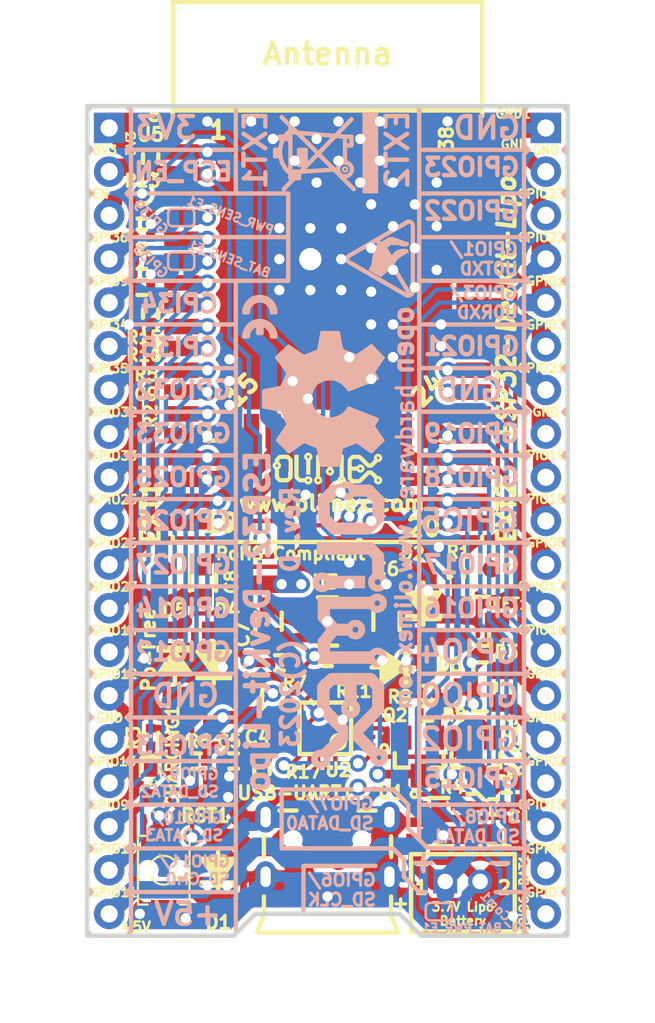
<source format=kicad_pcb>
(kicad_pcb (version 20171130) (host pcbnew 5.1.0-rc2-unknown-036be7d~80~ubuntu16.04.1)
  (title_block (title ESP32-DevKit-Lipo) (date 2023-10-02) (rev D) (company "OLIMEX Ltd.") (comment 1 https://www.olimex.com))
  (layers (0 F.Cu mixed) (31 B.Cu mixed) (34 B.Paste user hide) (35 F.Paste user) (36 B.SilkS user hide) (37 F.SilkS user) (38 B.Mask user hide) (39 F.Mask user) (44 Edge.Cuts user))
  (net 0 "")
  (net 1 +5V)
  (net 2 GND)
  (net 3 /ESP_EN)
  (net 4 "Net-(Q2-Pad1)")
  (net 5 "Net-(CHARGING1-Pad1)")
  (net 6 /+5V_USB)
  (net 7 /D_Com)
  (net 8 "Net-(C6-Pad1)")
  (net 9 /GPIO13)
  (net 10 /GPIO12)
  (net 11 /GPIO27)
  (net 12 /GPIO14)
  (net 13 /GPIO26)
  (net 14 /GPIO25)
  (net 15 /GPIO32)
  (net 16 /GPIO33)
  (net 17 /GPI35)
  (net 18 /GPI34)
  (net 19 /GPIO22)
  (net 20 /GPIO23)
  (net 21 /GPIO21)
  (net 22 /GPIO19)
  (net 23 /GPIO18)
  (net 24 /GPIO5)
  (net 25 /GPIO16)
  (net 26 /GPIO17)
  (net 27 /GPIO4)
  (net 28 /GPIO0)
  (net 29 /GPIO15)
  (net 30 /GPIO2)
  (net 31 "Net-(Q2-Pad2)")
  (net 32 "Net-(Q3-Pad1)")
  (net 33 "Net-(Q3-Pad2)")
  (net 34 "Net-(Q3-Pad3)")
  (net 35 "Net-(R3-Pad2)")
  (net 36 "Net-(R4-Pad1)")
  (net 37 "Net-(FID1-PadFid1)")
  (net 38 "Net-(FID2-PadFid1)")
  (net 39 "Net-(FID3-PadFid1)")
  (net 40 "Net-(U5-Pad32)")
  (net 41 "Net-(USB-UART1-Pad4)")
  (net 42 VBAT)
  (net 43 "Net-(BAT_SENS_E1-Pad1)")
  (net 44 "Net-(C5-Pad1)")
  (net 45 /GPIO3\U0RXD)
  (net 46 "Net-(D4-Pad1)")
  (net 47 /GPIO1\U0TXD)
  (net 48 "Net-(D5-Pad2)")
  (net 49 /GPI39\SENSOR_VN)
  (net 50 /GPI36\SENSOR_VP)
  (net 51 /GPIO9\SD_DATA2)
  (net 52 /GPIO11\SD_CMD)
  (net 53 /GPIO10\SD_DATA3)
  (net 54 /GPIO6\SD_CLK)
  (net 55 /GPIO7\SD_DATA0)
  (net 56 /GPIO8\SD_DATA1)
  (net 57 "Net-(PWR_SENS_E1-Pad1)")
  (net 58 "Net-(BAT_PWR_E1-Pad1)")
  (net 59 "Net-(FID4-PadFid1)")
  (net 60 +3.3V)
  (net 61 "Net-(D6-Pad1)")
  (net 62 "Net-(R11-Pad2)")
  (net 63 "Net-(U2-Pad1)")
  (net 64 "Net-(U2-Pad2)")
  (net 65 "Net-(U3-Pad4)")
  (module OLIMEX_RLC-FP:C_0603_5MIL_DWS (layer F.Cu) (at 153.6065 113.411)
    (fp_text reference C1 (at 1.1303 -0.9398) (layer F.SilkS) (effects (font (size 0.635 0.635) (thickness 0.15875))))
    (fp_text value 22uF/6.3V/20%/X5R/C0603)
    (pad 2 smd rect (at 0.889 0) (size 1.016 1.016) (layers F.Cu F.Paste F.Mask) (net 2 GND) (clearance 0.0508))
    (pad 1 smd rect (at -0.889 0) (size 1.016 1.016) (layers F.Cu F.Paste F.Mask) (net 1 +5V) (clearance 0.0508))
  )
  (module OLIMEX_Signs-FP:CE_Sign_Small (layer B.Cu) (at 139.573 83.82 270)
    (fp_text reference Sign_CE_Small hide)
    (fp_text value CE_Sign_Small hide)
  )
  (module OLIMEX_Diodes-FP:SOD-123_1C-2A_KA (layer F.Cu) (at 134.62 103.505 270)
    (fp_text reference D5 (at -3.048 0) (layer F.SilkS) (effects (font (size 0.762 0.762) (thickness 0.1905))))
    (fp_text value 1N5819S4/SOD123)
    (pad 2 smd rect (at 1.9 0 270) (size 1 1.4) (layers F.Cu F.Paste F.Mask) (net 48 "Net-(D5-Pad2)") (clearance 0.0508))
    (pad 1 smd rect (at -1.9 0 270) (size 1 1.4) (layers F.Cu F.Paste F.Mask) (net 47 /GPIO1\U0TXD) (clearance 0.0508))
  )
  (module OLIMEX_IC-FP:MSOP-10_Pitch-0.5mm_3.00x3.00x1.00mm (layer F.Cu) (at 143.383 107.315 90)
    (fp_text reference U2 (at -2.413 0.762 180) (layer F.SilkS) (effects (font (size 0.762 0.762) (thickness 0.1905))))
    (fp_text value "CH340X(MSOP-10)")
    (pad 10 smd rect (at -1 -2.4 90) (size 0.25 1) (layers F.Cu F.Paste F.Mask) (net 44 "Net-(C5-Pad1)"))
    (pad 9 smd rect (at -0.5 -2.4 90) (size 0.25 1) (layers F.Cu F.Paste F.Mask) (net 48 "Net-(D5-Pad2)"))
    (pad 8 smd rect (at 0 -2.4 90) (size 0.25 1) (layers F.Cu F.Paste F.Mask) (net 46 "Net-(D4-Pad1)"))
    (pad 7 smd rect (at 0.5 -2.4 90) (size 0.25 1) (layers F.Cu F.Paste F.Mask) (net 6 /+5V_USB))
    (pad 6 smd rect (at 1 -2.4 90) (size 0.25 1) (layers F.Cu F.Paste F.Mask) (net 33 "Net-(Q3-Pad2)"))
    (pad 5 smd rect (at 1 2.4 90) (size 0.25 1) (layers F.Cu F.Paste F.Mask) (net 62 "Net-(R11-Pad2)"))
    (pad 4 smd rect (at 0.5 2.4 90) (size 0.25 1) (layers F.Cu F.Paste F.Mask) (net 31 "Net-(Q2-Pad2)"))
    (pad 3 smd rect (at 0 2.4 90) (size 0.25 1) (layers F.Cu F.Paste F.Mask) (net 2 GND))
    (pad 2 smd rect (at -0.5 2.4 90) (size 0.25 1) (layers F.Cu F.Paste F.Mask) (net 64 "Net-(U2-Pad2)"))
    (pad 1 smd rect (at -1 2.4 90) (size 0.25 1) (layers F.Cu F.Paste F.Mask) (net 63 "Net-(U2-Pad1)"))
  )
  (module OLIMEX_Transistors-FP:SOT23 (layer F.Cu) (at 152.146 108.966 90)
    (fp_text reference Q3 (at 1.778 2.032 90) (layer F.SilkS) (effects (font (size 0.7112 0.7112) (thickness 0.1778))))
    (fp_text value "BC817-40(SOT23)")
    (pad 1 smd rect (at 1.10744 0.94996 90) (size 1.4 1) (layers F.Cu F.Paste F.Mask) (net 32 "Net-(Q3-Pad1)") (clearance 0.0508))
    (pad 2 smd rect (at 1.10744 -0.9525 90) (size 1.4 1) (layers F.Cu F.Paste F.Mask) (net 33 "Net-(Q3-Pad2)") (clearance 0.0508))
    (pad 3 smd rect (at -1.10236 0.00254 90) (size 1.4 1) (layers F.Cu F.Paste F.Mask) (net 34 "Net-(Q3-Pad3)") (clearance 0.0508))
  )
  (module OLIMEX_RLC-FP:R_0402_5MIL_DWS (layer F.Cu) (at 149.352 105.283)
    (fp_text reference R9 (at -1.651 0.2032 180) (layer F.SilkS) (effects (font (size 0.7112 0.7112) (thickness 0.1778))))
    (fp_text value 2.2k/R0402)
    (pad 2 smd rect (at 0.508 0) (size 0.5 0.55) (layers F.Cu F.Paste F.Mask) (net 32 "Net-(Q3-Pad1)"))
    (pad 1 smd rect (at -0.508 0 180) (size 0.5 0.55) (layers F.Cu F.Paste F.Mask) (net 31 "Net-(Q2-Pad2)"))
  )
  (module OLIMEX_Diodes-FP:SOD-123_1C-2A_KA (layer F.Cu) (at 136.906 103.505 90)
    (fp_text reference D4 (at 3.048 0.762) (layer F.SilkS) (effects (font (size 0.762 0.762) (thickness 0.1905))))
    (fp_text value 1N5819S4/SOD123)
    (pad 2 smd rect (at 1.9 0 90) (size 1 1.4) (layers F.Cu F.Paste F.Mask) (net 45 /GPIO3\U0RXD) (clearance 0.0508))
    (pad 1 smd rect (at -1.9 0 90) (size 1 1.4) (layers F.Cu F.Paste F.Mask) (net 46 "Net-(D4-Pad1)") (clearance 0.0508))
  )
  (module OLIMEX_RLC-FP:C_0603_5MIL_DWS (layer F.Cu) (at 138.938 105.664 90)
    (fp_text reference C4 (at -2.159 0.508) (layer F.SilkS) (effects (font (size 0.762 0.762) (thickness 0.1905))))
    (fp_text value 22uF/6.3V/20%/X5R/C0603)
    (pad 2 smd rect (at 0.889 0 90) (size 1.016 1.016) (layers F.Cu F.Paste F.Mask) (net 2 GND) (clearance 0.0508))
    (pad 1 smd rect (at -0.889 0 90) (size 1.016 1.016) (layers F.Cu F.Paste F.Mask) (net 6 /+5V_USB) (clearance 0.0508))
  )
  (module OLIMEX_RLC-FP:R_0402_5MIL_DWS (layer F.Cu) (at 140.716 103.505)
    (fp_text reference R7 (at 0.889 1.143 180) (layer F.SilkS) (effects (font (size 0.7112 0.7112) (thickness 0.1778))))
    (fp_text value NA/R0402)
    (pad 2 smd rect (at 0.508 0) (size 0.5 0.55) (layers F.Cu F.Paste F.Mask) (net 60 +3.3V))
    (pad 1 smd rect (at -0.508 0 180) (size 0.5 0.55) (layers F.Cu F.Paste F.Mask) (net 45 /GPIO3\U0RXD))
  )
  (module OLIMEX_Cases-FP:ESP32-WROVER_MODULE (layer F.Cu) (at 143.51 80.772)
    (fp_text reference U5 (at -10.287 -8.001) (layer F.SilkS) (effects (font (size 0.762 0.762) (thickness 0.1905))))
    (fp_text value ESP32-WROOM-32D-4MB)
    (fp_text user 24 (at 5.842 6.858 225) (layer F.SilkS) (effects (font (size 1.016 1.016) (thickness 0.254))))
    (fp_text user 15 (at -4.953 6.858 225) (layer F.SilkS) (effects (font (size 1.016 1.016) (thickness 0.254))))
    (fp_text user 38 (at 6.9215 -7.747 90) (layer F.SilkS) (effects (font (size 0.762 0.762) (thickness 0.1905))))
    (fp_text user 20 (at 5.588 14.859) (layer F.SilkS) (effects (font (size 1.016 1.016) (thickness 0.254))))
    (fp_text user 19 (at -6.223 14.605) (layer F.SilkS) (effects (font (size 1.016 1.016) (thickness 0.254))))
    (fp_text user 1 (at -6.35 -8.255) (layer F.SilkS) (effects (font (size 1.016 1.016) (thickness 0.254))))
    (fp_text user Antenna (at 0 -12.7) (layer F.SilkS) (effects (font (size 1.27 1.27) (thickness 0.254))))
    (fp_text user o (at -10.16 -9.017 90) (layer F.SilkS) (effects (font (size 0.762 0.762) (thickness 0.1905))))
    (pad 21 smd rect (at 8.5 13.33) (size 2 0.9) (layers F.Cu F.Paste F.Mask) (net 55 /GPIO7\SD_DATA0))
    (pad 22 smd rect (at 8.5 12.06) (size 2 0.9) (layers F.Cu F.Paste F.Mask) (net 56 /GPIO8\SD_DATA1))
    (pad 23 smd rect (at 8.5 10.79) (size 2 0.9) (layers F.Cu F.Paste F.Mask) (net 29 /GPIO15))
    (pad 24 smd rect (at 8.5 9.52) (size 2 0.9) (layers F.Cu F.Paste F.Mask) (net 30 /GPIO2))
    (pad 20 smd rect (at 8.5 14.6) (size 2 0.9) (layers F.Cu F.Paste F.Mask) (net 54 /GPIO6\SD_CLK))
    (pad 19 smd rect (at -8.5 14.6) (size 2 0.9) (layers F.Cu F.Paste F.Mask) (net 52 /GPIO11\SD_CMD))
    (pad 15 smd rect (at -8.5 9.52) (size 2 0.9) (layers F.Cu F.Paste F.Mask) (net 2 GND))
    (pad 16 smd rect (at -8.5 10.79) (size 2 0.9) (layers F.Cu F.Paste F.Mask) (net 9 /GPIO13))
    (pad 17 smd rect (at -8.5 12.06) (size 2 0.9) (layers F.Cu F.Paste F.Mask) (net 51 /GPIO9\SD_DATA2))
    (pad 18 smd rect (at -8.5 13.33) (size 2 0.9) (layers F.Cu F.Paste F.Mask) (net 53 /GPIO10\SD_DATA3))
    (pad 39 thru_hole circle (at 0.8 -0.75) (size 1.3 1.3) (drill 0.6) (layers *.Cu) (net 2 GND))
    (pad 39 thru_hole circle (at -2.8 -0.75) (size 1.3 1.3) (drill 0.6) (layers *.Cu) (net 2 GND))
    (pad 39 thru_hole circle (at -1 1.05) (size 1.3 1.3) (drill 0.6) (layers *.Cu) (net 2 GND))
    (pad 39 thru_hole circle (at -1 -2.55) (size 1.3 1.3) (drill 0.6) (layers *.Cu) (net 2 GND))
    (pad 39 thru_hole circle (at 0.8 -2.55) (size 1.3 1.3) (drill 0.6) (layers *.Cu) (net 2 GND))
    (pad 39 thru_hole circle (at -2.8 -2.55) (size 1.3 1.3) (drill 0.6) (layers *.Cu) (net 2 GND))
    (pad 39 thru_hole circle (at 0.8 1.05) (size 1.3 1.3) (drill 0.6) (layers *.Cu) (net 2 GND))
    (pad 1 smd rect (at -8.5 -8.26) (size 2 0.9) (layers F.Cu F.Paste F.Mask) (net 2 GND))
    (pad 2 smd rect (at -8.5 -6.99) (size 2 0.9) (layers F.Cu F.Paste F.Mask) (net 60 +3.3V))
    (pad 3 smd rect (at -8.5 -5.72) (size 2 0.9) (layers F.Cu F.Paste F.Mask) (net 3 /ESP_EN))
    (pad 4 smd rect (at -8.5 -4.45) (size 2 0.9) (layers F.Cu F.Paste F.Mask) (net 50 /GPI36\SENSOR_VP))
    (pad 5 smd rect (at -8.5 -3.18) (size 2 0.9) (layers F.Cu F.Paste F.Mask) (net 49 /GPI39\SENSOR_VN))
    (pad 6 smd rect (at -8.5 -1.91) (size 2 0.9) (layers F.Cu F.Paste F.Mask) (net 18 /GPI34))
    (pad 7 smd rect (at -8.5 -0.64) (size 2 0.9) (layers F.Cu F.Paste F.Mask) (net 17 /GPI35))
    (pad 8 smd rect (at -8.5 0.63) (size 2 0.9) (layers F.Cu F.Paste F.Mask) (net 15 /GPIO32))
    (pad 9 smd rect (at -8.5 1.9) (size 2 0.9) (layers F.Cu F.Paste F.Mask) (net 16 /GPIO33))
    (pad 10 smd rect (at -8.5 3.17) (size 2 0.9) (layers F.Cu F.Paste F.Mask) (net 14 /GPIO25))
    (pad 11 smd rect (at -8.5 4.44) (size 2 0.9) (layers F.Cu F.Paste F.Mask) (net 13 /GPIO26))
    (pad 12 smd rect (at -8.5 5.71) (size 2 0.9) (layers F.Cu F.Paste F.Mask) (net 11 /GPIO27))
    (pad 13 smd rect (at -8.5 6.98) (size 2 0.9) (layers F.Cu F.Paste F.Mask) (net 12 /GPIO14))
    (pad 14 smd rect (at -8.5 8.25) (size 2 0.9) (layers F.Cu F.Paste F.Mask) (net 10 /GPIO12))
    (pad 15 smd rect (at -5.7 9.25) (size 0.9 2) (layers F.Cu F.Paste F.Mask) (net 2 GND))
    (pad 16 smd rect (at -4.43 9.25) (size 0.9 2) (layers F.Cu F.Paste F.Mask) (net 9 /GPIO13))
    (pad 17 smd rect (at -3.16 9.25) (size 0.9 2) (layers F.Cu F.Paste F.Mask) (net 51 /GPIO9\SD_DATA2))
    (pad 18 smd rect (at -1.89 9.25) (size 0.9 2) (layers F.Cu F.Paste F.Mask) (net 53 /GPIO10\SD_DATA3))
    (pad 19 smd rect (at -0.62 9.25) (size 0.9 2) (layers F.Cu F.Paste F.Mask) (net 52 /GPIO11\SD_CMD))
    (pad 20 smd rect (at 0.65 9.25) (size 0.9 2) (layers F.Cu F.Paste F.Mask) (net 54 /GPIO6\SD_CLK))
    (pad 21 smd rect (at 1.92 9.25) (size 0.9 2) (layers F.Cu F.Paste F.Mask) (net 55 /GPIO7\SD_DATA0))
    (pad 22 smd rect (at 3.19 9.25) (size 0.9 2) (layers F.Cu F.Paste F.Mask) (net 56 /GPIO8\SD_DATA1))
    (pad 23 smd rect (at 4.46 9.25) (size 0.9 2) (layers F.Cu F.Paste F.Mask) (net 29 /GPIO15))
    (pad 24 smd rect (at 5.73 9.25) (size 0.9 2) (layers F.Cu F.Paste F.Mask) (net 30 /GPIO2))
    (pad 25 smd rect (at 8.5 8.25) (size 2 0.9) (layers F.Cu F.Paste F.Mask) (net 28 /GPIO0))
    (pad 26 smd rect (at 8.5 6.98) (size 2 0.9) (layers F.Cu F.Paste F.Mask) (net 27 /GPIO4))
    (pad 27 smd rect (at 8.5 5.71) (size 2 0.9) (layers F.Cu F.Paste F.Mask) (net 25 /GPIO16))
    (pad 28 smd rect (at 8.5 4.44) (size 2 0.9) (layers F.Cu F.Paste F.Mask) (net 26 /GPIO17))
    (pad 29 smd rect (at 8.5 3.17) (size 2 0.9) (layers F.Cu F.Paste F.Mask) (net 24 /GPIO5))
    (pad 30 smd rect (at 8.5 1.9) (size 2 0.9) (layers F.Cu F.Paste F.Mask) (net 23 /GPIO18))
    (pad 31 smd rect (at 8.5 0.63) (size 2 0.9) (layers F.Cu F.Paste F.Mask) (net 22 /GPIO19))
    (pad 32 smd rect (at 8.5 -0.64) (size 2 0.9) (layers F.Cu F.Paste F.Mask) (net 40 "Net-(U5-Pad32)"))
    (pad 33 smd rect (at 8.5 -1.91) (size 2 0.9) (layers F.Cu F.Paste F.Mask) (net 21 /GPIO21))
    (pad 34 smd rect (at 8.5 -3.18) (size 2 0.9) (layers F.Cu F.Paste F.Mask) (net 45 /GPIO3\U0RXD))
    (pad 35 smd rect (at 8.5 -4.45) (size 2 0.9) (layers F.Cu F.Paste F.Mask) (net 47 /GPIO1\U0TXD))
    (pad 36 smd rect (at 8.5 -5.72) (size 2 0.9) (layers F.Cu F.Paste F.Mask) (net 19 /GPIO22))
    (pad 37 smd rect (at 8.5 -6.99) (size 2 0.9) (layers F.Cu F.Paste F.Mask) (net 20 /GPIO23))
    (pad 38 smd rect (at 8.5 -8.26) (size 2 0.9) (layers F.Cu F.Paste F.Mask) (net 2 GND))
    (pad 39 smd rect (at -1 -0.75) (size 5 5) (layers F.Cu F.Mask) (net 2 GND))
    (pad 39 thru_hole circle (at -1 -0.75) (size 2 2) (drill 1.3) (layers *.Cu *.Mask) (net 2 GND))
    (pad 39 thru_hole circle (at -2.8 1.05) (size 1.3 1.3) (drill 0.6) (layers *.Cu) (net 2 GND))
  )
  (module OLIMEX_Connectors-FP:LIPO_BAT_VERTICAL_DW02S (layer F.Cu) (at 151.384 119.761)
    (fp_text reference BAT1 (at 3.556 -4.191 90) (layer F.SilkS) (effects (font (size 0.508 0.508) (thickness 0.127))))
    (fp_text value DW02S)
    (fp_text user 1 (at -2.413 -3.175) (layer F.SilkS) (effects (font (size 0.762 0.762) (thickness 0.1905))))
    (fp_text user 2 (at 2.413 -3.175) (layer F.SilkS) (effects (font (size 0.762 0.762) (thickness 0.1905))))
    (pad 2 thru_hole circle (at 1.00076 -3.53822) (size 1.4 1.4) (drill 0.9) (layers *.Cu *.Mask) (net 2 GND))
    (pad 1 thru_hole rect (at -1.0287 -3.53568) (size 1.4 1.4) (drill 0.9) (layers *.Cu *.Mask) (net 42 VBAT))
  )
  (module OLIMEX_Jumpers-FP:SJ_1_SMALLER (layer B.Cu) (at 149.987 117.983)
    (fp_text reference BAT_PWR_E1 (at 1.3335 0.9525) (layer B.SilkS) (effects (font (size 0.508 0.508) (thickness 0.127)) (justify mirror)))
    (fp_text value Opened hide)
    (pad 2 smd rect (at 0.381 0) (size 0.508 0.762) (layers B.Cu B.Mask) (net 42 VBAT) (clearance 0.0508))
    (pad 1 smd rect (at -0.381 0) (size 0.508 0.762) (layers B.Cu B.Mask) (net 58 "Net-(BAT_PWR_E1-Pad1)") (clearance 0.0508))
  )
  (module OLIMEX_LEDs-FP:LED_0603_KA (layer F.Cu) (at 133.223 110.49 270)
    (fp_text reference CHARGING1 (at -1.524 -1.27 270) (layer F.SilkS) (effects (font (size 0.7112 0.7112) (thickness 0.1778))))
    (fp_text value LED/YELLOW/0603)
    (pad 1 smd rect (at -0.762 0 90) (size 0.8 0.8) (layers F.Cu F.Paste F.Mask) (net 5 "Net-(CHARGING1-Pad1)"))
    (pad 2 smd rect (at 0.762 0 90) (size 0.8 0.8) (layers F.Cu F.Paste F.Mask) (net 1 +5V))
  )
  (module OLIMEX_Other-FP:TESTPAD_40-ROUND (layer F.Cu) (at 154.305 72.39)
    (fp_text reference GND1 (at 0 -0.8255 unlocked) (layer F.SilkS) (effects (font (size 0.508 0.508) (thickness 0.127))))
    (fp_text value TESTPAD hide)
    (pad 1 smd circle (at 0 0) (size 1 1) (layers F.Cu F.Mask) (net 2 GND))
  )
  (module OLIMEX_Other-FP:TESTPAD_40-ROUND (layer B.Cu) (at 152.4 117.983)
    (fp_text reference D_Com1 (at 1.2065 0 315 unlocked) (layer B.SilkS) (effects (font (size 0.508 0.508) (thickness 0.127)) (justify mirror)))
    (fp_text value TESTPAD hide)
    (pad 1 smd circle (at 0 0) (size 1 1) (layers B.Cu B.Mask) (net 7 /D_Com))
  )
  (module OLIMEX_Connectors-FP:HN1x19 (layer B.Cu) (at 130.81 93.98 270)
    (fp_text reference EXT1 (at -20.32 -8.509 270) (layer B.SilkS) (effects (font (size 1.27 1.27) (thickness 0.254)) (justify mirror)))
    (fp_text value HN1x19)
    (pad 4 thru_hole circle (at -13.97 0 270) (size 1.778 1.778) (drill 1) (layers *.Cu *.Mask) (net 49 /GPI39\SENSOR_VN))
    (pad 3 thru_hole circle (at -16.51 0 270) (size 1.778 1.778) (drill 1) (layers *.Cu *.Mask) (net 50 /GPI36\SENSOR_VP))
    (pad 2 thru_hole circle (at -19.05 0 270) (size 1.778 1.778) (drill 1) (layers *.Cu *.Mask) (net 3 /ESP_EN))
    (pad 1 thru_hole rect (at -21.59 0 270) (size 1.778 1.778) (drill 1) (layers *.Cu *.Mask) (net 60 +3.3V))
    (pad 5 thru_hole circle (at -11.43 0 270) (size 1.778 1.778) (drill 1) (layers *.Cu *.Mask) (net 18 /GPI34))
    (pad 6 thru_hole circle (at -8.89 0 270) (size 1.778 1.778) (drill 1) (layers *.Cu *.Mask) (net 17 /GPI35))
    (pad 8 thru_hole circle (at -3.81 0 270) (size 1.778 1.778) (drill 1) (layers *.Cu *.Mask) (net 16 /GPIO33))
    (pad 7 thru_hole circle (at -6.35 0 270) (size 1.778 1.778) (drill 1) (layers *.Cu *.Mask) (net 15 /GPIO32))
    (pad 9 thru_hole circle (at -1.27 0 270) (size 1.778 1.778) (drill 1) (layers *.Cu *.Mask) (net 14 /GPIO25))
    (pad 10 thru_hole circle (at 1.27 0 270) (size 1.778 1.778) (drill 1) (layers *.Cu *.Mask) (net 13 /GPIO26))
    (pad 12 thru_hole circle (at 6.35 0 270) (size 1.778 1.778) (drill 1) (layers *.Cu *.Mask) (net 12 /GPIO14))
    (pad 11 thru_hole circle (at 3.81 0 270) (size 1.778 1.778) (drill 1) (layers *.Cu *.Mask) (net 11 /GPIO27))
    (pad 13 thru_hole circle (at 8.89 0 270) (size 1.778 1.778) (drill 1) (layers *.Cu *.Mask) (net 10 /GPIO12))
    (pad 14 thru_hole circle (at 11.43 0 270) (size 1.778 1.778) (drill 1) (layers *.Cu *.Mask) (net 2 GND))
    (pad 16 thru_hole circle (at 16.51 0 270) (size 1.778 1.778) (drill 1) (layers *.Cu *.Mask) (net 51 /GPIO9\SD_DATA2))
    (pad 15 thru_hole circle (at 13.97 0 270) (size 1.778 1.778) (drill 1) (layers *.Cu *.Mask) (net 9 /GPIO13))
    (pad 19 thru_hole circle (at 24.13 0 270) (size 1.778 1.778) (drill 1) (layers *.Cu *.Mask) (net 1 +5V))
    (pad 18 thru_hole circle (at 21.59 0 270) (size 1.778 1.778) (drill 1) (layers *.Cu *.Mask) (net 52 /GPIO11\SD_CMD))
    (pad 17 thru_hole circle (at 19.05 0 270) (size 1.778 1.778) (drill 1) (layers *.Cu *.Mask) (net 53 /GPIO10\SD_DATA3))
  )
  (module OLIMEX_Connectors-FP:HN1x19 (layer B.Cu) (at 156.21 93.98 270)
    (fp_text reference EXT2 (at -20.32 8.636 270) (layer B.SilkS) (effects (font (size 1.27 1.27) (thickness 0.254)) (justify mirror)))
    (fp_text value HN1x19)
    (pad 4 thru_hole circle (at -13.97 0 270) (size 1.778 1.778) (drill 1) (layers *.Cu *.Mask) (net 47 /GPIO1\U0TXD))
    (pad 3 thru_hole circle (at -16.51 0 270) (size 1.778 1.778) (drill 1) (layers *.Cu *.Mask) (net 19 /GPIO22))
    (pad 2 thru_hole circle (at -19.05 0 270) (size 1.778 1.778) (drill 1) (layers *.Cu *.Mask) (net 20 /GPIO23))
    (pad 1 thru_hole rect (at -21.59 0 270) (size 1.778 1.778) (drill 1) (layers *.Cu *.Mask) (net 2 GND))
    (pad 5 thru_hole circle (at -11.43 0 270) (size 1.778 1.778) (drill 1) (layers *.Cu *.Mask) (net 45 /GPIO3\U0RXD))
    (pad 6 thru_hole circle (at -8.89 0 270) (size 1.778 1.778) (drill 1) (layers *.Cu *.Mask) (net 21 /GPIO21))
    (pad 8 thru_hole circle (at -3.81 0 270) (size 1.778 1.778) (drill 1) (layers *.Cu *.Mask) (net 22 /GPIO19))
    (pad 7 thru_hole circle (at -6.35 0 270) (size 1.778 1.778) (drill 1) (layers *.Cu *.Mask) (net 2 GND))
    (pad 9 thru_hole circle (at -1.27 0 270) (size 1.778 1.778) (drill 1) (layers *.Cu *.Mask) (net 23 /GPIO18))
    (pad 10 thru_hole circle (at 1.27 0 270) (size 1.778 1.778) (drill 1) (layers *.Cu *.Mask) (net 24 /GPIO5))
    (pad 12 thru_hole circle (at 6.35 0 270) (size 1.778 1.778) (drill 1) (layers *.Cu *.Mask) (net 25 /GPIO16))
    (pad 11 thru_hole circle (at 3.81 0 270) (size 1.778 1.778) (drill 1) (layers *.Cu *.Mask) (net 26 /GPIO17))
    (pad 13 thru_hole circle (at 8.89 0 270) (size 1.778 1.778) (drill 1) (layers *.Cu *.Mask) (net 27 /GPIO4))
    (pad 14 thru_hole circle (at 11.43 0 270) (size 1.778 1.778) (drill 1) (layers *.Cu *.Mask) (net 28 /GPIO0))
    (pad 16 thru_hole circle (at 16.51 0 270) (size 1.778 1.778) (drill 1) (layers *.Cu *.Mask) (net 29 /GPIO15))
    (pad 15 thru_hole circle (at 13.97 0 270) (size 1.778 1.778) (drill 1) (layers *.Cu *.Mask) (net 30 /GPIO2))
    (pad 19 thru_hole circle (at 24.13 0 270) (size 1.778 1.778) (drill 1) (layers *.Cu *.Mask) (net 54 /GPIO6\SD_CLK))
    (pad 18 thru_hole circle (at 21.59 0 270) (size 1.778 1.778) (drill 1) (layers *.Cu *.Mask) (net 55 /GPIO7\SD_DATA0))
    (pad 17 thru_hole circle (at 19.05 0 270) (size 1.778 1.778) (drill 1) (layers *.Cu *.Mask) (net 56 /GPIO8\SD_DATA1))
  )
  (module OLIMEX_Transistors-FP:SOT23 (layer F.Cu) (at 152.273 101.092 180)
    (fp_text reference FET1 (at -1.905 1.016) (layer F.SilkS) (effects (font (size 0.635 0.635) (thickness 0.15875))))
    (fp_text value WPM2015-3/TR)
    (pad 1 smd rect (at 1.10744 0.94996 180) (size 1.4 1) (layers F.Cu F.Paste F.Mask) (net 1 +5V) (clearance 0.0508))
    (pad 2 smd rect (at 1.10744 -0.9525 180) (size 1.4 1) (layers F.Cu F.Paste F.Mask) (net 8 "Net-(C6-Pad1)") (clearance 0.0508))
    (pad 3 smd rect (at -1.10236 0.00254 180) (size 1.4 1) (layers F.Cu F.Paste F.Mask) (net 42 VBAT) (clearance 0.0508))
  )
  (module OLIMEX_Other-FP:Fiducial1x3 (layer F.Cu) (at 133.985 98.044)
    (fp_text reference FID2 hide)
    (fp_text value Fiducial hide)
    (pad Fid1 connect circle (at 0 0) (size 1 1) (layers F.Cu F.Mask) (net 38 "Net-(FID2-PadFid1)") (clearance 1.016))
  )
  (module OLIMEX_Other-FP:Fiducial1x3 (layer F.Cu) (at 148.59 73.025)
    (fp_text reference FID3 hide)
    (fp_text value Fiducial hide)
    (pad Fid1 connect circle (at 0 0) (size 1 1) (layers F.Cu F.Mask) (net 39 "Net-(FID3-PadFid1)") (clearance 1.016))
  )
  (module OLIMEX_Transistors-FP:SOT23 (layer F.Cu) (at 148.844 108.966 90)
    (fp_text reference Q2 (at 2.413 -1.397) (layer F.SilkS) (effects (font (size 0.7112 0.7112) (thickness 0.1778))))
    (fp_text value "BC817-40(SOT23)")
    (pad 1 smd rect (at 1.10744 0.94996 90) (size 1.4 1) (layers F.Cu F.Paste F.Mask) (net 4 "Net-(Q2-Pad1)") (clearance 0.0508))
    (pad 2 smd rect (at 1.10744 -0.9525 90) (size 1.4 1) (layers F.Cu F.Paste F.Mask) (net 31 "Net-(Q2-Pad2)") (clearance 0.0508))
    (pad 3 smd rect (at -1.10236 0.00254 90) (size 1.4 1) (layers F.Cu F.Paste F.Mask) (net 61 "Net-(D6-Pad1)") (clearance 0.0508))
  )
  (module OLIMEX_IC-FP:SOT-23-5 (layer F.Cu) (at 149.987 112.776 180)
    (fp_text reference U1 (at 2.7686 1.7272 180) (layer F.SilkS) (effects (font (size 0.762 0.762) (thickness 0.1905))))
    (fp_text value "BL4054B-42TPRN(SOT23-5)")
    (pad 1 smd rect (at 1.3 0.95 180) (size 1.2 0.55) (layers F.Cu F.Paste F.Mask) (net 35 "Net-(R3-Pad2)") (clearance 0.0508))
    (pad 2 smd rect (at 1.3 0 180) (size 1.2 0.55) (layers F.Cu F.Paste F.Mask) (net 2 GND) (clearance 0.0508))
    (pad 3 smd rect (at 1.3 -0.95 180) (size 1.2 0.55) (layers F.Cu F.Paste F.Mask) (net 42 VBAT) (clearance 0.0508))
    (pad 5 smd rect (at -1.3 0.95 180) (size 1.2 0.55) (layers F.Cu F.Paste F.Mask) (net 36 "Net-(R4-Pad1)") (clearance 0.0508))
    (pad 4 smd rect (at -1.3 -0.95 180) (size 1.2 0.55) (layers F.Cu F.Paste F.Mask) (net 1 +5V) (clearance 0.0508))
  )
  (module OLIMEX_Diodes-FP:SOT23-3 (layer F.Cu) (at 152.654 104.902)
    (fp_text reference D3 (at 1.27 -2.032) (layer F.SilkS) (effects (font (size 0.7112 0.7112) (thickness 0.1778))))
    (fp_text value "BAT54C(SOT23-3)")
    (pad 3 smd rect (at -1.1 0 90) (size 1 1.4) (layers F.Cu F.Paste F.Mask) (net 7 /D_Com))
    (pad 2 smd rect (at 1.1 -0.95 90) (size 1 1.4) (layers F.Cu F.Paste F.Mask) (net 28 /GPIO0))
    (pad 1 smd rect (at 1.1 0.95 90) (size 1 1.4) (layers F.Cu F.Paste F.Mask) (net 30 /GPIO2))
  )
  (module OLIMEX_Connectors-FP:USB-MICRO_MISB-SWMM-5B_LF (layer F.Cu) (at 143.51 115.697 270)
    (fp_text reference USB-UART1 (at -4.6228 1.8542 180) (layer F.SilkS) (effects (font (size 0.762 0.762) (thickness 0.1905))))
    (fp_text value "MISB-SWMM-5B-LF(USB_MICRO)")
    (pad 1 smd rect (at -3.15 1.3875) (size 0.5 1.65) (layers F.Cu F.Paste F.Mask) (net 6 /+5V_USB))
    (pad 2 smd rect (at -3.15 0.65) (size 0.325 1.65) (layers F.Cu F.Paste F.Mask) (net 64 "Net-(U2-Pad2)"))
    (pad 3 smd rect (at -3.15 0) (size 0.325 1.65) (layers F.Cu F.Paste F.Mask) (net 63 "Net-(U2-Pad1)"))
    (pad 4 smd rect (at -3.15 -0.65) (size 0.325 1.65) (layers F.Cu F.Paste F.Mask) (net 41 "Net-(USB-UART1-Pad4)"))
    (pad 5 smd rect (at -3.15 -1.3875) (size 0.5 1.65) (layers F.Cu F.Paste F.Mask) (net 2 GND))
    (pad "" np_thru_hole circle (at -1.9 2) (size 0.6 0.6) (drill 0.6) (layers *.Cu *.Mask))
    (pad "" np_thru_hole circle (at -1.9 -2) (size 0.6 0.6) (drill 0.6) (layers *.Cu *.Mask))
    (pad 0 smd rect (at 1.4 1.5) (size 1.1 1) (layers F.Cu F.Paste F.Mask) (net 2 GND))
    (pad 0 smd rect (at 1.4 -1.5) (size 1.1 1) (layers F.Cu F.Paste F.Mask) (net 2 GND))
    (pad 0 thru_hole oval (at 0.25 3.6) (size 1.2 1.8) (drill oval 0.6 1.2) (layers *.Cu *.Mask) (net 2 GND))
    (pad 0 thru_hole oval (at -3.22 3.6) (size 1.2 1.8) (drill oval 0.6 1.2) (layers *.Cu *.Mask) (net 2 GND))
    (pad 0 thru_hole oval (at -3.22 -3.6) (size 1.2 1.8) (drill oval 0.6 1.2) (layers *.Cu *.Mask) (net 2 GND))
    (pad 0 thru_hole oval (at 0.25 -3.6) (size 1.2 1.8) (drill oval 0.6 1.2) (layers *.Cu *.Mask) (net 2 GND))
  )
  (module OLIMEX_Buttons-FP:IT1185AU2_V2 (layer F.Cu) (at 133.985 115.57 270)
    (fp_text reference RST1 (at -3.175 -2.413) (layer F.SilkS) (effects (font (size 0.762 0.762) (thickness 0.1905))))
    (fp_text value IT-1185AU2-160G-G-TR)
    (pad 1 smd rect (at -2.177 0 270) (size 0.9 1.5) (layers F.Cu F.Mask) (net 3 /ESP_EN))
    (pad 2 smd rect (at 2.177 0 270) (size 0.9 1.5) (layers F.Cu F.Mask) (net 2 GND))
    (pad "" np_thru_hole circle (at 0 -0.9 270) (size 0.7 0.7) (drill 0.7) (layers *.Cu *.Mask))
    (pad "" np_thru_hole circle (at 0 0.9 270) (size 0.7 0.7) (drill 0.7) (layers *.Cu *.Mask))
  )
  (module OLIMEX_Jumpers-FP:SJ_1_SMALLER (layer B.Cu) (at 135.001 80.137)
    (fp_text reference BAT_SENS_E1 (at 2.794 -0.127 340) (layer B.SilkS) (effects (font (size 0.508 0.508) (thickness 0.127)) (justify mirror)))
    (fp_text value Opened hide)
    (pad 2 smd rect (at 0.381 0) (size 0.508 0.762) (layers B.Cu B.Mask) (net 17 /GPI35) (clearance 0.0508))
    (pad 1 smd rect (at -0.381 0) (size 0.508 0.762) (layers B.Cu B.Mask) (net 43 "Net-(BAT_SENS_E1-Pad1)") (clearance 0.0508))
  )
  (module OLIMEX_Diodes-FP:SOD-123_1C-2A_KA (layer F.Cu) (at 137.16 115.57 90)
    (fp_text reference D1 (at -3.048 0 180) (layer F.SilkS) (effects (font (size 0.762 0.762) (thickness 0.1905))))
    (fp_text value 1N5819S4/SOD123)
    (pad 2 smd rect (at 1.9 0 90) (size 1 1.4) (layers F.Cu F.Paste F.Mask) (net 6 /+5V_USB) (clearance 0.0508))
    (pad 1 smd rect (at -1.9 0 90) (size 1 1.4) (layers F.Cu F.Paste F.Mask) (net 1 +5V) (clearance 0.0508))
  )
  (module OLIMEX_Diodes-FP:SOD-123_1C-2A_KA (layer F.Cu) (at 149.098 100.076 90)
    (fp_text reference D2 (at 2.921 -0.635 180) (layer F.SilkS) (effects (font (size 0.7112 0.7112) (thickness 0.1778))))
    (fp_text value 1N5819S4/SOD123)
    (pad 2 smd rect (at 1.9 0 90) (size 1 1.4) (layers F.Cu F.Paste F.Mask) (net 1 +5V) (clearance 0.0508))
    (pad 1 smd rect (at -1.9 0 90) (size 1 1.4) (layers F.Cu F.Paste F.Mask) (net 8 "Net-(C6-Pad1)") (clearance 0.0508))
  )
  (module OLIMEX_Jumpers-FP:SJ_1_SMALLER (layer B.Cu) (at 135.001 77.597)
    (fp_text reference PWR_SENS_E1 (at 2.8575 -0.127 340) (layer B.SilkS) (effects (font (size 0.508 0.508) (thickness 0.127)) (justify mirror)))
    (fp_text value Opened hide)
    (pad 2 smd rect (at 0.381 0) (size 0.508 0.762) (layers B.Cu B.Mask) (net 49 /GPI39\SENSOR_VN) (clearance 0.0508))
    (pad 1 smd rect (at -0.381 0) (size 0.508 0.762) (layers B.Cu B.Mask) (net 57 "Net-(PWR_SENS_E1-Pad1)") (clearance 0.0508))
  )
  (module OLIMEX_RLC-FP:C_0603_5MIL_DWS (layer F.Cu) (at 146.939 101.092 90)
    (fp_text reference C6 (at 3.048 0 180) (layer F.SilkS) (effects (font (size 0.762 0.762) (thickness 0.1778))))
    (fp_text value 4.7uF/6.3V/C0603)
    (pad 2 smd rect (at 0.889 0 90) (size 1.016 1.016) (layers F.Cu F.Paste F.Mask) (net 2 GND) (clearance 0.0508))
    (pad 1 smd rect (at -0.889 0 90) (size 1.016 1.016) (layers F.Cu F.Paste F.Mask) (net 8 "Net-(C6-Pad1)") (clearance 0.0508))
  )
  (module OLIMEX_RLC-FP:C_0603_5MIL_DWS (layer F.Cu) (at 140.081 101.092 90)
    (fp_text reference C7 (at -0.762 -1.524 270) (layer F.SilkS) (effects (font (size 0.762 0.762) (thickness 0.1905))))
    (fp_text value 4.7uF/6.3V/C0603)
    (pad 2 smd rect (at 0.889 0 90) (size 1.016 1.016) (layers F.Cu F.Paste F.Mask) (net 2 GND) (clearance 0.0508))
    (pad 1 smd rect (at -0.889 0 90) (size 1.016 1.016) (layers F.Cu F.Paste F.Mask) (net 60 +3.3V) (clearance 0.0508))
  )
  (module OLIMEX_RLC-FP:R_0402_5MIL_DWS (layer F.Cu) (at 151.003 98.298 90)
    (fp_text reference R1 (at 1.2446 0.127) (layer F.SilkS) (effects (font (size 0.7112 0.7112) (thickness 0.1778))))
    (fp_text value 10k/R0402)
    (pad 2 smd rect (at 0.508 0 90) (size 0.5 0.55) (layers F.Cu F.Paste F.Mask) (net 2 GND))
    (pad 1 smd rect (at -0.508 0 270) (size 0.5 0.55) (layers F.Cu F.Paste F.Mask) (net 1 +5V))
  )
  (module OLIMEX_RLC-FP:R_0402_5MIL_DWS (layer F.Cu) (at 133.223 83.185 90)
    (fp_text reference R2 (at -5.969 0 270) (layer F.SilkS) (effects (font (size 0.7112 0.7112) (thickness 0.1778))))
    (fp_text value 470k/R0402)
    (pad 2 smd rect (at 0.508 0 90) (size 0.5 0.55) (layers F.Cu F.Paste F.Mask) (net 43 "Net-(BAT_SENS_E1-Pad1)"))
    (pad 1 smd rect (at -0.508 0 270) (size 0.5 0.55) (layers F.Cu F.Paste F.Mask) (net 58 "Net-(BAT_PWR_E1-Pad1)"))
  )
  (module OLIMEX_RLC-FP:R_0402_5MIL_DWS (layer F.Cu) (at 133.223 107.823 90)
    (fp_text reference R3 (at -0.0508 -0.9906 90) (layer F.SilkS) (effects (font (size 0.7112 0.7112) (thickness 0.1778))))
    (fp_text value 2.2k/R0402)
    (pad 2 smd rect (at 0.508 0 90) (size 0.5 0.55) (layers F.Cu F.Paste F.Mask) (net 35 "Net-(R3-Pad2)"))
    (pad 1 smd rect (at -0.508 0 270) (size 0.5 0.55) (layers F.Cu F.Paste F.Mask) (net 5 "Net-(CHARGING1-Pad1)"))
  )
  (module OLIMEX_RLC-FP:R_0402_5MIL_DWS (layer F.Cu) (at 153.162 111.887)
    (fp_text reference R4 (at -2.413 -1.143) (layer F.SilkS) (effects (font (size 0.7112 0.7112) (thickness 0.1778))))
    (fp_text value 2.2k/R0402)
    (pad 2 smd rect (at 0.508 0) (size 0.5 0.55) (layers F.Cu F.Paste F.Mask) (net 2 GND))
    (pad 1 smd rect (at -0.508 0 180) (size 0.5 0.55) (layers F.Cu F.Paste F.Mask) (net 36 "Net-(R4-Pad1)"))
  )
  (module OLIMEX_RLC-FP:R_0402_5MIL_DWS (layer F.Cu) (at 132.715 80.137001 180)
    (fp_text reference R5 (at -0.254 -6.603999 180) (layer F.SilkS) (effects (font (size 0.7112 0.7112) (thickness 0.1778))))
    (fp_text value 470k/R0402)
    (pad 2 smd rect (at 0.508 0 180) (size 0.5 0.55) (layers F.Cu F.Paste F.Mask) (net 2 GND))
    (pad 1 smd rect (at -0.508 0) (size 0.5 0.55) (layers F.Cu F.Paste F.Mask) (net 43 "Net-(BAT_SENS_E1-Pad1)"))
  )
  (module OLIMEX_RLC-FP:R_0402_5MIL_DWS (layer F.Cu) (at 135.89 109.22)
    (fp_text reference R6 (at 0.127 -1.143) (layer F.SilkS) (effects (font (size 0.7112 0.7112) (thickness 0.1778))))
    (fp_text value 10k/R0402)
    (pad 2 smd rect (at 0.508 0) (size 0.5 0.55) (layers F.Cu F.Paste F.Mask) (net 48 "Net-(D5-Pad2)"))
    (pad 1 smd rect (at -0.508 0 180) (size 0.5 0.55) (layers F.Cu F.Paste F.Mask) (net 6 /+5V_USB))
  )
  (module OLIMEX_RLC-FP:R_0402_5MIL_DWS (layer F.Cu) (at 149.352 106.426)
    (fp_text reference R8 (at 1.524 0.127) (layer F.SilkS) (effects (font (size 0.7112 0.7112) (thickness 0.1778))))
    (fp_text value 2.2k/R0402)
    (pad 2 smd rect (at 0.508 0) (size 0.5 0.55) (layers F.Cu F.Paste F.Mask) (net 4 "Net-(Q2-Pad1)"))
    (pad 1 smd rect (at -0.508 0 180) (size 0.5 0.55) (layers F.Cu F.Paste F.Mask) (net 33 "Net-(Q3-Pad2)"))
  )
  (module OLIMEX_RLC-FP:R_0402_5MIL_DWS (layer F.Cu) (at 153.924 110.617 180)
    (fp_text reference R10 (at -0.508 1.524 270) (layer F.SilkS) (effects (font (size 0.7112 0.7112) (thickness 0.1778))))
    (fp_text value 220R/R0402)
    (pad 2 smd rect (at 0.508 0 180) (size 0.5 0.55) (layers F.Cu F.Paste F.Mask) (net 7 /D_Com))
    (pad 1 smd rect (at -0.508 0) (size 0.5 0.55) (layers F.Cu F.Paste F.Mask) (net 34 "Net-(Q3-Pad3)"))
  )
  (module OLIMEX_RLC-FP:R_0402_5MIL_DWS (layer F.Cu) (at 133.223 74.168 270)
    (fp_text reference R13 (at 1.2954 0.4826) (layer F.SilkS) (effects (font (size 0.7112 0.7112) (thickness 0.1778))))
    (fp_text value 10k/R0402)
    (pad 2 smd rect (at 0.508 0 270) (size 0.5 0.55) (layers F.Cu F.Paste F.Mask) (net 3 /ESP_EN))
    (pad 1 smd rect (at -0.508 0 90) (size 0.5 0.55) (layers F.Cu F.Paste F.Mask) (net 60 +3.3V))
  )
  (module OLIMEX_RLC-FP:R_0402_5MIL_DWS (layer F.Cu) (at 132.715 77.216)
    (fp_text reference R15 (at 0.127 7.366 180) (layer F.SilkS) (effects (font (size 0.7112 0.7112) (thickness 0.1778))))
    (fp_text value 220k/R0402)
    (pad 2 smd rect (at 0.508 0) (size 0.5 0.55) (layers F.Cu F.Paste F.Mask) (net 57 "Net-(PWR_SENS_E1-Pad1)"))
    (pad 1 smd rect (at -0.508 0 180) (size 0.5 0.55) (layers F.Cu F.Paste F.Mask) (net 1 +5V))
  )
  (module OLIMEX_RLC-FP:R_0402_5MIL_DWS (layer F.Cu) (at 132.715 78.74 180)
    (fp_text reference R16 (at -0.127 -6.858) (layer F.SilkS) (effects (font (size 0.7112 0.7112) (thickness 0.1778))))
    (fp_text value 470k/R0402)
    (pad 2 smd rect (at 0.508 0 180) (size 0.5 0.55) (layers F.Cu F.Paste F.Mask) (net 2 GND))
    (pad 1 smd rect (at -0.508 0) (size 0.5 0.55) (layers F.Cu F.Paste F.Mask) (net 57 "Net-(PWR_SENS_E1-Pad1)"))
  )
  (module OLIMEX_RLC-FP:R_0402_5MIL_DWS (layer F.Cu) (at 139.7 109.728 270)
    (fp_text reference R17 (at 0.127 -2.413) (layer F.SilkS) (effects (font (size 0.7112 0.7112) (thickness 0.1778))))
    (fp_text value 10k/R0402)
    (pad 2 smd rect (at 0.508 0 270) (size 0.5 0.55) (layers F.Cu F.Paste F.Mask) (net 45 /GPIO3\U0RXD))
    (pad 1 smd rect (at -0.508 0 90) (size 0.5 0.55) (layers F.Cu F.Paste F.Mask) (net 44 "Net-(C5-Pad1)"))
  )
  (module OLIMEX_RLC-FP:C_0402_5MIL_DWS (layer F.Cu) (at 138.049 109.22 180)
    (fp_text reference C5 (at 0.254 1.143 180) (layer F.SilkS) (effects (font (size 0.7112 0.7112) (thickness 0.1778))))
    (fp_text value 100nF/10V/10%/X7R/C0402)
    (pad 2 smd rect (at 0.508 0 180) (size 0.5 0.55) (layers F.Cu F.Paste F.Mask) (net 2 GND))
    (pad 1 smd rect (at -0.508 0) (size 0.5 0.55) (layers F.Cu F.Paste F.Mask) (net 44 "Net-(C5-Pad1)"))
  )
  (module OLIMEX_RLC-FP:C_0402_5MIL_DWS (layer F.Cu) (at 132.714999 81.661)
    (fp_text reference C9 (at 0.254001 6.223 180) (layer F.SilkS) (effects (font (size 0.7112 0.7112) (thickness 0.1778))))
    (fp_text value 100nF/10V/10%/X7R/C0402)
    (pad 2 smd rect (at 0.508 0) (size 0.5 0.55) (layers F.Cu F.Paste F.Mask) (net 43 "Net-(BAT_SENS_E1-Pad1)"))
    (pad 1 smd rect (at -0.508 0 180) (size 0.5 0.55) (layers F.Cu F.Paste F.Mask) (net 2 GND))
  )
  (module OLIMEX_Other-FP:Fiducial1x3 (layer F.Cu) (at 144.145 115.062)
    (fp_text reference FID4 hide)
    (fp_text value Fiducial hide)
    (pad Fid1 connect circle (at 0 0) (size 1 1) (layers F.Cu F.Mask) (net 59 "Net-(FID4-PadFid1)") (clearance 1.016))
  )
  (module OLIMEX_RLC-FP:C_0603_5MIL_DWS (layer F.Cu) (at 136.271 98.806 270)
    (fp_text reference C8 (at 0 -1.651 90) (layer F.SilkS) (effects (font (size 0.7112 0.7112) (thickness 0.1778))))
    (fp_text value 1uF/10V/10%/X5R/C0603)
    (pad 1 smd rect (at -0.889 0 270) (size 1.016 1.016) (layers F.Cu F.Paste F.Mask) (net 3 /ESP_EN) (clearance 0.0508))
    (pad 2 smd rect (at 0.889 0 270) (size 1.016 1.016) (layers F.Cu F.Paste F.Mask) (net 2 GND) (clearance 0.0508))
  )
  (module OLIMEX_Diodes-FP:SOD-123_1C-2A_KA (layer F.Cu) (at 147.32 103.759 180)
    (fp_text reference D6 (at -3.302 0.127 180) (layer F.SilkS) (effects (font (size 0.762 0.762) (thickness 0.1905))))
    (fp_text value 1N5819S4/SOD123)
    (pad 2 smd rect (at 1.9 0 180) (size 1 1.4) (layers F.Cu F.Paste F.Mask) (net 3 /ESP_EN) (clearance 0.0508))
    (pad 1 smd rect (at -1.9 0 180) (size 1 1.4) (layers F.Cu F.Paste F.Mask) (net 61 "Net-(D6-Pad1)") (clearance 0.0508))
  )
  (module OLIMEX_RLC-FP:R_0402_5MIL_DWS (layer F.Cu) (at 143.51 104.14)
    (fp_text reference R11 (at 1.524 1.016) (layer F.SilkS) (effects (font (size 0.7112 0.7112) (thickness 0.1778))))
    (fp_text value 4.7k/R0402)
    (pad 2 smd rect (at 0.508 0) (size 0.5 0.55) (layers F.Cu F.Paste F.Mask) (net 62 "Net-(R11-Pad2)"))
    (pad 1 smd rect (at -0.508 0 180) (size 0.5 0.55) (layers F.Cu F.Paste F.Mask) (net 33 "Net-(Q3-Pad2)"))
  )
  (module OLIMEX_Regulators-FP:SOT-23-5 (layer F.Cu) (at 143.51 101.092)
    (fp_text reference U3 (at -0.127 -2.286) (layer F.SilkS) (effects (font (size 0.762 0.762) (thickness 0.1905))))
    (fp_text value HX6211A332MR)
    (pad 4 smd rect (at -1.3 -0.95) (size 1.2 0.55) (layers F.Cu F.Paste F.Mask) (net 65 "Net-(U3-Pad4)") (clearance 0.0508))
    (pad 5 smd rect (at -1.3 0.95) (size 1.2 0.55) (layers F.Cu F.Paste F.Mask) (net 60 +3.3V) (clearance 0.0508))
    (pad 3 smd rect (at 1.3 -0.95) (size 1.2 0.55) (layers F.Cu F.Paste F.Mask) (net 8 "Net-(C6-Pad1)") (clearance 0.0508))
    (pad 2 smd rect (at 1.3 0) (size 1.2 0.55) (layers F.Cu F.Paste F.Mask) (net 2 GND) (clearance 0.0508))
    (pad 1 smd rect (at 1.3 0.95) (size 1.2 0.55) (layers F.Cu F.Paste F.Mask) (net 8 "Net-(C6-Pad1)") (clearance 0.0508))
  )
  (module OLIMEX_Other-FP:Fiducial1x3_Past (layer F.Cu) (at 153.035 98.044)
    (fp_text reference FID1 hide)
    (fp_text value Fiducial hide)
    (pad Fid1 smd circle (at 0 0) (size 1 1) (layers F.Cu F.Paste F.Mask) (net 37 "Net-(FID1-PadFid1)") (clearance 1.016))
  )
  (module OLIMEX_LOGOs-FP:LOGO_ANTISTATIC_SMALL_4.5mmX2.8mm (layer B.Cu) (at 146.558 80.01 270)
    (fp_text reference Sign_Antistatic hide)
    (fp_text value Val**)
  )
  (module OLIMEX_LOGOs-FP:LOGO_OLIMEX_80 (layer F.Cu) (at 143.51 92.202)
    (fp_text reference Olimex_Logo_Small hide)
    (fp_text value "" hide)
  )
  (module OLIMEX_LOGOs-FP:LOGO_OPENHARDWARE_8x8 (layer B.Cu) (at 143.764 88.138 270)
    (fp_text reference Logo_OSHW hide)
    (fp_text value "" hide)
    (fp_text user hardware (at 2.51206 -4.2672 90 unlocked) (layer B.SilkS) (effects (font (thickness 0.18)) (justify mirror)))
    (fp_text user open (at -3.40106 -4.17576 90 unlocked) (layer B.SilkS) (effects (font (size 1.1 1.1) (thickness 0.254)) (justify mirror)))
  )
  (module OLIMEX_LOGOs-FP:LOGO_RECYCLEBIN_1 (layer B.Cu) (at 146.431 71.501 270)
    (fp_text reference Sign_RecycleBin hide)
    (fp_text value "" hide)
  )
  (module OLIMEX_LOGOs-FP:OLIMEX_LOGO_TB (layer B.Cu) (at 144.78 101.473 270)
    (fp_text reference Olimex_Logo_Big hide)
    (fp_text value "" hide)
  )
  (gr_line (start 152.527 111.379) (end 152.273 111.125) (layer F.SilkS) (width 0.254))
  (gr_line (start 152.273 111.125) (end 151.638 111.125) (layer F.SilkS) (width 0.254))
  (gr_text "www.olimex.com\n" (at 143.764 94.234) (layer F.SilkS) (effects (font (size 0.889 0.889) (thickness 0.22225))))
  (gr_text 3V3 (at 132.08 73.279 90) (layer F.SilkS) (effects (font (size 0.508 0.508) (thickness 0.127))))
  (gr_text "(C)2023" (at 141.351 105.283 90) (layer B.SilkS) (effects (font (size 1.016 1.016) (thickness 0.254)) (justify mirror)))
  (gr_text + (at 147.7645 117.475) (layer F.SilkS) (effects (font (size 0.762 0.762) (thickness 0.1905))))
  (gr_line (start 148.209 113.157) (end 148.844 113.792) (layer B.SilkS) (width 0.254))
  (gr_line (start 148.209 111.76) (end 148.209 113.157) (layer B.SilkS) (width 0.254))
  (gr_text - (at 153.543 115.062) (layer B.SilkS) (effects (font (size 1.27 1.27) (thickness 0.254)) (justify mirror)))
  (gr_text + (at 149.098 115.062) (layer B.SilkS) (effects (font (size 1.27 1.27) (thickness 0.254)) (justify mirror)))
  (gr_line (start 138.176 76.2) (end 138.176 71.12) (layer B.SilkS) (width 0.254))
  (gr_line (start 141.224 81.28) (end 141.224 76.2) (layer B.SilkS) (width 0.254))
  (gr_line (start 148.844 116.84) (end 149.225 116.84) (layer B.SilkS) (width 0.254))
  (gr_line (start 149.345618 114.293618) (end 148.844 113.792) (layer B.SilkS) (width 0.254))
  (gr_line (start 148.844 111.76) (end 148.844 113.792) (layer B.SilkS) (width 0.254))
  (gr_text + (at 149.0345 115.189) (layer F.SilkS) (effects (font (size 0.762 0.762) (thickness 0.1905))))
  (gr_text - (at 153.6065 115.189) (layer F.SilkS) (effects (font (size 0.762 0.762) (thickness 0.1905))))
  (gr_circle (center 148.5646 111.1504) (end 148.7551 111.1504) (layer F.SilkS) (width 0.2032))
  (gr_circle (center 146.812 108.458) (end 147.0025 108.458) (layer F.SilkS) (width 0.2032))
  (gr_line (start 147.955 114.935) (end 147.955 115.951) (layer B.SilkS) (width 0.254))
  (gr_line (start 138.176 119.253) (end 138.049 119.38) (layer B.SilkS) (width 0.254))
  (gr_line (start 131.826 119.38) (end 138.049 119.38) (layer B.SilkS) (width 0.254))
  (gr_line (start 131.826 71.12) (end 138.176 71.12) (layer B.SilkS) (width 0.254))
  (gr_line (start 148.844 71.12) (end 155.194 71.12) (layer B.SilkS) (width 0.254))
  (gr_line (start 148.971 119.38) (end 155.321 119.38) (layer B.SilkS) (width 0.254))
  (gr_line (start 142.113 115.316) (end 146.304 115.316) (layer B.SilkS) (width 0.254))
  (gr_line (start 147.701 118.11) (end 148.971 119.38) (layer B.SilkS) (width 0.254))
  (gr_line (start 148.971 119.38) (end 157.48 119.38) (layer Edge.Cuts) (width 0.254))
  (gr_line (start 147.701 118.11) (end 148.971 119.38) (layer Edge.Cuts) (width 0.254))
  (gr_line (start 139.319 118.11) (end 147.701 118.11) (layer Edge.Cuts) (width 0.254))
  (gr_line (start 138.049 119.38) (end 139.319 118.11) (layer Edge.Cuts) (width 0.254))
  (gr_text "3.7V Lipo\nBattery" (at 151.384 118.11) (layer F.SilkS) (effects (font (size 0.508 0.508) (thickness 0.127))))
  (gr_text "RoHS Compliant" (at 141.351 97.155) (layer F.SilkS) (effects (font (size 0.7112 0.7112) (thickness 0.1778))))
  (gr_text Pb-Free (at 133.096 102.743 90) (layer F.SilkS) (effects (font (size 0.762 0.762) (thickness 0.1905))))
  (gr_text "Rev. D" (at 141.351 95.758 90) (layer B.SilkS) (effects (font (size 1.016 1.016) (thickness 0.254)) (justify mirror)))
  (gr_text "www.olimex.com\n" (at 147.955 100.838 90) (layer B.SilkS) (effects (font (size 0.889 0.889) (thickness 0.22225)) (justify mirror)))
  (gr_line (start 140.843 114.3) (end 147.326382 114.3) (layer B.SilkS) (width 0.254))
  (gr_line (start 140.843 110.871) (end 140.843 114.3) (layer B.SilkS) (width 0.254))
  (gr_line (start 147.32 110.871) (end 140.843 110.871) (layer B.SilkS) (width 0.254))
  (gr_line (start 148.209 111.76) (end 147.32 110.871) (layer B.SilkS) (width 0.254))
  (gr_line (start 147.955 114.935) (end 147.326382 114.306382) (layer B.SilkS) (width 0.254))
  (gr_text "GPIO8/\nSD_DATA1" (at 154.813 113.03) (layer B.SilkS) (effects (font (size 0.7112 0.7112) (thickness 0.1778)) (justify left mirror)))
  (gr_line (start 142.113 115.316) (end 142.113 118.11) (layer B.SilkS) (width 0.254))
  (gr_line (start 147.701 118.11) (end 142.113 118.11) (layer B.SilkS) (width 0.254))
  (gr_line (start 148.844 116.84) (end 147.955 115.951) (layer B.SilkS) (width 0.254))
  (gr_text "GPIO6/\nSD_CLK" (at 146.431 116.713) (layer B.SilkS) (effects (font (size 0.7112 0.7112) (thickness 0.1778)) (justify left mirror)))
  (gr_text "GPIO7/\nSD_DATA0" (at 146.304 112.268) (layer B.SilkS) (effects (font (size 0.7112 0.7112) (thickness 0.1778)) (justify left mirror)))
  (gr_text GPIO15 (at 151.892 110.236) (layer B.SilkS) (effects (font (size 1.016 1.016) (thickness 0.254)) (justify mirror)))
  (gr_text GPIO2 (at 151.765 107.95) (layer B.SilkS) (effects (font (size 1.27 1.27) (thickness 0.254)) (justify mirror)))
  (gr_text GPIO0 (at 151.765 105.41) (layer B.SilkS) (effects (font (size 1.27 1.27) (thickness 0.254)) (justify mirror)))
  (gr_text GPIO4 (at 151.765 102.87) (layer B.SilkS) (effects (font (size 1.27 1.27) (thickness 0.254)) (justify mirror)))
  (gr_text GPIO16 (at 151.892 100.33) (layer B.SilkS) (effects (font (size 1.016 1.016) (thickness 0.254)) (justify mirror)))
  (gr_text GPIO17 (at 151.892 97.79) (layer B.SilkS) (effects (font (size 1.016 1.016) (thickness 0.254)) (justify mirror)))
  (gr_text GPIO5 (at 151.765 95.25) (layer B.SilkS) (effects (font (size 1.27 1.27) (thickness 0.254)) (justify mirror)))
  (gr_text GPIO18 (at 151.892 92.71) (layer B.SilkS) (effects (font (size 1.016 1.016) (thickness 0.254)) (justify mirror)))
  (gr_text GPIO19 (at 151.892 90.17) (layer B.SilkS) (effects (font (size 1.016 1.016) (thickness 0.254)) (justify mirror)))
  (gr_text GND (at 151.765 87.63) (layer B.SilkS) (effects (font (size 1.27 1.27) (thickness 0.254)) (justify mirror)))
  (gr_text GPIO21 (at 151.892 85.09) (layer B.SilkS) (effects (font (size 1.016 1.016) (thickness 0.254)) (justify mirror)))
  (gr_text "GPIO3/\nU0RXD" (at 154.686 82.55) (layer B.SilkS) (effects (font (size 0.7112 0.7112) (thickness 0.1778)) (justify left mirror)))
  (gr_text "GPIO1/\nU0TXD" (at 154.686 80.01) (layer B.SilkS) (effects (font (size 0.7112 0.7112) (thickness 0.1778)) (justify left mirror)))
  (gr_line (start 153.289 116.84) (end 155.194 116.84) (layer B.SilkS) (width 0.254))
  (gr_line (start 149.352 114.3) (end 155.194 114.296827) (layer B.SilkS) (width 0.254))
  (gr_line (start 148.844 111.76) (end 155.194 111.76) (layer B.SilkS) (width 0.254))
  (gr_line (start 148.844 109.22) (end 155.194 109.22) (layer B.SilkS) (width 0.254))
  (gr_line (start 148.844 106.68) (end 155.194 106.68) (layer B.SilkS) (width 0.254))
  (gr_line (start 148.844 104.14) (end 155.194 104.14) (layer B.SilkS) (width 0.254))
  (gr_line (start 148.844 101.6) (end 155.194 101.6) (layer B.SilkS) (width 0.254))
  (gr_line (start 148.844 99.06) (end 155.194 99.06) (layer B.SilkS) (width 0.254))
  (gr_line (start 148.844 96.52) (end 155.194 96.52) (layer B.SilkS) (width 0.254))
  (gr_line (start 148.844 93.98) (end 155.194 93.98) (layer B.SilkS) (width 0.254))
  (gr_line (start 148.844 91.44) (end 155.194 91.44) (layer B.SilkS) (width 0.254))
  (gr_line (start 148.844 88.9) (end 155.194 88.9) (layer B.SilkS) (width 0.254))
  (gr_line (start 148.844 86.36) (end 155.194 86.36) (layer B.SilkS) (width 0.254))
  (gr_line (start 148.844 83.82) (end 155.194 83.82) (layer B.SilkS) (width 0.254))
  (gr_line (start 148.844 81.28) (end 155.194 81.28) (layer B.SilkS) (width 0.254))
  (gr_text GPIO22 (at 151.892 77.216) (layer B.SilkS) (effects (font (size 1.016 1.016) (thickness 0.254)) (justify mirror)))
  (gr_line (start 148.844 78.74) (end 155.194 78.74) (layer B.SilkS) (width 0.254))
  (gr_text GPIO23 (at 151.892 74.676) (layer B.SilkS) (effects (font (size 1.016 1.016) (thickness 0.254)) (justify mirror)))
  (gr_line (start 148.844 76.2) (end 155.194 76.2) (layer B.SilkS) (width 0.254))
  (gr_line (start 148.844 111.760446) (end 148.844 71.12) (layer B.SilkS) (width 0.254))
  (gr_line (start 148.844 73.66) (end 155.194 73.66) (layer B.SilkS) (width 0.254))
  (gr_line (start 131.826 73.66) (end 138.176 73.66) (layer B.SilkS) (width 0.254))
  (gr_line (start 131.826 76.2) (end 141.224 76.2) (layer B.SilkS) (width 0.254))
  (gr_line (start 131.826 78.74) (end 141.224 78.74) (layer B.SilkS) (width 0.254))
  (gr_line (start 131.699 81.28) (end 141.224 81.28) (layer B.SilkS) (width 0.254))
  (gr_line (start 131.826 83.82) (end 138.176 83.82) (layer B.SilkS) (width 0.254))
  (gr_line (start 131.826 86.36) (end 138.176 86.36) (layer B.SilkS) (width 0.254))
  (gr_line (start 131.826 88.9) (end 138.176 88.9) (layer B.SilkS) (width 0.254))
  (gr_line (start 131.826 91.44) (end 138.176 91.44) (layer B.SilkS) (width 0.254))
  (gr_line (start 131.826 93.98) (end 138.176 93.98) (layer B.SilkS) (width 0.254))
  (gr_line (start 131.826 96.52) (end 138.176 96.52) (layer B.SilkS) (width 0.254))
  (gr_line (start 131.826 99.06) (end 138.176 99.06) (layer B.SilkS) (width 0.254))
  (gr_line (start 131.826 101.6) (end 138.176 101.6) (layer B.SilkS) (width 0.254))
  (gr_line (start 131.826 104.14) (end 138.176 104.14) (layer B.SilkS) (width 0.254))
  (gr_line (start 131.826 106.68) (end 138.176 106.68) (layer B.SilkS) (width 0.254))
  (gr_line (start 138.176 109.22) (end 138.176 81.28) (layer B.SilkS) (width 0.254))
  (gr_line (start 138.176 109.22) (end 138.176 119.253) (layer B.SilkS) (width 0.254))
  (gr_line (start 131.826 116.84) (end 138.176 116.84) (layer B.SilkS) (width 0.254))
  (gr_line (start 131.826 109.22) (end 138.176 109.22) (layer B.SilkS) (width 0.254))
  (gr_line (start 131.826 111.76) (end 138.176 111.76) (layer B.SilkS) (width 0.254))
  (gr_line (start 131.826 114.3) (end 138.176 114.3) (layer B.SilkS) (width 0.254))
  (gr_text +5V (at 135.382 118.11) (layer B.SilkS) (effects (font (size 1.27 1.27) (thickness 0.254)) (justify mirror)))
  (gr_text "GPIO11/\nSD_CMD" (at 137.922 115.57) (layer B.SilkS) (effects (font (size 0.635 0.635) (thickness 0.15875)) (justify left mirror)))
  (gr_text "GPIO10/\nSD_DATA3" (at 137.541 113.03) (layer B.SilkS) (effects (font (size 0.635 0.635) (thickness 0.15875)) (justify left mirror)))
  (gr_text "GPIO9/\nSD_DATA2" (at 137.287 110.49) (layer B.SilkS) (effects (font (size 0.635 0.635) (thickness 0.15875)) (justify left mirror)))
  (gr_text GPIO13 (at 135.128 108.331) (layer B.SilkS) (effects (font (size 1.016 1.016) (thickness 0.254)) (justify mirror)))
  (gr_text GND (at 135.255 105.41) (layer B.SilkS) (effects (font (size 1.27 1.27) (thickness 0.254)) (justify mirror)))
  (gr_text GPIO12 (at 135.128 102.87) (layer B.SilkS) (effects (font (size 1.016 1.016) (thickness 0.254)) (justify mirror)))
  (gr_text GPIO14 (at 135.128 100.33) (layer B.SilkS) (effects (font (size 1.016 1.016) (thickness 0.254)) (justify mirror)))
  (gr_text GPIO27 (at 135.128 97.79) (layer B.SilkS) (effects (font (size 1.016 1.016) (thickness 0.254)) (justify mirror)))
  (gr_text GPIO26 (at 135.128 95.25) (layer B.SilkS) (effects (font (size 1.016 1.016) (thickness 0.254)) (justify mirror)))
  (gr_text GPIO25 (at 135.128 92.71) (layer B.SilkS) (effects (font (size 1.016 1.016) (thickness 0.254)) (justify mirror)))
  (gr_text GPIO33 (at 135.128 90.17) (layer B.SilkS) (effects (font (size 1.016 1.016) (thickness 0.254)) (justify mirror)))
  (gr_text GPIO32 (at 135.128 87.63) (layer B.SilkS) (effects (font (size 1.016 1.016) (thickness 0.254)) (justify mirror)))
  (gr_text GPI35 (at 134.874 85.1535) (layer B.SilkS) (effects (font (size 1.016 1.016) (thickness 0.254)) (justify mirror)))
  (gr_text GPI34 (at 134.874 82.6135) (layer B.SilkS) (effects (font (size 1.016 1.016) (thickness 0.254)) (justify mirror)))
  (gr_text GPI35 (at 133.223 80.137 315) (layer B.SilkS) (effects (font (size 0.5588 0.5588) (thickness 0.1397)) (justify mirror)))
  (gr_text GPI39 (at 133.223 77.597 315) (layer B.SilkS) (effects (font (size 0.5588 0.5588) (thickness 0.1397)) (justify mirror)))
  (gr_text ESP_EN (at 135.128 74.93) (layer B.SilkS) (effects (font (size 1.016 1.016) (thickness 0.254)) (justify mirror)))
  (gr_text GND (at 152.781 72.39) (layer B.SilkS) (effects (font (size 1.27 1.27) (thickness 0.254)) (justify mirror)))
  (gr_text 3V3 (at 134.112 72.39) (layer B.SilkS) (effects (font (size 1.27 1.27) (thickness 0.254)) (justify mirror)))
  (gr_text EXT2 (at 153.924 94.742 90) (layer F.SilkS) (effects (font (size 1.016 1.016) (thickness 0.254))))
  (gr_text EXT1 (at 133.223 94.742 90) (layer F.SilkS) (effects (font (size 1.016 1.016) (thickness 0.254))))
  (gr_text GND (at 154.3685 73.3425) (layer F.SilkS) (effects (font (size 0.508 0.508) (thickness 0.127))))
  (gr_text GPIO6 (at 154.94 118.1735 90) (layer F.SilkS) (effects (font (size 0.508 0.508) (thickness 0.127))))
  (gr_text GPIO7 (at 156.21 116.8654) (layer F.SilkS) (effects (font (size 0.508 0.508) (thickness 0.127))))
  (gr_text GPIO8 (at 156.21 114.3254) (layer F.SilkS) (effects (font (size 0.508 0.508) (thickness 0.127))))
  (gr_text GPIO15 (at 155.956 111.76) (layer F.SilkS) (effects (font (size 0.508 0.508) (thickness 0.127))))
  (gr_text GPIO2 (at 156.21 109.22) (layer F.SilkS) (effects (font (size 0.508 0.508) (thickness 0.127))))
  (gr_text GPIO0 (at 156.21 106.68) (layer F.SilkS) (effects (font (size 0.508 0.508) (thickness 0.127))))
  (gr_text GPIO4 (at 156.21 104.14) (layer F.SilkS) (effects (font (size 0.508 0.508) (thickness 0.127))))
  (gr_text GPIO16 (at 155.956 101.6) (layer F.SilkS) (effects (font (size 0.508 0.508) (thickness 0.127))))
  (gr_text GPIO17 (at 155.956 99.06) (layer F.SilkS) (effects (font (size 0.508 0.508) (thickness 0.127))))
  (gr_text GPIO5 (at 156.21 96.52) (layer F.SilkS) (effects (font (size 0.508 0.508) (thickness 0.127))))
  (gr_text GPIO18 (at 155.956 93.98) (layer F.SilkS) (effects (font (size 0.508 0.508) (thickness 0.127))))
  (gr_text GPIO19 (at 155.956 91.44) (layer F.SilkS) (effects (font (size 0.508 0.508) (thickness 0.127))))
  (gr_text GND (at 156.21 88.9) (layer F.SilkS) (effects (font (size 0.508 0.508) (thickness 0.127))))
  (gr_text GPIO21 (at 155.956 86.36) (layer F.SilkS) (effects (font (size 0.508 0.508) (thickness 0.127))))
  (gr_text GPIO3 (at 156.21 83.8454) (layer F.SilkS) (effects (font (size 0.508 0.508) (thickness 0.127))))
  (gr_text GPIO1 (at 156.21 81.3054) (layer F.SilkS) (effects (font (size 0.508 0.508) (thickness 0.127))))
  (gr_text GPIO22 (at 155.956 78.7654) (layer F.SilkS) (effects (font (size 0.508 0.508) (thickness 0.127))))
  (gr_text GPIO23 (at 155.956 76.2254) (layer F.SilkS) (effects (font (size 0.508 0.508) (thickness 0.127))))
  (gr_text GND (at 156.21 73.6854) (layer F.SilkS) (effects (font (size 0.508 0.508) (thickness 0.127))))
  (gr_text +5V (at 132.334 118.872) (layer F.SilkS) (effects (font (size 0.5842 0.5842) (thickness 0.14605))))
  (gr_text GPIO11 (at 131.064 116.8654) (layer F.SilkS) (effects (font (size 0.508 0.508) (thickness 0.127))))
  (gr_text GPIO10 (at 131.064 114.3254) (layer F.SilkS) (effects (font (size 0.508 0.508) (thickness 0.127))))
  (gr_text GPIO9 (at 130.81 111.7854) (layer F.SilkS) (effects (font (size 0.508 0.508) (thickness 0.127))))
  (gr_text GPIO13 (at 130.9878 109.2454) (layer F.SilkS) (effects (font (size 0.508 0.508) (thickness 0.127))))
  (gr_text GND (at 130.8354 106.7054) (layer F.SilkS) (effects (font (size 0.508 0.508) (thickness 0.127))))
  (gr_text GPIO12 (at 131.064 104.1654) (layer F.SilkS) (effects (font (size 0.508 0.508) (thickness 0.127))))
  (gr_text GPIO14 (at 131.064 101.6254) (layer F.SilkS) (effects (font (size 0.508 0.508) (thickness 0.127))))
  (gr_text GPIO27 (at 131.064 99.0854) (layer F.SilkS) (effects (font (size 0.508 0.508) (thickness 0.127))))
  (gr_text GPIO26 (at 131.064 96.5454) (layer F.SilkS) (effects (font (size 0.508 0.508) (thickness 0.127))))
  (gr_text GPIO25 (at 131.064 94.0054) (layer F.SilkS) (effects (font (size 0.508 0.508) (thickness 0.127))))
  (gr_text GPIO33 (at 131.064 91.4654) (layer F.SilkS) (effects (font (size 0.508 0.508) (thickness 0.127))))
  (gr_text GPIO32 (at 131.064 88.9254) (layer F.SilkS) (effects (font (size 0.508 0.508) (thickness 0.127))))
  (gr_text GPI35 (at 130.81 86.3854) (layer F.SilkS) (effects (font (size 0.508 0.508) (thickness 0.127))))
  (gr_text GPI34 (at 130.81 83.8454) (layer F.SilkS) (effects (font (size 0.508 0.508) (thickness 0.127))))
  (gr_text GPI39 (at 130.81 81.3054) (layer F.SilkS) (effects (font (size 0.508 0.508) (thickness 0.127))))
  (gr_text GPI36 (at 130.81 78.7654) (layer F.SilkS) (effects (font (size 0.508 0.508) (thickness 0.127))))
  (gr_text EN (at 130.302 76.2254) (layer F.SilkS) (effects (font (size 0.508 0.508) (thickness 0.127))))
  (gr_text 3V3 (at 130.556 73.6854) (layer F.SilkS) (effects (font (size 0.508 0.508) (thickness 0.127))))
  (gr_text ESP32-DevKit-Lipo (at 139.446 101.092 90) (layer B.SilkS) (effects (font (size 1.3208 1.3208) (thickness 0.3175)) (justify mirror)))
  (gr_text ESP32-DevKit-Lipo (at 153.924 82.804 90) (layer F.SilkS) (effects (font (size 1.016 1.016) (thickness 0.254) italic)))
  (gr_line (start 129.54 71.12) (end 129.54 119.38) (layer Edge.Cuts) (width 0.254))
  (gr_line (start 157.48 71.12) (end 129.54 71.12) (layer Edge.Cuts) (width 0.254))
  (gr_line (start 157.48 119.38) (end 157.48 71.12) (layer Edge.Cuts) (width 0.254))
  (gr_line (start 129.54 119.38) (end 138.049 119.38) (layer Edge.Cuts) (width 0.254))
  (via (at 136.525 116.459) (size 1) (drill 0.6) (layers F.Cu B.Cu) (net 1))
  (segment (start 137.16 116.96701) (end 137.151989 116.958999) (width 1.016) (layer F.Cu) (net 1))
  (segment (start 137.16 117.47) (end 137.16 116.96701) (width 1.016) (layer F.Cu) (net 1))
  (segment (start 137.151989 116.958999) (end 136.65199 116.459) (width 1.016) (layer F.Cu) (net 1))
  (segment (start 136.65199 116.459) (end 137.668 116.459) (width 1.016) (layer F.Cu) (net 1))
  (segment (start 137.668 117.166106) (end 137.359106 117.475) (width 1.016) (layer F.Cu) (net 1))
  (segment (start 137.668 116.459) (end 137.668 117.166106) (width 1.016) (layer F.Cu) (net 1))
  (segment (start 137.359106 117.475) (end 137.033 117.475) (width 1.016) (layer F.Cu) (net 1))
  (segment (start 136.52499 116.586) (end 136.65199 116.459) (width 0.762) (layer F.Cu) (net 1))
  (segment (start 135.763 116.586) (end 135.89 116.586) (width 0.762) (layer F.Cu) (net 1))
  (segment (start 135.89 116.586) (end 136.906 117.602) (width 0.762) (layer F.Cu) (net 1))
  (segment (start 135.89 116.459) (end 136.65199 116.459) (width 1.016) (layer F.Cu) (net 1))
  (segment (start 135.763 116.586) (end 135.89 116.459) (width 1.016) (layer F.Cu) (net 1))
  (segment (start 135.89 116.459) (end 135.89 116.5225) (width 1.016) (layer F.Cu) (net 1))
  (segment (start 135.763 116.586) (end 136.652 117.475) (width 1.016) (layer F.Cu) (net 1))
  (segment (start 136.652 117.475) (end 137.033 117.475) (width 1.016) (layer F.Cu) (net 1))
  (via (at 137.668 116.459) (size 1) (drill 0.6) (layers F.Cu B.Cu) (net 1))
  (segment (start 137.668 116.459) (end 136.525 116.459) (width 1.016) (layer B.Cu) (net 1))
  (segment (start 136.906 116.459) (end 136.525 116.459) (width 0.762) (layer B.Cu) (net 1))
  (segment (start 137.033 116.459) (end 136.906 116.459) (width 0.762) (layer B.Cu) (net 1))
  (segment (start 130.81 118.11) (end 131.5085 117.4115) (width 1.016) (layer F.Cu) (net 1))
  (segment (start 131.5085 117.4115) (end 132.334 116.586) (width 0.762) (layer F.Cu) (net 1))
  (via (at 150.241 113.538) (size 1) (drill 0.6) (layers F.Cu B.Cu) (net 1))
  (segment (start 132.842 116.586) (end 136.52499 116.586) (width 0.762) (layer F.Cu) (net 1))
  (segment (start 132.334 116.586) (end 132.842 116.586) (width 0.762) (layer F.Cu) (net 1))
  (segment (start 132.207 77.216) (end 132.207 76.708) (width 0.508) (layer F.Cu) (net 1))
  (via (at 132.715 76.2) (size 1) (drill 0.6) (layers F.Cu B.Cu) (net 1))
  (segment (start 132.207 76.708) (end 132.715 76.2) (width 0.508) (layer F.Cu) (net 1))
  (segment (start 151.384 113.538) (end 150.241 113.538) (width 1.016) (layer F.Cu) (net 1))
  (segment (start 152.7175 113.411) (end 152.5905 113.538) (width 1.016) (layer F.Cu) (net 1))
  (segment (start 152.5905 113.538) (end 151.384 113.538) (width 1.016) (layer F.Cu) (net 1))
  (segment (start 150.18004 100.14204) (end 151.16556 100.14204) (width 1.016) (layer F.Cu) (net 1))
  (segment (start 149.352 99.314) (end 150.18004 100.14204) (width 1.016) (layer F.Cu) (net 1))
  (segment (start 150.241 113.411) (end 150.241 113.538) (width 1.016) (layer B.Cu) (net 1))
  (via (at 149.352 99.314) (size 1) (drill 0.6) (layers F.Cu B.Cu) (net 1))
  (segment (start 149.352 99.314) (end 149.352 104.013) (width 1.016) (layer B.Cu) (net 1))
  (segment (start 149.352 104.013) (end 147.701 105.664) (width 1.016) (layer B.Cu) (net 1))
  (segment (start 147.701 110.871) (end 150.241 113.411) (width 1.016) (layer B.Cu) (net 1))
  (segment (start 147.701 105.664) (end 147.701 110.871) (width 1.016) (layer B.Cu) (net 1))
  (segment (start 149.352 98.43) (end 149.352 99.314) (width 1.016) (layer F.Cu) (net 1))
  (segment (start 149.098 98.176) (end 149.352 98.43) (width 1.016) (layer F.Cu) (net 1))
  (segment (start 151.16556 100.14204) (end 151.003 99.97948) (width 0.508) (layer F.Cu) (net 1))
  (segment (start 151.003 99.97948) (end 151.003 98.806) (width 0.508) (layer F.Cu) (net 1))
  (segment (start 133.181761 111.252) (end 133.223 111.252) (width 0.4064) (layer F.Cu) (net 1))
  (segment (start 132.207 112.226761) (end 133.181761 111.252) (width 0.4064) (layer F.Cu) (net 1))
  (segment (start 132.207 116.459) (end 132.207 112.226761) (width 0.4064) (layer F.Cu) (net 1))
  (segment (start 132.334 116.586) (end 132.207 116.459) (width 0.4064) (layer F.Cu) (net 1))
  (segment (start 149.352 98.425) (end 149.352 99.314) (width 0.254) (layer B.Cu) (net 1))
  (segment (start 137.668 72.898) (end 139.573 74.803) (width 0.254) (layer B.Cu) (net 1))
  (segment (start 139.573 74.803) (end 139.573 83.566) (width 0.254) (layer B.Cu) (net 1))
  (segment (start 139.573 83.566) (end 143.256 87.249) (width 0.254) (layer B.Cu) (net 1))
  (segment (start 143.256 87.249) (end 143.256 95.631) (width 0.254) (layer B.Cu) (net 1))
  (segment (start 135.89 72.898) (end 137.668 72.898) (width 0.254) (layer B.Cu) (net 1))
  (segment (start 147.574 96.647) (end 149.352 98.425) (width 0.254) (layer B.Cu) (net 1))
  (segment (start 132.715 76.2) (end 132.715 76.073) (width 0.254) (layer B.Cu) (net 1))
  (segment (start 143.256 95.631) (end 144.272 96.647) (width 0.254) (layer B.Cu) (net 1))
  (segment (start 132.715 76.073) (end 135.89 72.898) (width 0.254) (layer B.Cu) (net 1))
  (segment (start 144.272 96.647) (end 147.574 96.647) (width 0.254) (layer B.Cu) (net 1))
  (segment (start 150.114 113.538) (end 150.241 113.538) (width 1.016) (layer B.Cu) (net 1))
  (segment (start 140.37818 114.173) (end 141.14018 114.935) (width 1.016) (layer B.Cu) (net 1))
  (segment (start 138.303 115.824) (end 138.303 115.189) (width 1.016) (layer B.Cu) (net 1))
  (segment (start 138.303 115.189) (end 139.319 114.173) (width 1.016) (layer B.Cu) (net 1))
  (segment (start 139.319 114.173) (end 140.37818 114.173) (width 1.016) (layer B.Cu) (net 1))
  (segment (start 141.14018 114.935) (end 145.88744 114.935) (width 1.016) (layer B.Cu) (net 1))
  (segment (start 145.88744 114.935) (end 146.64944 114.173) (width 1.016) (layer B.Cu) (net 1))
  (segment (start 137.668 116.459) (end 138.303 115.824) (width 1.016) (layer B.Cu) (net 1))
  (segment (start 146.64944 114.173) (end 148.717 114.173) (width 1.016) (layer B.Cu) (net 1))
  (segment (start 148.717 114.173) (end 149.733 113.157) (width 1.016) (layer B.Cu) (net 1))
  (segment (start 149.733 113.157) (end 150.114 113.538) (width 1.016) (layer B.Cu) (net 1))
  (segment (start 136.271 116.713) (end 136.525 116.459) (width 1.016) (layer B.Cu) (net 1))
  (segment (start 132.207 116.713) (end 136.271 116.713) (width 1.016) (layer B.Cu) (net 1))
  (segment (start 130.81 118.11) (end 132.207 116.713) (width 1.016) (layer B.Cu) (net 1))
  (segment (start 139.8905 112.0775) (end 139.8905 112.2045) (width 0.254) (layer F.Cu) (net 2))
  (segment (start 145.031 117.097) (end 145.034 117.094) (width 1.016) (layer F.Cu) (net 2))
  (segment (start 133.985 117.947) (end 134.656 118.618) (width 0.4064) (layer F.Cu) (net 2))
  (segment (start 134.656 118.618) (end 137.922 118.618) (width 0.4064) (layer F.Cu) (net 2))
  (segment (start 137.922 118.618) (end 138.7475 117.7925) (width 0.4064) (layer F.Cu) (net 2))
  (segment (start 139.91 115.947) (end 139.91 117.094) (width 1.016) (layer F.Cu) (net 2))
  (segment (start 139.91 117.094) (end 139.446 117.094) (width 1.016) (layer F.Cu) (net 2))
  (segment (start 138.7475 117.7925) (end 139.446 117.094) (width 0.4064) (layer F.Cu) (net 2))
  (segment (start 139.446 117.094) (end 139.446 116.078) (width 1.016) (layer F.Cu) (net 2))
  (segment (start 139.446 116.078) (end 139.954 115.57) (width 1.016) (layer F.Cu) (net 2))
  (segment (start 139.91 117.094) (end 141.4145 117.094) (width 1.016) (layer F.Cu) (net 2))
  (segment (start 141.4145 117.094) (end 141.986 117.094) (width 1.016) (layer F.Cu) (net 2))
  (via (at 135.255 118.364) (size 1) (drill 0.6) (layers F.Cu B.Cu) (net 2))
  (segment (start 134.0485 117.9195) (end 133.985 117.983) (width 1.016) (layer F.Cu) (net 2))
  (segment (start 133.9215 117.9195) (end 133.985 117.983) (width 1.016) (layer F.Cu) (net 2))
  (segment (start 139.954 116.205) (end 139.954 115.951) (width 1.016) (layer B.Cu) (net 2))
  (segment (start 141.986 116.078) (end 141.986 116.967) (width 1.016) (layer F.Cu) (net 2))
  (segment (start 141.986 116.078) (end 140.462 116.078) (width 1.016) (layer F.Cu) (net 2))
  (segment (start 140.462 116.078) (end 140.43025 116.10975) (width 1.016) (layer F.Cu) (net 2))
  (segment (start 141.4145 117.094) (end 140.43025 116.10975) (width 1.016) (layer F.Cu) (net 2))
  (segment (start 140.43025 116.10975) (end 139.954 115.6335) (width 1.016) (layer F.Cu) (net 2))
  (segment (start 143.005 117.097) (end 143.386 117.097) (width 1.016) (layer F.Cu) (net 2))
  (segment (start 141.986 116.078) (end 143.005 117.097) (width 1.016) (layer F.Cu) (net 2))
  (segment (start 142.01 117.097) (end 143.386 117.097) (width 1.016) (layer F.Cu) (net 2))
  (segment (start 143.386 117.097) (end 145.031 117.097) (width 1.016) (layer F.Cu) (net 2))
  (via (at 143.51 117.094) (size 1) (drill 0.6) (layers F.Cu B.Cu) (net 2))
  (segment (start 145.923 116.84) (end 146.177 117.094) (width 1.016) (layer F.Cu) (net 2))
  (segment (start 145.923 116.078) (end 145.923 116.84) (width 1.016) (layer F.Cu) (net 2))
  (segment (start 145.923 116.785106) (end 145.614106 117.094) (width 1.016) (layer F.Cu) (net 2))
  (segment (start 145.923 116.078) (end 145.923 116.785106) (width 1.016) (layer F.Cu) (net 2))
  (segment (start 145.614106 117.094) (end 145.034 117.094) (width 1.016) (layer F.Cu) (net 2))
  (segment (start 146.422999 115.578001) (end 147.11 114.891) (width 1.016) (layer F.Cu) (net 2))
  (segment (start 147.11 115.947) (end 147.11 114.891) (width 1.016) (layer F.Cu) (net 2))
  (segment (start 145.923 116.078) (end 146.422999 115.578001) (width 1.016) (layer F.Cu) (net 2))
  (segment (start 147.11 114.891) (end 147.11 114.217) (width 1.016) (layer F.Cu) (net 2))
  (segment (start 145.923 116.078) (end 146.630106 116.078) (width 1.016) (layer F.Cu) (net 2))
  (segment (start 146.630106 116.078) (end 147.066 116.078) (width 1.016) (layer F.Cu) (net 2))
  (segment (start 147.574 117.094) (end 145.034 117.094) (width 1.016) (layer F.Cu) (net 2))
  (segment (start 147.11 115.947) (end 147.11 116.63) (width 1.016) (layer F.Cu) (net 2))
  (segment (start 147.11 116.63) (end 147.574 117.094) (width 1.016) (layer F.Cu) (net 2))
  (segment (start 145.923 116.184) (end 145.923 116.078) (width 1.016) (layer F.Cu) (net 2))
  (segment (start 145.01 117.097) (end 145.923 116.184) (width 1.016) (layer F.Cu) (net 2))
  (segment (start 144.907 112.903) (end 144.8975 112.8935) (width 0.508) (layer F.Cu) (net 2))
  (segment (start 144.8975 112.8935) (end 144.8975 112.547) (width 0.508) (layer F.Cu) (net 2))
  (segment (start 147.11 112.477) (end 147.11 112.859) (width 0.508) (layer F.Cu) (net 2))
  (segment (start 147.11 112.859) (end 147.066 112.903) (width 0.508) (layer F.Cu) (net 2))
  (segment (start 145.923 112.903) (end 146.05 112.903) (width 0.508) (layer F.Cu) (net 2))
  (segment (start 147.11 113.963) (end 147.11 114.217) (width 1.016) (layer F.Cu) (net 2))
  (segment (start 147.11 112.477) (end 147.11 113.963) (width 1.016) (layer F.Cu) (net 2))
  (segment (start 147.066 112.903) (end 145.923 112.903) (width 0.508) (layer F.Cu) (net 2))
  (segment (start 145.923 112.903) (end 144.907 112.903) (width 0.508) (layer F.Cu) (net 2))
  (segment (start 147.11 115.947) (end 144.395 115.947) (width 0.508) (layer B.Cu) (net 2))
  (segment (start 147.11 112.477) (end 147.409 112.776) (width 0.508) (layer F.Cu) (net 2))
  (segment (start 147.409 112.776) (end 148.717 112.776) (width 0.508) (layer F.Cu) (net 2))
  (segment (start 147.574 117.094) (end 148.209 117.094) (width 1.016) (layer F.Cu) (net 2))
  (segment (start 148.209 117.094) (end 149.352 118.237) (width 1.016) (layer F.Cu) (net 2))
  (segment (start 149.352 118.237) (end 152.4 118.237) (width 1.016) (layer F.Cu) (net 2))
  (segment (start 152.4 118.237) (end 152.4 116.205) (width 1.016) (layer F.Cu) (net 2))
  (segment (start 144.8975 112.547) (end 144.8975 112.087) (width 0.508) (layer F.Cu) (net 2))
  (segment (start 147.1295 112.141) (end 147.1295 112.522) (width 0.508) (layer F.Cu) (net 2))
  (segment (start 147.11 112.477) (end 147.193 112.394) (width 1.016) (layer B.Cu) (net 2))
  (segment (start 147.11 112.477) (end 145.714 112.477) (width 1.27) (layer B.Cu) (net 2))
  (segment (start 145.714 112.477) (end 145.079 112.477) (width 1.27) (layer B.Cu) (net 2))
  (segment (start 154.44978 116.22278) (end 154.4955 116.2685) (width 1.016) (layer F.Cu) (net 2))
  (segment (start 152.38476 116.22278) (end 154.44978 116.22278) (width 1.016) (layer F.Cu) (net 2))
  (segment (start 154.304195 118.237) (end 152.4 118.237) (width 1.016) (layer F.Cu) (net 2))
  (segment (start 154.4955 118.045695) (end 154.304598 118.236598) (width 1.016) (layer F.Cu) (net 2))
  (segment (start 154.304598 118.236598) (end 154.304195 118.237) (width 1.016) (layer F.Cu) (net 2))
  (via (at 154.304598 118.236598) (size 1) (drill 0.6) (layers F.Cu B.Cu) (net 2))
  (segment (start 147.193 112.477) (end 145.714 112.477) (width 1.016) (layer B.Cu) (net 2))
  (segment (start 139.065 117.094) (end 139.954 116.205) (width 1.016) (layer B.Cu) (net 2))
  (segment (start 139.91 115.947) (end 140.847 115.947) (width 0.508) (layer B.Cu) (net 2))
  (segment (start 140.847 115.947) (end 144.395 115.947) (width 0.508) (layer B.Cu) (net 2))
  (segment (start 132.207 78.74) (end 132.207 80.137) (width 0.508) (layer F.Cu) (net 2))
  (segment (start 132.207 80.137001) (end 132.207 81.661) (width 0.508) (layer F.Cu) (net 2))
  (segment (start 140.711 72.512) (end 140.716 72.517) (width 1.016) (layer F.Cu) (net 2))
  (segment (start 140.716 76.454) (end 140.716 78.105) (width 1.016) (layer F.Cu) (net 2))
  (segment (start 135.01 72.512) (end 134.234 72.512) (width 0.9144) (layer F.Cu) (net 2))
  (segment (start 134.234 72.512) (end 133.73101 72.00901) (width 0.9144) (layer F.Cu) (net 2))
  (via (at 146.558 72.009) (size 1) (drill 0.6) (layers F.Cu B.Cu) (net 2))
  (segment (start 133.73101 72.00901) (end 146.55799 72.00901) (width 1.016) (layer F.Cu) (net 2))
  (segment (start 146.55799 72.00901) (end 146.558 72.009) (width 1.016) (layer F.Cu) (net 2))
  (segment (start 140.711 72.512) (end 146.553 72.512) (width 1.016) (layer F.Cu) (net 2))
  (segment (start 146.558 72.507) (end 146.558 72.009) (width 1.016) (layer F.Cu) (net 2))
  (segment (start 146.553 72.512) (end 146.558 72.507) (width 1.016) (layer F.Cu) (net 2))
  (via (at 150.495 72.009) (size 1) (drill 0.6) (layers F.Cu B.Cu) (net 2))
  (segment (start 152.01 72.512) (end 150.998 72.512) (width 0.9144) (layer F.Cu) (net 2))
  (segment (start 150.998 72.512) (end 150.495 72.009) (width 0.9144) (layer F.Cu) (net 2))
  (segment (start 150.495 72.009) (end 155.829 72.009) (width 1.016) (layer F.Cu) (net 2))
  (segment (start 155.829 72.009) (end 156.21 72.39) (width 1.016) (layer F.Cu) (net 2))
  (segment (start 152.01 72.512) (end 156.205 72.512) (width 0.9144) (layer F.Cu) (net 2))
  (segment (start 156.205 72.512) (end 156.21 72.517) (width 1.016) (layer F.Cu) (net 2))
  (segment (start 132.207 103.759) (end 132.334 103.886) (width 0.508) (layer F.Cu) (net 2))
  (segment (start 132.206999 81.661) (end 132.207 82.444001) (width 0.508) (layer F.Cu) (net 2))
  (segment (start 130.81 105.41) (end 132.334 103.886) (width 1.016) (layer F.Cu) (net 2))
  (segment (start 132.207 102.997) (end 132.207 103.759) (width 0.508) (layer F.Cu) (net 2))
  (segment (start 132.207 102.235) (end 132.207 102.489) (width 0.508) (layer F.Cu) (net 2))
  (segment (start 132.207 102.235) (end 132.207 102.997) (width 0.508) (layer F.Cu) (net 2))
  (via (at 131.953 83.82) (size 1) (drill 0.6) (layers F.Cu B.Cu) (net 2))
  (segment (start 132.207 83.82) (end 131.953 83.82) (width 0.508) (layer F.Cu) (net 2))
  (segment (start 132.207 82.444001) (end 132.207 83.82) (width 0.508) (layer F.Cu) (net 2))
  (via (at 136.525 90.297) (size 1) (drill 0.6) (layers F.Cu B.Cu) (net 2))
  (via (at 132.842 103.251) (size 1) (drill 0.6) (layers F.Cu B.Cu) (net 2))
  (segment (start 132.842 103.378) (end 132.842 103.251) (width 1.016) (layer B.Cu) (net 2))
  (segment (start 130.81 105.41) (end 132.842 103.378) (width 1.016) (layer B.Cu) (net 2))
  (segment (start 135.01 90.292) (end 136.52 90.292) (width 0.9144) (layer F.Cu) (net 2))
  (segment (start 136.525 90.297) (end 137.795 90.297) (width 0.9144) (layer F.Cu) (net 2))
  (segment (start 137.795 90.297) (end 137.535 90.297) (width 0.762) (layer F.Cu) (net 2))
  (segment (start 137.81 81.788) (end 140.716 81.788) (width 1.016) (layer F.Cu) (net 2))
  (segment (start 137.81 90.022) (end 137.81 88.504) (width 0.9144) (layer F.Cu) (net 2))
  (segment (start 137.81 88.504) (end 137.81 87.107) (width 1.016) (layer F.Cu) (net 2))
  (via (at 137.81 88.504) (size 1) (drill 0.6) (layers F.Cu B.Cu) (net 2))
  (via (at 137.81 87.107) (size 1) (drill 0.6) (layers F.Cu B.Cu) (net 2))
  (segment (start 135.01 72.512) (end 137.79 72.512) (width 0.9144) (layer F.Cu) (net 2))
  (segment (start 137.81 72.532) (end 137.79 72.512) (width 1.016) (layer F.Cu) (net 2))
  (segment (start 137.79 72.512) (end 140.711 72.512) (width 1.016) (layer F.Cu) (net 2))
  (segment (start 137.932 78.222) (end 137.81 78.344) (width 1.016) (layer F.Cu) (net 2))
  (segment (start 140.71 78.222) (end 137.932 78.222) (width 1.016) (layer F.Cu) (net 2))
  (segment (start 137.81 81.788) (end 137.81 78.344) (width 1.016) (layer F.Cu) (net 2))
  (segment (start 137.81 78.344) (end 137.81 72.532) (width 1.016) (layer F.Cu) (net 2))
  (via (at 137.81 85.852) (size 1) (drill 0.6) (layers F.Cu B.Cu) (net 2))
  (segment (start 137.81 85.852) (end 137.81 90.282) (width 1.016) (layer B.Cu) (net 2))
  (segment (start 137.795 90.297) (end 137.81 90.282) (width 1.016) (layer B.Cu) (net 2))
  (segment (start 136.525 90.297) (end 137.795 90.297) (width 1.016) (layer B.Cu) (net 2))
  (segment (start 137.795 90.297) (end 138.43 90.932) (width 1.016) (layer B.Cu) (net 2))
  (segment (start 138.43 90.932) (end 138.43 100.838) (width 1.016) (layer B.Cu) (net 2))
  (via (at 144.145 72.009) (size 1) (drill 0.6) (layers F.Cu B.Cu) (net 2))
  (via (at 141.605 72.009) (size 1) (drill 0.6) (layers F.Cu B.Cu) (net 2))
  (via (at 139.065 72.009) (size 1) (drill 0.6) (layers F.Cu B.Cu) (net 2))
  (via (at 136.525 72.009) (size 1) (drill 0.6) (layers F.Cu B.Cu) (net 2))
  (via (at 140.335 73.025) (size 1) (drill 0.6) (layers F.Cu B.Cu) (net 2))
  (via (at 142.875 73.025) (size 1) (drill 0.6) (layers F.Cu B.Cu) (net 2))
  (via (at 145.415 73.025) (size 1) (drill 0.6) (layers F.Cu B.Cu) (net 2))
  (via (at 146.558 74.295) (size 1) (drill 0.6) (layers F.Cu B.Cu) (net 2))
  (via (at 144.145 74.295) (size 1) (drill 0.6) (layers F.Cu B.Cu) (net 2))
  (via (at 141.605 74.295) (size 1) (drill 0.6) (layers F.Cu B.Cu) (net 2))
  (via (at 142.875 75.565) (size 1) (drill 0.6) (layers F.Cu B.Cu) (net 2))
  (via (at 145.415 75.565) (size 1) (drill 0.6) (layers F.Cu B.Cu) (net 2))
  (via (at 149.86 75.565) (size 1) (drill 0.6) (layers F.Cu B.Cu) (net 2))
  (segment (start 149.86 75.565) (end 147.955 75.565) (width 1.016) (layer F.Cu) (net 2))
  (segment (start 147.955 75.565) (end 145.415 75.565) (width 1.016) (layer F.Cu) (net 2))
  (segment (start 145.415 75.565) (end 142.875 75.565) (width 1.016) (layer F.Cu) (net 2))
  (segment (start 140.97 75.565) (end 140.716 75.819) (width 1.016) (layer F.Cu) (net 2))
  (segment (start 142.875 75.565) (end 140.97 75.565) (width 1.016) (layer F.Cu) (net 2))
  (segment (start 140.716 75.819) (end 140.716 76.454) (width 1.016) (layer F.Cu) (net 2))
  (segment (start 146.558 74.295) (end 144.145 74.295) (width 1.016) (layer F.Cu) (net 2))
  (segment (start 144.145 74.295) (end 141.605 74.295) (width 1.016) (layer F.Cu) (net 2))
  (segment (start 140.897894 74.295) (end 140.716 74.295) (width 1.016) (layer F.Cu) (net 2))
  (segment (start 141.605 74.295) (end 140.897894 74.295) (width 1.016) (layer F.Cu) (net 2))
  (segment (start 140.716 72.517) (end 140.716 74.295) (width 1.016) (layer F.Cu) (net 2))
  (segment (start 140.716 74.295) (end 140.716 75.819) (width 1.016) (layer F.Cu) (net 2))
  (segment (start 144.145 72.009) (end 144.145 74.295) (width 1.016) (layer B.Cu) (net 2))
  (segment (start 145.415 73.025) (end 145.415 75.565) (width 1.016) (layer B.Cu) (net 2))
  (segment (start 142.875 73.025) (end 142.875 75.565) (width 1.016) (layer B.Cu) (net 2))
  (via (at 150.114 85.09) (size 1) (drill 0.6) (layers F.Cu B.Cu) (net 2))
  (segment (start 137.81 87.107) (end 137.81 85.202) (width 1.016) (layer F.Cu) (net 2))
  (segment (start 137.81 85.202) (end 137.81 81.788) (width 1.016) (layer F.Cu) (net 2))
  (segment (start 153.67 85.09) (end 155.448 86.868) (width 1.016) (layer B.Cu) (net 2))
  (segment (start 150.114 85.09) (end 153.67 85.09) (width 1.016) (layer B.Cu) (net 2))
  (segment (start 137.922 85.09) (end 137.81 85.202) (width 1.016) (layer F.Cu) (net 2))
  (segment (start 150.114 85.09) (end 137.922 85.09) (width 1.016) (layer F.Cu) (net 2))
  (segment (start 155.448 86.868) (end 156.21 87.63) (width 1.016) (layer B.Cu) (net 2))
  (via (at 149.987 96.774) (size 1) (drill 0.6) (layers F.Cu B.Cu) (net 2))
  (via (at 149.86 78.105) (size 1) (drill 0.6) (layers F.Cu B.Cu) (net 2))
  (via (at 149.86 80.645) (size 1) (drill 0.6) (layers F.Cu B.Cu) (net 2))
  (via (at 148.59 76.835) (size 1) (drill 0.6) (layers F.Cu B.Cu) (net 2))
  (via (at 148.59 79.375) (size 1) (drill 0.6) (layers F.Cu B.Cu) (net 2))
  (via (at 146.05 79.375) (size 1) (drill 0.6) (layers F.Cu B.Cu) (net 2))
  (via (at 146.05 81.915) (size 1) (drill 0.6) (layers F.Cu B.Cu) (net 2))
  (via (at 146.05 76.835) (size 1) (drill 0.6) (layers F.Cu B.Cu) (net 2))
  (via (at 146.05 83.82) (size 1) (drill 0.6) (layers F.Cu B.Cu) (net 2))
  (via (at 146.05 86.995) (size 1) (drill 0.6) (layers F.Cu B.Cu) (net 2))
  (segment (start 137.3632 90.7796) (end 137.795 90.7796) (width 0.508) (layer F.Cu) (net 2))
  (segment (start 137.229442 90.7796) (end 137.3632 90.7796) (width 0.508) (layer F.Cu) (net 2))
  (segment (start 136.525 90.297) (end 136.746842 90.297) (width 0.508) (layer F.Cu) (net 2))
  (segment (start 136.746842 90.297) (end 137.229442 90.7796) (width 0.508) (layer F.Cu) (net 2))
  (segment (start 148.687 112.776) (end 148.0058 112.776) (width 0.508) (layer F.Cu) (net 2))
  (segment (start 148.0058 112.776) (end 147.6248 112.395) (width 0.508) (layer F.Cu) (net 2))
  (segment (start 147.6248 112.395) (end 147.3581 112.1283) (width 0.508) (layer F.Cu) (net 2))
  (segment (start 147.3581 112.1283) (end 147.1295 112.1283) (width 0.508) (layer F.Cu) (net 2))
  (segment (start 147.11 113.6718) (end 147.11 113.963) (width 0.508) (layer F.Cu) (net 2))
  (segment (start 148.0058 112.776) (end 147.11 113.6718) (width 0.508) (layer F.Cu) (net 2))
  (segment (start 146.05 76.835) (end 146.05 79.375) (width 1.016) (layer B.Cu) (net 2))
  (segment (start 146.05 79.375) (end 146.05 81.915) (width 1.016) (layer B.Cu) (net 2))
  (segment (start 146.05 81.915) (end 146.05 84.455) (width 1.016) (layer B.Cu) (net 2))
  (segment (start 146.05 84.455) (end 146.05 86.995) (width 1.016) (layer B.Cu) (net 2))
  (segment (start 146.05 76.2) (end 145.415 75.565) (width 1.016) (layer B.Cu) (net 2))
  (segment (start 146.05 76.835) (end 146.05 76.2) (width 1.016) (layer B.Cu) (net 2))
  (segment (start 148.59 76.835) (end 148.59 79.375) (width 1.016) (layer B.Cu) (net 2))
  (segment (start 149.86 78.105) (end 149.86 80.645) (width 1.016) (layer B.Cu) (net 2))
  (segment (start 149.86 78.105) (end 149.86 75.565) (width 1.016) (layer B.Cu) (net 2))
  (segment (start 148.59 76.835) (end 148.59 72.263) (width 1.016) (layer B.Cu) (net 2))
  (segment (start 148.59 72.263) (end 148.336 72.009) (width 1.016) (layer B.Cu) (net 2))
  (segment (start 150.495 72.009) (end 148.336 72.009) (width 1.016) (layer B.Cu) (net 2))
  (segment (start 148.336 72.009) (end 146.558 72.009) (width 1.016) (layer B.Cu) (net 2))
  (segment (start 143.51 83.82) (end 146.05 83.82) (width 1.016) (layer F.Cu) (net 2))
  (segment (start 141.605 117.221) (end 140.462 117.221) (width 1.016) (layer B.Cu) (net 2))
  (segment (start 139.065 117.221) (end 139.065 117.094) (width 1.016) (layer B.Cu) (net 2))
  (segment (start 140.462 117.221) (end 139.065 117.221) (width 1.016) (layer B.Cu) (net 2))
  (segment (start 147.066 117.221) (end 147.066 115.951) (width 1.016) (layer B.Cu) (net 2))
  (segment (start 146.558 117.221) (end 147.066 117.221) (width 1.016) (layer B.Cu) (net 2))
  (segment (start 141.605 117.221) (end 146.558 117.221) (width 1.016) (layer B.Cu) (net 2))
  (segment (start 140.847 115.947) (end 141.474 115.947) (width 0.508) (layer B.Cu) (net 2))
  (segment (start 141.605 116.078) (end 141.605 117.221) (width 0.508) (layer B.Cu) (net 2))
  (segment (start 141.474 115.947) (end 141.605 116.078) (width 0.508) (layer B.Cu) (net 2))
  (segment (start 146.630106 116.078) (end 146.630106 113.3475) (width 0.508) (layer F.Cu) (net 2))
  (segment (start 146.318001 115.682999) (end 146.318001 113.171001) (width 0.508) (layer F.Cu) (net 2))
  (segment (start 145.923 116.078) (end 146.318001 115.682999) (width 0.508) (layer F.Cu) (net 2))
  (segment (start 146.318001 113.171001) (end 146.304 113.157) (width 0.508) (layer F.Cu) (net 2))
  (segment (start 146.05 112.903) (end 146.304 113.157) (width 0.508) (layer F.Cu) (net 2))
  (segment (start 146.304 113.157) (end 147.11 113.963) (width 0.508) (layer F.Cu) (net 2))
  (segment (start 132.207 83.82) (end 132.207 99.314) (width 0.508) (layer F.Cu) (net 2))
  (via (at 144.78 98.933) (size 1) (drill 0.6) (layers F.Cu B.Cu) (net 2))
  (segment (start 139.91 112.477) (end 145.079 112.477) (width 1.27) (layer B.Cu) (net 2))
  (segment (start 139.865 112.522) (end 139.573 112.522) (width 1.016) (layer F.Cu) (net 2))
  (via (at 144.399 106.807) (size 1) (drill 0.6) (layers F.Cu B.Cu) (net 2))
  (via (at 137.7315 111.3155) (size 1) (drill 0.6) (layers F.Cu B.Cu) (net 2))
  (segment (start 137.7315 111.3155) (end 138.938 112.522) (width 0.508) (layer F.Cu) (net 2))
  (segment (start 138.938 112.522) (end 139.319 112.522) (width 0.762) (layer F.Cu) (net 2))
  (segment (start 142.367 104.648) (end 144.018 104.648) (width 1.016) (layer B.Cu) (net 2))
  (segment (start 138.557 100.838) (end 142.367 104.648) (width 1.016) (layer B.Cu) (net 2))
  (segment (start 138.43 100.838) (end 138.557 100.838) (width 1.016) (layer B.Cu) (net 2))
  (via (at 137.795 110.109) (size 1) (drill 0.6) (layers F.Cu B.Cu) (net 2))
  (segment (start 137.795 110.109) (end 137.795 111.252) (width 1.016) (layer B.Cu) (net 2))
  (segment (start 137.795 111.252) (end 137.7315 111.3155) (width 1.016) (layer B.Cu) (net 2))
  (segment (start 137.541 109.855) (end 137.541 109.22) (width 0.508) (layer F.Cu) (net 2))
  (segment (start 137.795 110.109) (end 137.541 109.855) (width 0.508) (layer F.Cu) (net 2))
  (via (at 143.51 101.092) (size 1) (drill 0.6) (layers F.Cu B.Cu) (net 2))
  (via (at 137.414 103.759) (size 1) (drill 0.6) (layers F.Cu B.Cu) (net 2))
  (segment (start 138.43 101.092) (end 138.43 100.838) (width 1.016) (layer B.Cu) (net 2))
  (segment (start 137.414 102.108) (end 138.43 101.092) (width 1.016) (layer B.Cu) (net 2))
  (segment (start 137.414 103.759) (end 137.414 102.108) (width 1.016) (layer B.Cu) (net 2))
  (segment (start 154.4955 113.538) (end 154.4955 118.045695) (width 1.016) (layer F.Cu) (net 2))
  (segment (start 138.049 110.109) (end 137.795 110.109) (width 1.016) (layer B.Cu) (net 2))
  (segment (start 144.399 106.807) (end 144.399 107.315) (width 1.016) (layer B.Cu) (net 2))
  (segment (start 144.399 107.315) (end 143.891 107.823) (width 1.016) (layer B.Cu) (net 2))
  (segment (start 143.891 107.823) (end 140.335 107.823) (width 1.016) (layer B.Cu) (net 2))
  (segment (start 140.335 107.823) (end 138.049 110.109) (width 1.016) (layer B.Cu) (net 2))
  (segment (start 153.162 111.252) (end 152.019 110.109) (width 0.254) (layer B.Cu) (net 2))
  (segment (start 154.304598 118.236598) (end 154.178 118.11) (width 0.254) (layer B.Cu) (net 2))
  (segment (start 154.178 118.11) (end 154.178 115.189) (width 0.254) (layer B.Cu) (net 2))
  (segment (start 153.162 114.173) (end 153.162 111.252) (width 0.254) (layer B.Cu) (net 2))
  (segment (start 154.178 115.189) (end 153.162 114.173) (width 0.254) (layer B.Cu) (net 2))
  (segment (start 144.907 107.315) (end 144.399 106.807) (width 0.254) (layer F.Cu) (net 2))
  (segment (start 145.783 107.315) (end 144.907 107.315) (width 0.254) (layer F.Cu) (net 2))
  (segment (start 136.398 112.649) (end 137.7315 111.3155) (width 0.508) (layer B.Cu) (net 2))
  (segment (start 135.128 112.649) (end 136.398 112.649) (width 0.508) (layer B.Cu) (net 2))
  (segment (start 134.493 113.284) (end 135.128 112.649) (width 0.508) (layer B.Cu) (net 2))
  (segment (start 134.493 114.173) (end 134.493 113.284) (width 0.508) (layer B.Cu) (net 2))
  (segment (start 135.001 114.681) (end 134.493 114.173) (width 0.508) (layer B.Cu) (net 2))
  (segment (start 139.91 112.477) (end 139.357 113.03) (width 0.508) (layer B.Cu) (net 2))
  (segment (start 139.357 113.03) (end 138.811 113.03) (width 0.508) (layer B.Cu) (net 2))
  (segment (start 138.811 113.03) (end 137.16 114.681) (width 0.508) (layer B.Cu) (net 2))
  (segment (start 137.16 114.681) (end 135.001 114.681) (width 0.508) (layer B.Cu) (net 2))
  (segment (start 136.271 99.695) (end 136.017 99.949) (width 0.508) (layer F.Cu) (net 2))
  (segment (start 132.207 99.949) (end 132.207 102.235) (width 0.508) (layer F.Cu) (net 2))
  (segment (start 136.017 99.949) (end 132.207 99.949) (width 0.508) (layer F.Cu) (net 2))
  (segment (start 132.207 99.314) (end 132.207 99.949) (width 0.508) (layer F.Cu) (net 2))
  (segment (start 144.81 101.092) (end 143.51 101.092) (width 0.508) (layer F.Cu) (net 2))
  (segment (start 143.51 101.092) (end 143.51 98.933) (width 0.762) (layer F.Cu) (net 2))
  (segment (start 143.51 98.933) (end 144.78 98.933) (width 0.762) (layer F.Cu) (net 2))
  (segment (start 151.003 102.362) (end 151.257 102.616) (width 0.254) (layer B.Cu) (net 2))
  (segment (start 151.003 97.79) (end 151.003 102.362) (width 0.254) (layer B.Cu) (net 2))
  (segment (start 149.987 96.774) (end 151.003 97.79) (width 0.254) (layer B.Cu) (net 2))
  (via (at 146.939 98.933) (size 1) (drill 0.6) (layers F.Cu B.Cu) (net 2))
  (segment (start 146.939 98.933) (end 146.939 100.203) (width 1.016) (layer F.Cu) (net 2))
  (segment (start 137.414 103.759) (end 136.906 103.251) (width 1.016) (layer F.Cu) (net 2))
  (segment (start 132.207 102.489) (end 132.969 103.251) (width 0.508) (layer F.Cu) (net 2))
  (via (at 146.685 103.378) (size 1) (drill 0.6) (layers F.Cu B.Cu) (net 2))
  (segment (start 144.399 105.664) (end 144.399 106.807) (width 1.016) (layer B.Cu) (net 2))
  (segment (start 146.685 103.378) (end 144.399 105.664) (width 1.016) (layer B.Cu) (net 2))
  (segment (start 146.685 99.187) (end 146.685 103.378) (width 1.016) (layer B.Cu) (net 2))
  (segment (start 146.939 98.933) (end 146.685 99.187) (width 1.016) (layer B.Cu) (net 2))
  (segment (start 144.018 105.41) (end 144.399 105.791) (width 1.016) (layer B.Cu) (net 2))
  (segment (start 144.018 104.648) (end 144.018 105.41) (width 1.016) (layer B.Cu) (net 2))
  (segment (start 144.78 85.725) (end 147.32 85.725) (width 1.016) (layer F.Cu) (net 2))
  (segment (start 147.32 78.105) (end 147.32 75.565) (width 1.016) (layer B.Cu) (net 2))
  (segment (start 147.32 78.105) (end 147.32 80.645) (width 1.016) (layer B.Cu) (net 2))
  (via (at 147.32 80.645) (size 1) (drill 0.6) (layers F.Cu B.Cu) (net 2))
  (via (at 147.32 78.105) (size 1) (drill 0.6) (layers F.Cu B.Cu) (net 2))
  (via (at 144.78 85.725) (size 1) (drill 0.6) (layers F.Cu B.Cu) (net 2))
  (via (at 147.32 85.725) (size 1) (drill 0.6) (layers F.Cu B.Cu) (net 2))
  (via (at 147.32 75.565) (size 1) (drill 0.6) (layers F.Cu B.Cu) (net 2))
  (segment (start 144.018 97.536) (end 144.018 104.648) (width 1.016) (layer B.Cu) (net 2))
  (segment (start 142.367 96.901) (end 142.367 88.138) (width 1.016) (layer B.Cu) (net 2))
  (segment (start 143.002 97.536) (end 142.367 96.901) (width 1.016) (layer B.Cu) (net 2))
  (segment (start 144.018 97.536) (end 143.002 97.536) (width 1.016) (layer B.Cu) (net 2))
  (via (at 142.367 88.138) (size 1) (drill 0.6) (layers F.Cu B.Cu) (net 2))
  (via (at 141.478 87.122) (size 1) (drill 0.6) (layers F.Cu B.Cu) (net 2))
  (segment (start 142.875 85.725) (end 141.478 87.122) (width 1.016) (layer F.Cu) (net 2))
  (segment (start 144.78 85.725) (end 142.875 85.725) (width 1.016) (layer F.Cu) (net 2))
  (segment (start 142.367 88.011) (end 141.478 87.122) (width 1.016) (layer B.Cu) (net 2))
  (segment (start 142.367 88.138) (end 142.367 88.011) (width 1.016) (layer B.Cu) (net 2))
  (via (at 150.114 83.82) (size 1) (drill 0.6) (layers F.Cu B.Cu) (net 2))
  (segment (start 148.59 79.375) (end 148.59 81.661) (width 1.016) (layer B.Cu) (net 2))
  (via (at 148.59 81.661) (size 1) (drill 0.6) (layers F.Cu B.Cu) (net 2))
  (via (at 142.24 93.726) (size 1) (drill 0.6) (layers F.Cu B.Cu) (net 2))
  (segment (start 143.383 100.965) (end 143.51 101.092) (width 0.508) (layer F.Cu) (net 2))
  (segment (start 141.097 100.965) (end 143.383 100.965) (width 0.508) (layer F.Cu) (net 2))
  (segment (start 140.335 100.203) (end 141.097 100.965) (width 0.508) (layer F.Cu) (net 2))
  (segment (start 140.081 100.203) (end 140.335 100.203) (width 0.508) (layer F.Cu) (net 2))
  (segment (start 138.43 104.775) (end 137.414 103.759) (width 0.762) (layer F.Cu) (net 2))
  (segment (start 138.938 104.775) (end 138.43 104.775) (width 0.762) (layer F.Cu) (net 2))
  (segment (start 132.842 103.378) (end 132.842 103.251) (width 1.016) (layer F.Cu) (net 2))
  (segment (start 132.334 103.886) (end 132.842 103.378) (width 1.016) (layer F.Cu) (net 2))
  (segment (start 132.842 103.251) (end 136.906 103.251) (width 1.016) (layer F.Cu) (net 2))
  (segment (start 150.114 85.09) (end 150.114 83.82) (width 0.762) (layer B.Cu) (net 2))
  (segment (start 140.843 111.125) (end 141.732 111.125) (width 0.508) (layer F.Cu) (net 2))
  (segment (start 139.91 112.058) (end 140.843 111.125) (width 0.508) (layer F.Cu) (net 2))
  (segment (start 139.91 112.477) (end 139.91 112.058) (width 0.508) (layer F.Cu) (net 2))
  (segment (start 142.960489 107.864511) (end 143.3576 107.4674) (width 0.254) (layer F.Cu) (net 2))
  (segment (start 142.960489 109.896511) (end 142.960489 107.864511) (width 0.254) (layer F.Cu) (net 2))
  (segment (start 141.732 111.125) (end 142.960489 109.896511) (width 0.254) (layer F.Cu) (net 2))
  (segment (start 138.938 104.775) (end 139.446 104.267) (width 0.4064) (layer F.Cu) (net 2))
  (segment (start 139.446 104.267) (end 141.097 104.267) (width 0.4064) (layer F.Cu) (net 2))
  (segment (start 148.687 112.776) (end 149.479 112.776) (width 0.508) (layer F.Cu) (net 2))
  (segment (start 149.479 112.776) (end 149.86 112.395) (width 0.508) (layer F.Cu) (net 2))
  (segment (start 153.67 112.425037) (end 153.67 111.887) (width 0.508) (layer F.Cu) (net 2))
  (segment (start 153.957463 112.7125) (end 153.67 112.425037) (width 0.508) (layer F.Cu) (net 2))
  (segment (start 154.4955 112.7125) (end 153.957463 112.7125) (width 0.508) (layer F.Cu) (net 2))
  (segment (start 153.67 112.425037) (end 153.573037 112.522) (width 0.254) (layer F.Cu) (net 2))
  (segment (start 149.987 112.522) (end 149.86 112.395) (width 0.254) (layer F.Cu) (net 2))
  (segment (start 153.573037 112.522) (end 149.987 112.522) (width 0.254) (layer F.Cu) (net 2))
  (segment (start 154.559 113.284) (end 154.559 112.014) (width 0.762) (layer F.Cu) (net 2))
  (segment (start 154.559 113.3475) (end 154.559 113.284) (width 0.762) (layer F.Cu) (net 2))
  (segment (start 154.4955 113.411) (end 154.559 113.3475) (width 0.762) (layer F.Cu) (net 2))
  (segment (start 143.513 117.097) (end 143.51 117.094) (width 1.016) (layer F.Cu) (net 2))
  (segment (start 145.01 117.097) (end 143.513 117.097) (width 1.016) (layer F.Cu) (net 2))
  (segment (start 144.653 97.536) (end 144.018 97.536) (width 1.016) (layer B.Cu) (net 2))
  (segment (start 144.78 97.663) (end 144.653 97.536) (width 1.016) (layer B.Cu) (net 2))
  (segment (start 144.78 97.663) (end 146.812 97.663) (width 1.016) (layer F.Cu) (net 2))
  (via (at 144.78 97.663) (size 1) (drill 0.6) (layers F.Cu B.Cu) (net 2))
  (segment (start 146.812 97.663) (end 147.701 96.774) (width 1.016) (layer F.Cu) (net 2))
  (segment (start 147.701 96.774) (end 149.987 96.774) (width 1.016) (layer F.Cu) (net 2))
  (segment (start 146.939 97.663) (end 146.939 98.933) (width 1.016) (layer B.Cu) (net 2))
  (segment (start 146.812 97.536) (end 146.939 97.663) (width 1.016) (layer B.Cu) (net 2))
  (segment (start 144.907 97.536) (end 146.812 97.536) (width 1.016) (layer B.Cu) (net 2))
  (segment (start 144.78 97.663) (end 144.907 97.536) (width 1.016) (layer B.Cu) (net 2))
  (segment (start 146.685 103.378) (end 146.685 103.251) (width 0.254) (layer F.Cu) (net 2))
  (segment (start 146.685 107.315) (end 146.939 107.569) (width 0.254) (layer F.Cu) (net 2))
  (segment (start 145.783 107.315) (end 146.685 107.315) (width 0.254) (layer F.Cu) (net 2))
  (segment (start 151.003 96.774) (end 149.987 96.774) (width 0.508) (layer F.Cu) (net 2))
  (segment (start 151.003 97.79) (end 151.003 96.774) (width 0.508) (layer F.Cu) (net 2))
  (segment (start 132.842 101.915646) (end 132.842 103.378) (width 0.762) (layer B.Cu) (net 2))
  (segment (start 133.35 101.407646) (end 132.842 101.915646) (width 0.762) (layer B.Cu) (net 2))
  (segment (start 133.35 100.584) (end 133.35 101.407646) (width 0.762) (layer B.Cu) (net 2))
  (segment (start 133.858039 94.807313) (end 133.858039 100.075961) (width 0.762) (layer B.Cu) (net 2))
  (segment (start 136.525 90.297) (end 136.144001 90.297) (width 0.762) (layer B.Cu) (net 2))
  (segment (start 136.144001 90.297) (end 134.873996 91.567005) (width 0.762) (layer B.Cu) (net 2))
  (segment (start 134.873996 93.791356) (end 133.858039 94.807313) (width 0.762) (layer B.Cu) (net 2))
  (segment (start 133.858039 100.075961) (end 133.35 100.584) (width 0.762) (layer B.Cu) (net 2))
  (segment (start 134.873996 91.567005) (end 134.873996 93.791356) (width 0.762) (layer B.Cu) (net 2))
  (segment (start 132.842 118.364) (end 137.795 118.364) (width 1.016) (layer B.Cu) (net 2))
  (segment (start 137.795 118.364) (end 139.065 117.094) (width 1.016) (layer B.Cu) (net 2))
  (segment (start 132.588 118.11) (end 132.842 118.364) (width 1.016) (layer F.Cu) (net 2))
  (via (at 132.588 118.11) (size 1) (drill 0.6) (layers F.Cu B.Cu) (net 2))
  (segment (start 132.842 118.364) (end 135.255 118.364) (width 1.016) (layer F.Cu) (net 2))
  (segment (start 132.588 118.11) (end 132.842 118.364) (width 1.016) (layer B.Cu) (net 2))
  (segment (start 147.32 80.645) (end 147.32 83.82) (width 1.016) (layer B.Cu) (net 2))
  (segment (start 147.32 83.82) (end 147.32 85.725) (width 1.016) (layer B.Cu) (net 2))
  (via (at 147.32 83.82) (size 1) (drill 0.6) (layers F.Cu B.Cu) (net 2))
  (segment (start 133.223 74.676) (end 133.5278 74.676) (width 0.508) (layer F.Cu) (net 3))
  (segment (start 133.5278 74.676) (end 133.7056 74.8538) (width 0.508) (layer F.Cu) (net 3))
  (segment (start 133.7056 74.8538) (end 134.112 74.8538) (width 0.508) (layer F.Cu) (net 3))
  (segment (start 134.112 74.8538) (end 134.62 74.8538) (width 0.508) (layer F.Cu) (net 3))
  (segment (start 135.01 75.052) (end 134.8118 74.8538) (width 0.508) (layer F.Cu) (net 3))
  (segment (start 134.8118 74.8538) (end 134.62 74.8538) (width 0.508) (layer F.Cu) (net 3))
  (segment (start 133.7056 74.8538) (end 134.0866 75.2348) (width 0.508) (layer F.Cu) (net 3))
  (segment (start 134.0866 75.2348) (end 134.747 75.2348) (width 0.508) (layer F.Cu) (net 3))
  (segment (start 133.223 74.676) (end 131.699 74.676) (width 0.508) (layer F.Cu) (net 3))
  (segment (start 131.064 74.676) (end 131.699 74.676) (width 1.016) (layer F.Cu) (net 3))
  (segment (start 130.81 74.93) (end 131.064 74.676) (width 1.016) (layer F.Cu) (net 3))
  (via (at 136.525 75.057) (size 1) (drill 0.6) (layers F.Cu B.Cu) (net 3))
  (segment (start 136.52 75.052) (end 136.525 75.057) (width 0.762) (layer F.Cu) (net 3))
  (segment (start 135.01 75.052) (end 136.52 75.052) (width 0.762) (layer F.Cu) (net 3))
  (via (at 140.335 105.283) (size 1) (drill 0.6) (layers F.Cu B.Cu) (net 3))
  (via (at 133.731 112.395) (size 1) (drill 0.6) (layers F.Cu B.Cu) (net 3))
  (segment (start 133.731 113.139) (end 133.731 112.395) (width 0.762) (layer F.Cu) (net 3))
  (segment (start 133.985 113.393) (end 133.731 113.139) (width 0.762) (layer F.Cu) (net 3))
  (via (at 142.748 103.124) (size 1) (drill 0.6) (layers F.Cu B.Cu) (net 3))
  (via (at 139.7 96.266) (size 1) (drill 0.6) (layers F.Cu B.Cu) (net 3))
  (segment (start 136.271 97.917) (end 136.779 97.409) (width 0.508) (layer F.Cu) (net 3))
  (segment (start 137.414 96.774) (end 136.779 97.409) (width 0.254) (layer F.Cu) (net 3))
  (segment (start 139.065 96.774) (end 137.414 96.774) (width 0.254) (layer F.Cu) (net 3))
  (segment (start 139.573 96.266) (end 139.065 96.774) (width 0.254) (layer F.Cu) (net 3))
  (segment (start 139.7 96.266) (end 139.573 96.266) (width 0.254) (layer F.Cu) (net 3))
  (segment (start 142.24 103.632) (end 142.748 103.124) (width 0.254) (layer F.Cu) (net 3))
  (segment (start 142.24 104.775) (end 142.24 103.632) (width 0.254) (layer F.Cu) (net 3))
  (segment (start 141.732 105.283) (end 142.24 104.775) (width 0.254) (layer F.Cu) (net 3))
  (segment (start 140.335 105.283) (end 141.732 105.283) (width 0.254) (layer F.Cu) (net 3))
  (segment (start 145.42 103.759) (end 144.912 103.251) (width 0.508) (layer F.Cu) (net 3))
  (segment (start 144.912 103.251) (end 144.653 103.251) (width 0.508) (layer F.Cu) (net 3))
  (segment (start 142.875 103.251) (end 144.653 103.251) (width 0.254) (layer F.Cu) (net 3))
  (segment (start 142.748 103.124) (end 142.875 103.251) (width 0.254) (layer F.Cu) (net 3))
  (segment (start 137.795 84.578292) (end 137.795 76.327) (width 0.254) (layer B.Cu) (net 3))
  (segment (start 138.938 85.721292) (end 137.795 84.578292) (width 0.254) (layer B.Cu) (net 3))
  (segment (start 139.7 96.266) (end 139.573 96.139) (width 0.254) (layer B.Cu) (net 3))
  (segment (start 137.795 76.327) (end 136.525 75.057) (width 0.254) (layer B.Cu) (net 3))
  (segment (start 139.573 96.139) (end 139.573 90.297) (width 0.254) (layer B.Cu) (net 3))
  (segment (start 139.573 90.297) (end 138.938 89.662) (width 0.254) (layer B.Cu) (net 3))
  (segment (start 138.938 89.662) (end 138.938 85.721292) (width 0.254) (layer B.Cu) (net 3))
  (segment (start 139.573 96.393) (end 139.7 96.266) (width 0.254) (layer B.Cu) (net 3))
  (segment (start 139.573 100.023048) (end 139.573 96.393) (width 0.254) (layer B.Cu) (net 3))
  (segment (start 142.673952 103.124) (end 139.573 100.023048) (width 0.254) (layer B.Cu) (net 3))
  (segment (start 142.748 103.124) (end 142.673952 103.124) (width 0.254) (layer B.Cu) (net 3))
  (segment (start 140.208 105.283) (end 140.335 105.283) (width 0.254) (layer B.Cu) (net 3))
  (segment (start 136.652 108.839) (end 140.208 105.283) (width 0.254) (layer B.Cu) (net 3))
  (segment (start 134.62 111.506) (end 135.763 111.506) (width 0.254) (layer B.Cu) (net 3))
  (segment (start 135.763 111.506) (end 136.652 110.617) (width 0.254) (layer B.Cu) (net 3))
  (segment (start 133.731 112.395) (end 134.62 111.506) (width 0.254) (layer B.Cu) (net 3))
  (segment (start 136.652 110.617) (end 136.652 108.839) (width 0.254) (layer B.Cu) (net 3))
  (segment (start 149.79396 107.85856) (end 149.86 107.79252) (width 0.508) (layer F.Cu) (net 4))
  (segment (start 149.86 107.79252) (end 149.86 106.426) (width 0.508) (layer F.Cu) (net 4))
  (segment (start 133.223 108.331) (end 133.223 109.728) (width 0.508) (layer F.Cu) (net 5))
  (segment (start 137.16 113.67) (end 138.2445 113.67) (width 1.016) (layer F.Cu) (net 6))
  (segment (start 138.2445 113.67) (end 138.811 114.2365) (width 1.016) (layer F.Cu) (net 6))
  (segment (start 138.811 114.2365) (end 140.208 114.2365) (width 1.016) (layer F.Cu) (net 6))
  (segment (start 142.1225 112.547) (end 141.6435 112.547) (width 0.4064) (layer F.Cu) (net 6))
  (segment (start 140.589 114.173) (end 140.970201 114.554201) (width 0.4064) (layer F.Cu) (net 6))
  (segment (start 140.589 113.6015) (end 140.589 114.173) (width 0.4064) (layer F.Cu) (net 6))
  (segment (start 139.128701 114.554201) (end 138.811 114.2365) (width 0.4064) (layer F.Cu) (net 6))
  (segment (start 140.970201 114.554201) (end 139.128701 114.554201) (width 0.4064) (layer F.Cu) (net 6))
  (segment (start 140.208 113.9825) (end 140.208 114.2365) (width 0.4064) (layer F.Cu) (net 6))
  (segment (start 140.589 113.6015) (end 140.208 113.9825) (width 0.4064) (layer F.Cu) (net 6))
  (segment (start 142.1225 112.547) (end 142.1225 112.83) (width 0.4064) (layer F.Cu) (net 6))
  (segment (start 142.1225 112.83) (end 141.986 112.9665) (width 0.4064) (layer F.Cu) (net 6))
  (segment (start 141.224 112.9665) (end 140.589 113.6015) (width 0.4064) (layer F.Cu) (net 6))
  (segment (start 141.44625 112.74425) (end 142.01775 112.74425) (width 0.4064) (layer F.Cu) (net 6))
  (segment (start 141.6435 112.547) (end 141.44625 112.74425) (width 0.4064) (layer F.Cu) (net 6))
  (segment (start 141.44625 112.74425) (end 141.224 112.9665) (width 0.4064) (layer F.Cu) (net 6))
  (segment (start 142.01775 112.74425) (end 142.0495 112.7125) (width 0.4064) (layer F.Cu) (net 6))
  (segment (start 141.5415 112.9665) (end 141.7955 112.9665) (width 0.4064) (layer F.Cu) (net 6))
  (segment (start 141.986 112.9665) (end 141.5415 112.9665) (width 0.4064) (layer F.Cu) (net 6))
  (segment (start 141.5415 112.9665) (end 141.224 112.9665) (width 0.4064) (layer F.Cu) (net 6))
  (segment (start 141.6435 112.547) (end 142.113 112.0775) (width 0.4064) (layer F.Cu) (net 6))
  (via (at 135.509 110.363) (size 1) (drill 0.6) (layers F.Cu B.Cu) (net 6))
  (segment (start 135.509 108.585) (end 135.509 110.363) (width 1.016) (layer B.Cu) (net 6))
  (segment (start 137.414 106.68) (end 135.509 108.585) (width 1.016) (layer B.Cu) (net 6))
  (via (at 137.414 106.68) (size 1) (drill 0.6) (layers F.Cu B.Cu) (net 6))
  (segment (start 135.382 110.236) (end 135.382 109.22) (width 0.508) (layer F.Cu) (net 6))
  (segment (start 135.509 110.363) (end 135.382 110.236) (width 0.508) (layer F.Cu) (net 6))
  (segment (start 138.811 106.68) (end 137.414 106.68) (width 0.762) (layer F.Cu) (net 6))
  (segment (start 138.938 106.553) (end 138.811 106.68) (width 0.762) (layer F.Cu) (net 6))
  (segment (start 138.938 106.553) (end 139.065 106.68) (width 0.508) (layer F.Cu) (net 6))
  (segment (start 135.509 111.102218) (end 135.509 110.363) (width 1.016) (layer F.Cu) (net 6))
  (segment (start 137.16 112.753218) (end 135.509 111.102218) (width 1.016) (layer F.Cu) (net 6))
  (segment (start 137.16 113.67) (end 137.16 112.753218) (width 1.016) (layer F.Cu) (net 6))
  (segment (start 142.1225 113.3697) (end 142.1225 112.547) (width 0.4064) (layer F.Cu) (net 6))
  (segment (start 140.970201 114.554201) (end 142.011199 114.554201) (width 0.4064) (layer F.Cu) (net 6))
  (segment (start 142.011199 114.554201) (end 142.2908 114.2746) (width 0.4064) (layer F.Cu) (net 6))
  (segment (start 142.2908 114.2746) (end 142.2908 113.538) (width 0.4064) (layer F.Cu) (net 6))
  (segment (start 142.2908 113.538) (end 142.1225 113.3697) (width 0.4064) (layer F.Cu) (net 6))
  (segment (start 139.145069 106.599931) (end 139.873931 106.599931) (width 0.5842) (layer F.Cu) (net 6))
  (segment (start 139.065 106.68) (end 139.145069 106.599931) (width 0.5842) (layer F.Cu) (net 6))
  (segment (start 140.983 106.815) (end 140.335 106.815) (width 0.254) (layer F.Cu) (net 6))
  (segment (start 140.335 106.815) (end 140.081 106.561) (width 0.254) (layer F.Cu) (net 6))
  (segment (start 140.081 106.561) (end 139.912862 106.561) (width 0.254) (layer F.Cu) (net 6))
  (segment (start 139.912862 106.561) (end 139.873931 106.599931) (width 0.254) (layer F.Cu) (net 6))
  (segment (start 140.335 106.815) (end 139.3618 106.815) (width 0.254) (layer F.Cu) (net 6))
  (via (at 152.019 105.918) (size 1) (drill 0.6) (layers F.Cu B.Cu) (net 7))
  (via (at 150.749 109.982) (size 1) (drill 0.6) (layers F.Cu B.Cu) (net 7))
  (segment (start 153.416 110.617) (end 153.416 110.744) (width 0.508) (layer F.Cu) (net 7))
  (segment (start 153.416 110.744) (end 153.162 110.998) (width 0.508) (layer F.Cu) (net 7))
  (segment (start 153.035 117.348) (end 152.4 117.983) (width 0.508) (layer B.Cu) (net 7))
  (segment (start 152.654 111.887) (end 150.749 109.982) (width 0.254) (layer B.Cu) (net 7))
  (segment (start 153.543 115.57) (end 152.654 114.681) (width 0.254) (layer B.Cu) (net 7))
  (segment (start 153.035 117.348) (end 153.543 116.84) (width 0.254) (layer B.Cu) (net 7))
  (segment (start 153.543 116.84) (end 153.543 115.57) (width 0.254) (layer B.Cu) (net 7))
  (segment (start 152.654 114.681) (end 152.654 111.887) (width 0.254) (layer B.Cu) (net 7))
  (segment (start 151.765 105.918) (end 152.019 105.918) (width 0.254) (layer B.Cu) (net 7))
  (segment (start 150.622 109.855) (end 150.622 107.061) (width 0.254) (layer B.Cu) (net 7))
  (segment (start 150.622 107.061) (end 151.765 105.918) (width 0.254) (layer B.Cu) (net 7))
  (segment (start 150.749 109.982) (end 150.622 109.855) (width 0.254) (layer B.Cu) (net 7))
  (segment (start 152.019 105.367) (end 152.019 105.918) (width 0.762) (layer F.Cu) (net 7))
  (segment (start 151.554 104.902) (end 152.019 105.367) (width 0.762) (layer F.Cu) (net 7))
  (segment (start 151.224585 111.146944) (end 153.013056 111.146944) (width 0.254) (layer F.Cu) (net 7))
  (segment (start 150.749 110.671359) (end 151.224585 111.146944) (width 0.254) (layer F.Cu) (net 7))
  (segment (start 153.013056 111.146944) (end 153.162 110.998) (width 0.254) (layer F.Cu) (net 7))
  (segment (start 150.749 109.982) (end 150.749 110.671359) (width 0.254) (layer F.Cu) (net 7))
  (segment (start 151.16556 102.0445) (end 151.10206 101.981) (width 1.016) (layer F.Cu) (net 8))
  (segment (start 151.10206 101.981) (end 149.733 101.981) (width 1.016) (layer F.Cu) (net 8))
  (segment (start 149.098 101.976) (end 149.728 101.976) (width 1.016) (layer F.Cu) (net 8))
  (segment (start 146.954248 101.965752) (end 146.939 101.981) (width 1.016) (layer F.Cu) (net 8))
  (segment (start 149.087752 101.965752) (end 146.954248 101.965752) (width 1.016) (layer F.Cu) (net 8))
  (segment (start 149.098 101.976) (end 149.087752 101.965752) (width 1.016) (layer F.Cu) (net 8))
  (segment (start 146.939 101.981) (end 145.923 101.981) (width 0.762) (layer F.Cu) (net 8))
  (segment (start 145.862 102.042) (end 145.923 101.981) (width 0.508) (layer F.Cu) (net 8))
  (segment (start 144.81 102.042) (end 145.862 102.042) (width 0.508) (layer F.Cu) (net 8))
  (segment (start 144.81 100.142) (end 145.608 100.142) (width 0.508) (layer F.Cu) (net 8))
  (segment (start 145.923 100.457) (end 145.923 101.981) (width 0.254) (layer F.Cu) (net 8))
  (segment (start 145.608 100.142) (end 145.923 100.457) (width 0.254) (layer F.Cu) (net 8))
  (via (at 136.525 91.567) (size 1) (drill 0.6) (layers F.Cu B.Cu) (net 9))
  (segment (start 135.01 91.562) (end 136.52 91.562) (width 0.762) (layer F.Cu) (net 9))
  (segment (start 136.52 91.562) (end 136.525 91.567) (width 0.762) (layer F.Cu) (net 9))
  (segment (start 130.81 107.95) (end 131.572 107.188) (width 1.016) (layer B.Cu) (net 9))
  (segment (start 139.08 91.139304) (end 138.562303 91.657001) (width 0.762) (layer F.Cu) (net 9))
  (segment (start 139.08 90.022) (end 139.08 91.139304) (width 0.762) (layer F.Cu) (net 9))
  (segment (start 138.7602 91.459104) (end 138.7602 90.3478) (width 0.254) (layer F.Cu) (net 9))
  (segment (start 138.562303 91.657001) (end 138.7602 91.459104) (width 0.254) (layer F.Cu) (net 9))
  (segment (start 139.08 90.022) (end 139.3952 90.3372) (width 0.254) (layer F.Cu) (net 9))
  (segment (start 138.924199 91.657001) (end 138.562303 91.657001) (width 0.254) (layer F.Cu) (net 9))
  (segment (start 139.3952 90.3372) (end 139.3952 91.186) (width 0.254) (layer F.Cu) (net 9))
  (segment (start 139.3952 91.186) (end 138.924199 91.657001) (width 0.254) (layer F.Cu) (net 9))
  (segment (start 138.562303 91.657001) (end 138.550694 91.66861) (width 0.762) (layer F.Cu) (net 9))
  (segment (start 136.62661 91.66861) (end 136.525 91.567) (width 0.762) (layer F.Cu) (net 9))
  (segment (start 138.550694 91.66861) (end 136.62661 91.66861) (width 0.762) (layer F.Cu) (net 9))
  (segment (start 136.525 91.567) (end 135.635996 92.456004) (width 0.254) (layer B.Cu) (net 9))
  (segment (start 135.635996 92.456004) (end 135.635995 94.107003) (width 0.254) (layer B.Cu) (net 9))
  (segment (start 132.079999 105.413693) (end 132.079999 106.680001) (width 0.254) (layer B.Cu) (net 9))
  (segment (start 135.635995 94.107003) (end 134.62004 95.122958) (width 0.254) (layer B.Cu) (net 9))
  (segment (start 132.079999 106.680001) (end 131.572 107.188) (width 0.254) (layer B.Cu) (net 9))
  (segment (start 134.62004 102.873652) (end 132.079999 105.413693) (width 0.254) (layer B.Cu) (net 9))
  (segment (start 134.62004 95.122958) (end 134.62004 102.873652) (width 0.254) (layer B.Cu) (net 9))
  (via (at 136.525 89.027) (size 1) (drill 0.6) (layers F.Cu B.Cu) (net 10))
  (segment (start 136.600998 89.022) (end 136.605998 89.027) (width 0.762) (layer F.Cu) (net 10))
  (segment (start 136.52 89.022) (end 136.525 89.027) (width 0.762) (layer F.Cu) (net 10))
  (segment (start 135.01 89.022) (end 136.52 89.022) (width 0.762) (layer F.Cu) (net 10))
  (segment (start 136.525 89.027) (end 135.89 89.027) (width 0.762) (layer B.Cu) (net 10))
  (segment (start 130.81 102.87) (end 131.572 102.108) (width 1.016) (layer B.Cu) (net 10))
  (segment (start 132.334 101.346) (end 131.572 102.108) (width 0.254) (layer B.Cu) (net 10))
  (segment (start 135.382 89.981355) (end 134.111986 91.251369) (width 0.254) (layer B.Cu) (net 10))
  (segment (start 135.382 89.535) (end 135.382 89.981355) (width 0.254) (layer B.Cu) (net 10))
  (segment (start 134.111986 91.251369) (end 134.111986 93.472014) (width 0.254) (layer B.Cu) (net 10))
  (segment (start 135.89 89.027) (end 135.382 89.535) (width 0.254) (layer B.Cu) (net 10))
  (segment (start 134.111986 93.472014) (end 133.096029 94.487971) (width 0.254) (layer B.Cu) (net 10))
  (segment (start 133.096029 94.487971) (end 133.096029 97.583249) (width 0.254) (layer B.Cu) (net 10))
  (segment (start 133.096029 97.583249) (end 132.842 97.837278) (width 0.254) (layer B.Cu) (net 10))
  (segment (start 132.842 97.837278) (end 132.842 99.822) (width 0.254) (layer B.Cu) (net 10))
  (segment (start 132.842 99.822) (end 132.334 100.33) (width 0.254) (layer B.Cu) (net 10))
  (segment (start 132.334 100.33) (end 132.334 101.346) (width 0.254) (layer B.Cu) (net 10))
  (via (at 136.525 86.487) (size 1) (drill 0.6) (layers F.Cu B.Cu) (net 11))
  (segment (start 135.01 86.482) (end 136.52 86.482) (width 0.762) (layer F.Cu) (net 11))
  (segment (start 136.52 86.482) (end 136.525 86.487) (width 0.762) (layer F.Cu) (net 11))
  (segment (start 136.525 86.487) (end 135.89 86.487) (width 0.762) (layer B.Cu) (net 11))
  (segment (start 130.81 97.79) (end 131.572 97.028) (width 1.016) (layer B.Cu) (net 11))
  (segment (start 132.080008 96.519992) (end 131.572 97.028) (width 0.254) (layer B.Cu) (net 11))
  (segment (start 132.080008 94.023554) (end 132.080008 96.519992) (width 0.254) (layer B.Cu) (net 11))
  (segment (start 133.095966 93.007596) (end 132.080008 94.023554) (width 0.254) (layer B.Cu) (net 11))
  (segment (start 134.112 89.749126) (end 133.095966 90.76516) (width 0.254) (layer B.Cu) (net 11))
  (segment (start 133.095966 90.76516) (end 133.095966 93.007596) (width 0.254) (layer B.Cu) (net 11))
  (segment (start 135.89 86.487) (end 135.763 86.487) (width 0.254) (layer B.Cu) (net 11))
  (segment (start 135.763 86.487) (end 134.112 88.138) (width 0.254) (layer B.Cu) (net 11))
  (segment (start 134.112 88.138) (end 134.112 89.749126) (width 0.254) (layer B.Cu) (net 11))
  (segment (start 130.81 100.33) (end 131.572 99.568) (width 1.016) (layer B.Cu) (net 12))
  (via (at 136.525 87.757) (size 1) (drill 0.6) (layers F.Cu B.Cu) (net 12))
  (segment (start 135.01 87.752) (end 135.015 87.757) (width 0.762) (layer F.Cu) (net 12))
  (segment (start 135.015 87.757) (end 135.945006 87.757) (width 0.762) (layer F.Cu) (net 12))
  (segment (start 135.945006 87.757) (end 136.525 87.757) (width 0.762) (layer F.Cu) (net 12))
  (segment (start 135.89 87.757) (end 136.525 87.757) (width 0.762) (layer B.Cu) (net 12))
  (segment (start 134.747 89.897919) (end 133.603976 91.040943) (width 0.254) (layer B.Cu) (net 12))
  (segment (start 133.603976 91.040943) (end 133.603976 93.218022) (width 0.254) (layer B.Cu) (net 12))
  (segment (start 134.747 88.773) (end 134.747 89.897919) (width 0.254) (layer B.Cu) (net 12))
  (segment (start 135.763 87.757) (end 134.747 88.773) (width 0.254) (layer B.Cu) (net 12))
  (segment (start 132.588019 94.233979) (end 132.588019 97.372825) (width 0.254) (layer B.Cu) (net 12))
  (segment (start 135.89 87.757) (end 135.763 87.757) (width 0.254) (layer B.Cu) (net 12))
  (segment (start 132.207 97.753844) (end 132.207 98.933) (width 0.254) (layer B.Cu) (net 12))
  (segment (start 133.603976 93.218022) (end 132.588019 94.233979) (width 0.254) (layer B.Cu) (net 12))
  (segment (start 131.698999 99.441001) (end 131.572 99.568) (width 0.254) (layer B.Cu) (net 12))
  (segment (start 132.588019 97.372825) (end 132.207 97.753844) (width 0.254) (layer B.Cu) (net 12))
  (segment (start 132.207 98.933) (end 131.698999 99.441001) (width 0.254) (layer B.Cu) (net 12))
  (via (at 136.525 85.217) (size 1) (drill 0.6) (layers F.Cu B.Cu) (net 13))
  (segment (start 135.01 85.212) (end 136.52 85.212) (width 0.762) (layer F.Cu) (net 13))
  (segment (start 136.52 85.212) (end 136.525 85.217) (width 0.762) (layer F.Cu) (net 13))
  (segment (start 136.525 85.217) (end 135.89 85.217) (width 0.762) (layer B.Cu) (net 13))
  (segment (start 130.81 94.742) (end 131.191 94.361) (width 1.016) (layer B.Cu) (net 13))
  (segment (start 130.81 95.25) (end 130.81 94.742) (width 1.016) (layer B.Cu) (net 13))
  (segment (start 131.191 94.194128) (end 131.191 94.361) (width 0.254) (layer B.Cu) (net 13))
  (segment (start 132.587934 92.797194) (end 131.191 94.194128) (width 0.254) (layer B.Cu) (net 13))
  (segment (start 132.587955 90.554735) (end 132.587955 92.380009) (width 0.254) (layer B.Cu) (net 13))
  (segment (start 132.587955 92.380009) (end 132.587934 92.38003) (width 0.254) (layer B.Cu) (net 13))
  (segment (start 135.89 85.217) (end 135.89 85.24412) (width 0.254) (layer B.Cu) (net 13))
  (segment (start 135.89 85.24412) (end 133.604 87.53012) (width 0.254) (layer B.Cu) (net 13))
  (segment (start 132.587934 92.38003) (end 132.587934 92.797194) (width 0.254) (layer B.Cu) (net 13))
  (segment (start 133.604 87.53012) (end 133.604 89.53869) (width 0.254) (layer B.Cu) (net 13))
  (segment (start 133.604 89.53869) (end 132.587955 90.554735) (width 0.254) (layer B.Cu) (net 13))
  (segment (start 135.01 83.942) (end 136.52 83.942) (width 0.762) (layer F.Cu) (net 14))
  (via (at 136.525 83.947) (size 1) (drill 0.6) (layers F.Cu B.Cu) (net 14))
  (segment (start 136.52 83.942) (end 136.525 83.947) (width 0.762) (layer F.Cu) (net 14))
  (segment (start 136.525 83.947) (end 135.944894 83.947) (width 0.762) (layer B.Cu) (net 14))
  (segment (start 130.81 92.71) (end 131.572 91.948) (width 1.016) (layer B.Cu) (net 14))
  (segment (start 132.079944 91.440057) (end 131.572 91.948) (width 0.254) (layer B.Cu) (net 14))
  (segment (start 132.079944 90.34431) (end 132.079944 91.440057) (width 0.254) (layer B.Cu) (net 14))
  (segment (start 132.969 89.455254) (end 132.079944 90.34431) (width 0.254) (layer B.Cu) (net 14))
  (segment (start 135.944894 83.947) (end 134.874 85.017894) (width 0.254) (layer B.Cu) (net 14))
  (segment (start 134.874 85.017894) (end 134.874 85.541684) (width 0.254) (layer B.Cu) (net 14))
  (segment (start 134.874 85.541684) (end 132.969 87.446684) (width 0.254) (layer B.Cu) (net 14))
  (segment (start 132.969 87.446684) (end 132.969 89.455254) (width 0.254) (layer B.Cu) (net 14))
  (via (at 136.525 81.407) (size 1) (drill 0.6) (layers F.Cu B.Cu) (net 15))
  (segment (start 130.81 87.63) (end 131.572 86.868) (width 1.016) (layer B.Cu) (net 15))
  (segment (start 135.509 81.915) (end 135.574356 81.915) (width 0.254) (layer B.Cu) (net 15))
  (segment (start 135.574356 81.915) (end 135.574366 81.91499) (width 0.254) (layer B.Cu) (net 15))
  (segment (start 135.574366 81.91499) (end 136.017 81.91499) (width 0.254) (layer B.Cu) (net 15))
  (segment (start 136.271 81.407) (end 136.017 81.661) (width 0.762) (layer B.Cu) (net 15))
  (segment (start 136.525 81.407) (end 136.271 81.407) (width 0.762) (layer B.Cu) (net 15))
  (segment (start 136.52 81.402) (end 136.525 81.407) (width 0.762) (layer F.Cu) (net 15))
  (segment (start 135.01 81.402) (end 136.52 81.402) (width 0.762) (layer F.Cu) (net 15))
  (segment (start 135.4455 81.915) (end 135.509 81.915) (width 0.254) (layer B.Cu) (net 15))
  (segment (start 135.9535 81.407) (end 136.271 81.407) (width 0.254) (layer B.Cu) (net 15))
  (segment (start 131.572 86.868) (end 133.35 85.09) (width 0.254) (layer B.Cu) (net 15))
  (segment (start 133.35 85.09) (end 133.35 84.582) (width 0.254) (layer B.Cu) (net 15))
  (segment (start 133.35 84.582) (end 135.128 82.804) (width 0.254) (layer B.Cu) (net 15))
  (segment (start 135.128 82.2325) (end 135.9535 81.407) (width 0.254) (layer B.Cu) (net 15))
  (segment (start 135.128 82.804) (end 135.128 82.2325) (width 0.254) (layer B.Cu) (net 15))
  (via (at 136.525 82.677) (size 1) (drill 0.6) (layers F.Cu B.Cu) (net 16))
  (segment (start 135.01 82.672) (end 136.52 82.672) (width 0.762) (layer F.Cu) (net 16))
  (segment (start 136.52 82.672) (end 136.525 82.677) (width 0.762) (layer F.Cu) (net 16))
  (segment (start 136.525 82.677) (end 135.89 82.677) (width 0.762) (layer B.Cu) (net 16))
  (segment (start 130.81 90.17) (end 131.572 89.408) (width 1.016) (layer B.Cu) (net 16))
  (segment (start 132.334 88.646) (end 131.5085 89.4715) (width 0.254) (layer B.Cu) (net 16))
  (segment (start 132.334 87.363248) (end 132.334 88.646) (width 0.254) (layer B.Cu) (net 16))
  (segment (start 135.89 82.677) (end 135.89 82.760436) (width 0.254) (layer B.Cu) (net 16))
  (segment (start 134.112 84.538436) (end 134.112 85.585248) (width 0.254) (layer B.Cu) (net 16))
  (segment (start 135.89 82.760436) (end 134.112 84.538436) (width 0.254) (layer B.Cu) (net 16))
  (segment (start 134.112 85.585248) (end 132.334 87.363248) (width 0.254) (layer B.Cu) (net 16))
  (via (at 136.525 80.137) (size 1) (drill 0.6) (layers F.Cu B.Cu) (net 17))
  (segment (start 135.01 80.132) (end 136.52 80.132) (width 0.762) (layer F.Cu) (net 17))
  (segment (start 136.52 80.132) (end 136.525 80.137) (width 0.762) (layer F.Cu) (net 17))
  (segment (start 135.382 80.137) (end 135.382 81.026) (width 0.508) (layer B.Cu) (net 17))
  (segment (start 136.525 80.137) (end 136.271 80.137) (width 0.762) (layer B.Cu) (net 17))
  (segment (start 136.271 80.137) (end 135.509001 80.137) (width 0.762) (layer B.Cu) (net 17))
  (segment (start 135.382 81.026) (end 136.271 80.137) (width 0.508) (layer B.Cu) (net 17))
  (segment (start 131.953 85.09) (end 130.81 85.09) (width 1.016) (layer B.Cu) (net 17))
  (segment (start 134.62 81.788) (end 135.382 81.026) (width 0.254) (layer B.Cu) (net 17))
  (segment (start 134.62 82.55) (end 134.62 81.788) (width 0.254) (layer B.Cu) (net 17))
  (segment (start 132.08 85.09) (end 134.62 82.55) (width 0.254) (layer B.Cu) (net 17))
  (segment (start 131.953 85.09) (end 132.08 85.09) (width 0.254) (layer B.Cu) (net 17))
  (via (at 136.525 78.867) (size 1) (drill 0.6) (layers F.Cu B.Cu) (net 18))
  (segment (start 135.01 78.862) (end 136.52 78.862) (width 0.762) (layer F.Cu) (net 18))
  (segment (start 136.52 78.862) (end 136.525 78.867) (width 0.762) (layer F.Cu) (net 18))
  (segment (start 136.525 78.867) (end 135.89 78.867) (width 0.762) (layer B.Cu) (net 18))
  (segment (start 131.572 81.788) (end 130.81 82.55) (width 1.016) (layer B.Cu) (net 18))
  (segment (start 132.207 81.153) (end 131.572 81.788) (width 0.254) (layer B.Cu) (net 18))
  (segment (start 135.89 78.867) (end 135.382 79.375) (width 0.254) (layer B.Cu) (net 18))
  (segment (start 132.969 79.375) (end 132.207 80.137) (width 0.254) (layer B.Cu) (net 18))
  (segment (start 135.382 79.375) (end 132.969 79.375) (width 0.254) (layer B.Cu) (net 18))
  (segment (start 132.207 80.137) (end 132.207 81.153) (width 0.254) (layer B.Cu) (net 18))
  (segment (start 156.21 77.089) (end 156.21 77.47) (width 0.762) (layer F.Cu) (net 19))
  (segment (start 152.01 75.052) (end 154.173 75.052) (width 0.762) (layer F.Cu) (net 19))
  (segment (start 154.173 75.052) (end 156.21 77.089) (width 0.762) (layer F.Cu) (net 19))
  (segment (start 152.01 73.782) (end 154.808 73.782) (width 0.762) (layer F.Cu) (net 20))
  (segment (start 154.808 73.782) (end 155.575 74.549) (width 0.762) (layer F.Cu) (net 20))
  (segment (start 155.575 74.549) (end 155.956 74.93) (width 0.762) (layer F.Cu) (net 20))
  (segment (start 155.956 74.93) (end 156.21 74.93) (width 0.762) (layer F.Cu) (net 20))
  (segment (start 156.21 84.455) (end 155.7655 84.0105) (width 0.762) (layer F.Cu) (net 21))
  (segment (start 156.21 85.09) (end 156.21 84.455) (width 0.762) (layer F.Cu) (net 21))
  (segment (start 155.7655 84.0105) (end 155.7655 85.0265) (width 0.762) (layer F.Cu) (net 21))
  (segment (start 155.7655 85.0265) (end 155.829 85.09) (width 0.762) (layer F.Cu) (net 21))
  (segment (start 152.01 78.862) (end 153.538 78.862) (width 0.762) (layer F.Cu) (net 21))
  (segment (start 154.94 83.185) (end 155.7655 84.0105) (width 0.254) (layer F.Cu) (net 21))
  (segment (start 153.538 78.862) (end 154.100414 79.424414) (width 0.254) (layer F.Cu) (net 21))
  (segment (start 154.100414 79.424414) (end 154.100414 80.49845) (width 0.254) (layer F.Cu) (net 21))
  (segment (start 154.100414 80.49845) (end 154.94 81.338036) (width 0.254) (layer F.Cu) (net 21))
  (segment (start 154.94 81.338036) (end 154.94 83.185) (width 0.254) (layer F.Cu) (net 21))
  (segment (start 152.01 81.402) (end 153.792 81.402) (width 0.762) (layer F.Cu) (net 22))
  (segment (start 156.21 89.535) (end 155.7655 89.0905) (width 0.762) (layer F.Cu) (net 22))
  (segment (start 156.21 90.17) (end 156.21 89.535) (width 0.762) (layer F.Cu) (net 22))
  (segment (start 155.7655 89.0905) (end 155.7655 90.2335) (width 0.762) (layer F.Cu) (net 22))
  (segment (start 155.7655 90.2335) (end 155.829 90.297) (width 0.762) (layer F.Cu) (net 22))
  (segment (start 154.94 83.903435) (end 154.94 88.181564) (width 0.254) (layer F.Cu) (net 22))
  (segment (start 154.94 88.181564) (end 155.7655 89.007064) (width 0.254) (layer F.Cu) (net 22))
  (segment (start 154.431988 82.041988) (end 154.431988 83.395423) (width 0.254) (layer F.Cu) (net 22))
  (segment (start 153.792 81.402) (end 154.431988 82.041988) (width 0.254) (layer F.Cu) (net 22))
  (segment (start 154.431988 83.395423) (end 154.94 83.903435) (width 0.254) (layer F.Cu) (net 22))
  (segment (start 155.7655 89.007064) (end 155.7655 89.0905) (width 0.254) (layer F.Cu) (net 22))
  (segment (start 153.923982 83.60585) (end 154.432 84.113868) (width 0.254) (layer F.Cu) (net 23))
  (segment (start 154.431991 88.054575) (end 154.431991 88.475425) (width 0.254) (layer F.Cu) (net 23))
  (segment (start 154.432 84.113868) (end 154.432 88.054566) (width 0.254) (layer F.Cu) (net 23))
  (segment (start 154.432 88.054566) (end 154.431991 88.054575) (width 0.254) (layer F.Cu) (net 23))
  (segment (start 154.431991 88.475425) (end 154.856566 88.9) (width 0.254) (layer F.Cu) (net 23))
  (segment (start 154.856566 88.9) (end 154.94 88.983434) (width 0.254) (layer F.Cu) (net 23))
  (segment (start 154.94 88.983434) (end 154.94 90.297) (width 0.254) (layer F.Cu) (net 23))
  (segment (start 154.94 90.297) (end 154.939999 90.779601) (width 0.254) (layer F.Cu) (net 23))
  (segment (start 156.21 92.049602) (end 155.841699 91.681301) (width 0.762) (layer F.Cu) (net 23))
  (segment (start 156.21 92.71) (end 156.21 92.049602) (width 0.762) (layer F.Cu) (net 23))
  (segment (start 154.939999 90.779601) (end 155.841699 91.681301) (width 0.254) (layer F.Cu) (net 23))
  (segment (start 155.841699 91.681301) (end 155.841699 92.595699) (width 0.762) (layer F.Cu) (net 23))
  (segment (start 155.841699 92.595699) (end 155.956 92.71) (width 0.762) (layer F.Cu) (net 23))
  (segment (start 152.990132 82.672) (end 152.903 82.672) (width 0.254) (layer F.Cu) (net 23))
  (segment (start 152.01 82.672) (end 152.903 82.672) (width 0.762) (layer F.Cu) (net 23))
  (segment (start 152.903 82.672) (end 153.665 82.672) (width 0.762) (layer F.Cu) (net 23))
  (segment (start 153.67 82.677) (end 153.923979 82.677) (width 0.254) (layer F.Cu) (net 23))
  (segment (start 153.665 82.672) (end 153.67 82.677) (width 0.254) (layer F.Cu) (net 23))
  (segment (start 153.923979 82.677) (end 153.923979 83.580453) (width 0.254) (layer F.Cu) (net 23))
  (segment (start 153.923982 83.580456) (end 153.923982 83.60585) (width 0.254) (layer F.Cu) (net 23))
  (segment (start 153.923979 83.580453) (end 153.923982 83.580456) (width 0.254) (layer F.Cu) (net 23))
  (segment (start 153.713566 82.720566) (end 153.665 82.672) (width 0.254) (layer F.Cu) (net 23))
  (segment (start 153.713566 83.395434) (end 153.713566 82.720566) (width 0.254) (layer F.Cu) (net 23))
  (segment (start 153.923982 83.60585) (end 153.713566 83.395434) (width 0.254) (layer F.Cu) (net 23))
  (segment (start 153.523066 82.813934) (end 153.665 82.672) (width 0.254) (layer F.Cu) (net 23))
  (segment (start 153.523066 83.204934) (end 153.523066 82.813934) (width 0.254) (layer F.Cu) (net 23))
  (segment (start 153.713566 83.395434) (end 153.523066 83.204934) (width 0.254) (layer F.Cu) (net 23))
  (segment (start 153.523066 83.204934) (end 152.990132 82.672) (width 0.254) (layer F.Cu) (net 23))
  (segment (start 152.01 83.942) (end 153.167 83.942) (width 0.762) (layer F.Cu) (net 24))
  (segment (start 156.21 94.615) (end 155.7655 94.1705) (width 0.762) (layer F.Cu) (net 24))
  (segment (start 156.21 95.25) (end 156.21 94.615) (width 0.762) (layer F.Cu) (net 24))
  (segment (start 155.7655 94.1705) (end 155.7655 95.1865) (width 0.762) (layer F.Cu) (net 24))
  (segment (start 155.7655 95.1865) (end 155.829 95.25) (width 0.762) (layer F.Cu) (net 24))
  (segment (start 154.939999 93.344999) (end 155.7655 94.1705) (width 0.254) (layer F.Cu) (net 24))
  (segment (start 154.94 91.694) (end 154.939999 93.344999) (width 0.254) (layer F.Cu) (net 24))
  (segment (start 154.43199 91.18599) (end 154.94 91.694) (width 0.254) (layer F.Cu) (net 24))
  (segment (start 154.43199 89.193858) (end 154.43199 91.18599) (width 0.254) (layer F.Cu) (net 24))
  (segment (start 153.923982 88.68585) (end 154.43199 89.193858) (width 0.254) (layer F.Cu) (net 24))
  (segment (start 153.167 83.942) (end 153.92399 84.69899) (width 0.254) (layer F.Cu) (net 24))
  (segment (start 153.92399 84.69899) (end 153.92399 87.844142) (width 0.254) (layer F.Cu) (net 24))
  (segment (start 153.923981 87.844151) (end 153.923982 88.68585) (width 0.254) (layer F.Cu) (net 24))
  (segment (start 153.92399 87.844142) (end 153.923981 87.844151) (width 0.254) (layer F.Cu) (net 24))
  (via (at 150.495 86.487) (size 1) (drill 0.6) (layers F.Cu B.Cu) (net 25))
  (segment (start 152.01 86.482) (end 150.5 86.482) (width 0.762) (layer F.Cu) (net 25))
  (segment (start 150.5 86.482) (end 150.495 86.487) (width 0.762) (layer F.Cu) (net 25))
  (segment (start 150.495 86.487) (end 151.202106 86.487) (width 0.762) (layer B.Cu) (net 25))
  (segment (start 151.202106 86.487) (end 152.527 86.487) (width 0.762) (layer B.Cu) (net 25))
  (segment (start 156.21 100.33) (end 155.448 99.568) (width 1.016) (layer B.Cu) (net 25))
  (segment (start 152.527 86.487) (end 154.939999 88.899999) (width 0.254) (layer B.Cu) (net 25))
  (segment (start 154.939999 88.899999) (end 154.939999 99.059999) (width 0.254) (layer B.Cu) (net 25))
  (segment (start 154.939999 99.059999) (end 155.448 99.568) (width 0.254) (layer B.Cu) (net 25))
  (segment (start 152.01 85.212) (end 153.157 85.212) (width 0.762) (layer F.Cu) (net 26))
  (segment (start 153.16198 85.21698) (end 153.157 85.212) (width 0.762) (layer F.Cu) (net 26))
  (segment (start 156.21 97.155) (end 155.7655 96.7105) (width 0.762) (layer F.Cu) (net 26))
  (segment (start 156.21 97.79) (end 156.21 97.155) (width 0.762) (layer F.Cu) (net 26))
  (segment (start 155.7655 96.7105) (end 155.7655 97.8535) (width 0.762) (layer F.Cu) (net 26))
  (segment (start 155.7655 97.8535) (end 155.829 97.917) (width 0.762) (layer F.Cu) (net 26))
  (segment (start 152.01 85.212) (end 152.7506 85.212) (width 0.254) (layer F.Cu) (net 26))
  (segment (start 153.41598 85.87738) (end 153.41598 85.90278) (width 0.254) (layer F.Cu) (net 26))
  (segment (start 152.7506 85.212) (end 153.41598 85.87738) (width 0.254) (layer F.Cu) (net 26))
  (segment (start 153.41598 85.21698) (end 153.41598 85.90278) (width 0.254) (layer F.Cu) (net 26))
  (segment (start 153.16198 85.21698) (end 153.41598 85.21698) (width 0.254) (layer F.Cu) (net 26))
  (segment (start 154.686 95.631) (end 155.7655 96.7105) (width 0.254) (layer F.Cu) (net 26))
  (segment (start 154.686 94.234) (end 154.686 95.631) (width 0.254) (layer F.Cu) (net 26))
  (segment (start 154.431989 93.979989) (end 154.686 94.234) (width 0.254) (layer F.Cu) (net 26))
  (segment (start 154.431989 92.201989) (end 154.431989 93.979989) (width 0.254) (layer F.Cu) (net 26))
  (segment (start 153.41598 85.90278) (end 153.41598 88.89998) (width 0.254) (layer F.Cu) (net 26))
  (segment (start 153.41598 88.89998) (end 153.92398 89.40798) (width 0.254) (layer F.Cu) (net 26))
  (segment (start 153.92398 89.40798) (end 153.92398 91.69398) (width 0.254) (layer F.Cu) (net 26))
  (segment (start 153.92398 91.69398) (end 154.431989 92.201989) (width 0.254) (layer F.Cu) (net 26))
  (via (at 150.495 87.757) (size 1) (drill 0.6) (layers F.Cu B.Cu) (net 27))
  (segment (start 152.01 87.752) (end 150.5 87.752) (width 0.762) (layer F.Cu) (net 27))
  (segment (start 150.5 87.752) (end 150.495 87.757) (width 0.762) (layer F.Cu) (net 27))
  (segment (start 150.495 87.757) (end 151.202106 87.757) (width 0.762) (layer B.Cu) (net 27))
  (segment (start 151.202106 87.757) (end 152.527 87.757) (width 0.762) (layer B.Cu) (net 27))
  (segment (start 156.21 102.362) (end 155.829 101.981) (width 1.016) (layer B.Cu) (net 27))
  (segment (start 156.21 102.87) (end 156.21 102.362) (width 1.016) (layer B.Cu) (net 27))
  (segment (start 155.829 101.7905) (end 155.829 101.981) (width 0.254) (layer B.Cu) (net 27))
  (segment (start 152.527 87.757) (end 154.431989 89.661989) (width 0.254) (layer B.Cu) (net 27))
  (segment (start 154.432044 100.393544) (end 155.829 101.7905) (width 0.254) (layer B.Cu) (net 27))
  (segment (start 154.432044 99.270478) (end 154.432044 100.393544) (width 0.254) (layer B.Cu) (net 27))
  (segment (start 154.431989 89.661989) (end 154.431989 99.270423) (width 0.254) (layer B.Cu) (net 27))
  (segment (start 154.431989 99.270423) (end 154.432044 99.270478) (width 0.254) (layer B.Cu) (net 27))
  (segment (start 152.776 89.022) (end 153.41597 89.661971) (width 0.254) (layer F.Cu) (net 28))
  (segment (start 152.01 89.022) (end 152.776 89.022) (width 0.254) (layer F.Cu) (net 28))
  (segment (start 153.111199 89.3572) (end 151.1554 89.3572) (width 0.254) (layer F.Cu) (net 28))
  (segment (start 153.41597 89.661971) (end 153.111199 89.3572) (width 0.254) (layer F.Cu) (net 28))
  (segment (start 156.083 105.41) (end 156.21 105.41) (width 1.016) (layer F.Cu) (net 28))
  (segment (start 154.625 103.952) (end 156.083 105.41) (width 1.016) (layer F.Cu) (net 28))
  (segment (start 153.754 103.952) (end 154.625 103.952) (width 1.016) (layer F.Cu) (net 28))
  (segment (start 154.686 103.891) (end 154.686 103.251) (width 0.508) (layer F.Cu) (net 28))
  (segment (start 154.625 103.952) (end 154.686 103.891) (width 0.508) (layer F.Cu) (net 28))
  (segment (start 154.686 96.393) (end 154.686 103.251) (width 0.254) (layer F.Cu) (net 28))
  (segment (start 153.41597 89.661971) (end 153.41597 92.20197) (width 0.254) (layer F.Cu) (net 28))
  (segment (start 153.41597 92.20197) (end 153.923978 92.709978) (width 0.254) (layer F.Cu) (net 28))
  (segment (start 153.923978 92.709978) (end 153.923978 95.630978) (width 0.254) (layer F.Cu) (net 28))
  (segment (start 153.923978 95.630978) (end 154.686 96.393) (width 0.254) (layer F.Cu) (net 28))
  (segment (start 155.829 110.109) (end 155.829 109.601) (width 1.016) (layer B.Cu) (net 29))
  (segment (start 156.21 110.49) (end 155.829 110.109) (width 1.016) (layer B.Cu) (net 29))
  (segment (start 155.829 109.601) (end 156.337 110.109) (width 1.016) (layer B.Cu) (net 29))
  (segment (start 147.97 90.022) (end 147.97 91.179628) (width 0.762) (layer F.Cu) (net 29))
  (segment (start 147.97 91.179628) (end 148.447373 91.657001) (width 0.762) (layer F.Cu) (net 29))
  (segment (start 148.447373 91.657001) (end 148.2852 91.494828) (width 0.254) (layer F.Cu) (net 29))
  (segment (start 148.2852 91.494828) (end 148.2852 90.3732) (width 0.254) (layer F.Cu) (net 29))
  (segment (start 152.01 91.562) (end 150.5 91.562) (width 0.762) (layer F.Cu) (net 29))
  (segment (start 150.404999 91.657001) (end 150.495 91.567) (width 0.762) (layer F.Cu) (net 29))
  (via (at 150.495 91.567) (size 1) (drill 0.6) (layers F.Cu B.Cu) (net 29))
  (segment (start 148.447373 91.657001) (end 150.404999 91.657001) (width 0.762) (layer F.Cu) (net 29))
  (segment (start 150.495 91.567) (end 152.527 91.567) (width 0.762) (layer B.Cu) (net 29))
  (segment (start 150.5 91.562) (end 150.495 91.567) (width 0.762) (layer F.Cu) (net 29))
  (segment (start 154.940021 108.712021) (end 155.829 109.601) (width 0.254) (layer B.Cu) (net 29))
  (segment (start 154.431988 108.203988) (end 154.940021 108.712021) (width 0.254) (layer B.Cu) (net 29))
  (segment (start 152.527 91.567) (end 153.415969 92.455969) (width 0.254) (layer B.Cu) (net 29))
  (segment (start 153.415969 92.455969) (end 153.415969 100.841661) (width 0.254) (layer B.Cu) (net 29))
  (segment (start 153.415969 100.841661) (end 154.431988 101.85768) (width 0.254) (layer B.Cu) (net 29))
  (segment (start 154.431988 101.85768) (end 154.431988 108.203988) (width 0.254) (layer B.Cu) (net 29))
  (via (at 150.495 90.297) (size 1) (drill 0.6) (layers F.Cu B.Cu) (net 30))
  (segment (start 152.01 90.292) (end 150.5 90.292) (width 0.9144) (layer F.Cu) (net 30))
  (segment (start 150.5 90.292) (end 150.495 90.297) (width 0.762) (layer F.Cu) (net 30))
  (segment (start 149.24 90.022) (end 149.24 90.282) (width 0.762) (layer F.Cu) (net 30))
  (segment (start 149.255 90.297) (end 150.495 90.297) (width 0.9144) (layer F.Cu) (net 30))
  (segment (start 149.24 90.282) (end 149.255 90.297) (width 0.762) (layer F.Cu) (net 30))
  (segment (start 150.495 90.297) (end 151.202106 90.297) (width 0.762) (layer B.Cu) (net 30))
  (segment (start 151.202106 90.297) (end 152.527 90.297) (width 0.762) (layer B.Cu) (net 30))
  (segment (start 156.21 107.95) (end 155.5115 107.2515) (width 1.016) (layer B.Cu) (net 30))
  (segment (start 156.21 107.95) (end 155.448 107.188) (width 1.016) (layer B.Cu) (net 30))
  (segment (start 155.448 107.188) (end 155.5115 107.2515) (width 0.254) (layer B.Cu) (net 30))
  (segment (start 152.527 90.297) (end 153.92398 91.69398) (width 0.254) (layer B.Cu) (net 30))
  (segment (start 153.92398 91.69398) (end 153.92398 100.631236) (width 0.254) (layer B.Cu) (net 30))
  (segment (start 153.92398 100.631236) (end 154.939999 101.647255) (width 0.254) (layer B.Cu) (net 30))
  (segment (start 154.939999 101.647255) (end 154.939999 106.679999) (width 0.254) (layer B.Cu) (net 30))
  (segment (start 154.939999 106.679999) (end 155.448 107.188) (width 0.254) (layer B.Cu) (net 30))
  (segment (start 150.1648 90.297) (end 149.7076 90.7542) (width 0.508) (layer F.Cu) (net 30))
  (segment (start 150.495 90.297) (end 150.1648 90.297) (width 0.508) (layer F.Cu) (net 30))
  (segment (start 150.495 90.297) (end 149.5044 89.3064) (width 0.508) (layer F.Cu) (net 30))
  (segment (start 149.5044 89.3064) (end 149.225 89.3064) (width 0.508) (layer F.Cu) (net 30))
  (segment (start 156.103585 107.95) (end 156.21 107.95) (width 0.762) (layer F.Cu) (net 30))
  (segment (start 154.005585 105.852) (end 156.103585 107.95) (width 0.762) (layer F.Cu) (net 30))
  (segment (start 153.754 105.852) (end 154.005585 105.852) (width 0.762) (layer F.Cu) (net 30))
  (segment (start 147.8915 107.85856) (end 147.828 107.79506) (width 0.508) (layer F.Cu) (net 31))
  (segment (start 147.828 107.79506) (end 147.828 106.934) (width 0.762) (layer F.Cu) (net 31))
  (segment (start 148.844 105.283) (end 148.336 105.283) (width 0.508) (layer F.Cu) (net 31))
  (segment (start 147.828 105.791) (end 148.336 105.283) (width 0.254) (layer F.Cu) (net 31))
  (segment (start 147.828 106.934) (end 147.828 105.791) (width 0.254) (layer F.Cu) (net 31))
  (segment (start 147.701 106.934) (end 147.828 106.934) (width 0.254) (layer F.Cu) (net 31))
  (segment (start 147.582 106.815) (end 147.701 106.934) (width 0.254) (layer F.Cu) (net 31))
  (segment (start 145.783 106.815) (end 147.582 106.815) (width 0.254) (layer F.Cu) (net 31))
  (segment (start 149.86 105.283) (end 150.114 105.537) (width 0.508) (layer F.Cu) (net 32))
  (segment (start 150.114 105.537) (end 151.360925 106.783925) (width 0.254) (layer F.Cu) (net 32))
  (segment (start 153.09596 107.85856) (end 153.09596 107.62996) (width 0.508) (layer F.Cu) (net 32))
  (segment (start 153.09596 107.62996) (end 152.527 107.061) (width 0.508) (layer F.Cu) (net 32))
  (segment (start 152.249925 106.783925) (end 151.360925 106.783925) (width 0.254) (layer F.Cu) (net 32))
  (segment (start 152.527 107.061) (end 152.249925 106.783925) (width 0.254) (layer F.Cu) (net 32))
  (via (at 140.97 109.474) (size 1) (drill 0.6) (layers F.Cu B.Cu) (net 33))
  (segment (start 151.1935 108.572177) (end 151.1935 107.85856) (width 0.762) (layer F.Cu) (net 33))
  (segment (start 150.799677 108.966) (end 151.1935 108.572177) (width 0.254) (layer F.Cu) (net 33))
  (segment (start 148.844 106.426) (end 148.844 106.807) (width 0.508) (layer F.Cu) (net 33))
  (segment (start 148.844 106.807) (end 148.844 108.966) (width 0.254) (layer F.Cu) (net 33))
  (segment (start 148.844 108.966) (end 150.799677 108.966) (width 0.254) (layer F.Cu) (net 33))
  (via (at 145.288 109.347) (size 1) (drill 0.6) (layers F.Cu B.Cu) (net 33))
  (segment (start 145.923 108.966) (end 148.844 108.966) (width 0.254) (layer F.Cu) (net 33))
  (segment (start 145.542 109.347) (end 145.923 108.966) (width 0.254) (layer F.Cu) (net 33))
  (segment (start 145.288 109.347) (end 145.542 109.347) (width 0.254) (layer F.Cu) (net 33))
  (segment (start 140.983 106.315) (end 141.589 106.315) (width 0.254) (layer F.Cu) (net 33))
  (segment (start 143.002 104.14) (end 143.002 104.902) (width 0.508) (layer F.Cu) (net 33))
  (segment (start 140.97 109.474) (end 141.351 109.474) (width 0.254) (layer F.Cu) (net 33))
  (segment (start 141.351 109.474) (end 141.986 108.839) (width 0.254) (layer F.Cu) (net 33))
  (segment (start 141.589 106.315) (end 141.732 106.172) (width 0.254) (layer F.Cu) (net 33))
  (segment (start 141.986 108.839) (end 141.986 106.426) (width 0.254) (layer F.Cu) (net 33))
  (segment (start 141.8684 106.315) (end 141.8717 106.3117) (width 0.254) (layer F.Cu) (net 33))
  (segment (start 141.589 106.315) (end 141.8684 106.315) (width 0.254) (layer F.Cu) (net 33))
  (segment (start 141.8717 106.3117) (end 141.732 106.172) (width 0.254) (layer F.Cu) (net 33))
  (segment (start 141.986 106.426) (end 141.8717 106.3117) (width 0.254) (layer F.Cu) (net 33))
  (segment (start 141.986 105.9434) (end 141.9733 105.9307) (width 0.254) (layer F.Cu) (net 33))
  (segment (start 141.9733 105.9307) (end 143.002 104.902) (width 0.254) (layer F.Cu) (net 33))
  (segment (start 141.986 106.426) (end 141.986 105.9434) (width 0.254) (layer F.Cu) (net 33))
  (segment (start 141.732 106.172) (end 141.9733 105.9307) (width 0.254) (layer F.Cu) (net 33))
  (segment (start 141.097 109.347) (end 140.97 109.474) (width 0.254) (layer B.Cu) (net 33))
  (segment (start 145.288 109.347) (end 141.097 109.347) (width 0.254) (layer B.Cu) (net 33))
  (segment (start 153.924 109.728) (end 152.4889 109.728) (width 0.508) (layer F.Cu) (net 34))
  (segment (start 154.432 110.236) (end 153.924 109.728) (width 0.508) (layer F.Cu) (net 34))
  (segment (start 152.4889 109.728) (end 152.14854 110.06836) (width 0.508) (layer F.Cu) (net 34))
  (segment (start 154.432 110.617) (end 154.432 110.236) (width 0.508) (layer F.Cu) (net 34))
  (segment (start 148.687 111.826) (end 148.362 111.826) (width 0.508) (layer F.Cu) (net 35))
  (segment (start 148.362 111.826) (end 147.724511 111.188511) (width 0.254) (layer F.Cu) (net 35))
  (segment (start 147.724511 111.188511) (end 147.955011 111.188511) (width 0.254) (layer F.Cu) (net 35))
  (segment (start 147.955011 111.188511) (end 148.48839 111.72189) (width 0.254) (layer F.Cu) (net 35))
  (segment (start 148.48839 111.72189) (end 148.5265 111.72189) (width 0.254) (layer F.Cu) (net 35))
  (segment (start 133.731 107.315) (end 133.223 107.315) (width 0.4064) (layer F.Cu) (net 35))
  (via (at 145.288 110.744) (size 1) (drill 0.6) (layers F.Cu B.Cu) (net 35))
  (segment (start 145.288 110.744) (end 145.415 110.871) (width 0.254) (layer F.Cu) (net 35))
  (segment (start 145.415 110.871) (end 147.407 110.871) (width 0.254) (layer F.Cu) (net 35))
  (segment (start 147.407 110.871) (end 147.724511 111.188511) (width 0.254) (layer F.Cu) (net 35))
  (via (at 135.636 113.665) (size 1) (drill 0.6) (layers F.Cu B.Cu) (net 35))
  (segment (start 134.239 107.823) (end 133.731 107.315) (width 0.254) (layer F.Cu) (net 35))
  (segment (start 134.239 111.379) (end 134.239 107.823) (width 0.254) (layer F.Cu) (net 35))
  (segment (start 135.636 112.776) (end 134.239 111.379) (width 0.254) (layer F.Cu) (net 35))
  (segment (start 135.636 113.665) (end 135.636 112.776) (width 0.254) (layer F.Cu) (net 35))
  (segment (start 145.034 110.744) (end 145.288 110.744) (width 0.254) (layer B.Cu) (net 35))
  (segment (start 135.636 113.665) (end 136.906 113.665) (width 0.254) (layer B.Cu) (net 35))
  (segment (start 136.906 113.665) (end 139.446 111.125) (width 0.254) (layer B.Cu) (net 35))
  (segment (start 139.446 111.125) (end 144.653 111.125) (width 0.254) (layer B.Cu) (net 35))
  (segment (start 144.653 111.125) (end 145.034 110.744) (width 0.254) (layer B.Cu) (net 35))
  (segment (start 151.287 111.826) (end 152.593 111.826) (width 0.508) (layer F.Cu) (net 36))
  (segment (start 148.687 113.726) (end 148.717 113.756) (width 0.508) (layer F.Cu) (net 42))
  (segment (start 148.717 113.756) (end 148.717 113.919) (width 0.508) (layer F.Cu) (net 42))
  (segment (start 148.767789 113.969789) (end 148.717 113.919) (width 0.508) (layer F.Cu) (net 42))
  (segment (start 150.3553 116.22532) (end 149.735254 116.22532) (width 1.016) (layer F.Cu) (net 42))
  (segment (start 148.716989 115.207055) (end 148.716989 114.020589) (width 1.016) (layer F.Cu) (net 42))
  (segment (start 149.735254 116.22532) (end 148.716989 115.207055) (width 1.016) (layer F.Cu) (net 42))
  (segment (start 148.716989 114.020589) (end 148.767789 113.969789) (width 1.016) (layer F.Cu) (net 42))
  (segment (start 150.368 116.23802) (end 150.368 116.967) (width 1.016) (layer B.Cu) (net 42))
  (segment (start 150.3553 116.22532) (end 150.368 116.23802) (width 1.016) (layer B.Cu) (net 42))
  (segment (start 150.368 116.967) (end 150.368 117.983) (width 0.508) (layer B.Cu) (net 42))
  (segment (start 150.3553 116.22532) (end 150.3553 116.0907) (width 0.508) (layer B.Cu) (net 42))
  (segment (start 150.3553 116.0907) (end 151.257 115.189) (width 1.016) (layer B.Cu) (net 42))
  (segment (start 151.0665 115.3795) (end 151.257 115.189) (width 0.508) (layer B.Cu) (net 42))
  (segment (start 149.606 110.363) (end 149.606 110.236) (width 0.508) (layer B.Cu) (net 42))
  (segment (start 150.495 111.252) (end 149.606 110.363) (width 0.508) (layer B.Cu) (net 42))
  (segment (start 150.749 111.252) (end 150.495 111.252) (width 0.508) (layer B.Cu) (net 42))
  (segment (start 151.892 112.395) (end 150.749 111.252) (width 0.762) (layer B.Cu) (net 42))
  (segment (start 151.892 114.554) (end 151.892 112.395) (width 0.762) (layer B.Cu) (net 42))
  (segment (start 151.257 115.189) (end 151.892 114.554) (width 0.762) (layer B.Cu) (net 42))
  (segment (start 149.606 106.553) (end 149.606 110.236) (width 0.762) (layer B.Cu) (net 42))
  (segment (start 151.892 104.267) (end 149.606 106.553) (width 0.762) (layer B.Cu) (net 42))
  (segment (start 151.892 103.505) (end 151.892 104.267) (width 0.762) (layer B.Cu) (net 42))
  (via (at 151.892 103.505) (size 1) (drill 0.6) (layers F.Cu B.Cu) (net 42))
  (segment (start 153.162 102.29448) (end 151.95148 103.505) (width 1.016) (layer F.Cu) (net 42))
  (segment (start 153.162 101.30282) (end 153.162 102.29448) (width 1.016) (layer F.Cu) (net 42))
  (segment (start 151.95148 103.505) (end 151.892 103.505) (width 1.016) (layer F.Cu) (net 42))
  (segment (start 153.37536 101.08946) (end 153.162 101.30282) (width 1.016) (layer F.Cu) (net 42))
  (via (at 133.223 80.899) (size 1) (drill 0.6) (layers F.Cu B.Cu) (net 43))
  (segment (start 133.222999 81.026001) (end 133.223 81.026) (width 0.508) (layer F.Cu) (net 43))
  (segment (start 133.223 80.137001) (end 133.223 80.899) (width 0.508) (layer F.Cu) (net 43))
  (segment (start 133.222999 80.899001) (end 133.223 80.899) (width 0.508) (layer F.Cu) (net 43))
  (segment (start 133.222999 81.661) (end 133.222999 80.899001) (width 0.508) (layer F.Cu) (net 43))
  (segment (start 134.62 80.137) (end 134.493 80.137) (width 0.508) (layer B.Cu) (net 43))
  (segment (start 133.223 80.391) (end 133.223 80.899) (width 0.762) (layer B.Cu) (net 43))
  (segment (start 134.493 80.137) (end 133.477 80.137) (width 0.762) (layer B.Cu) (net 43))
  (segment (start 133.477 80.137) (end 133.223 80.391) (width 0.762) (layer B.Cu) (net 43))
  (segment (start 134.493 80.645) (end 134.493 80.137) (width 0.762) (layer B.Cu) (net 43))
  (segment (start 134.1755 80.899) (end 134.366 80.7085) (width 1.016) (layer B.Cu) (net 43))
  (segment (start 133.223 80.899) (end 134.1755 80.899) (width 1.016) (layer B.Cu) (net 43))
  (segment (start 133.222999 81.661) (end 133.223 82.444001) (width 0.508) (layer F.Cu) (net 43))
  (segment (start 133.223 82.444001) (end 133.223 82.55) (width 0.508) (layer F.Cu) (net 43))
  (segment (start 138.557 109.22) (end 139.7 109.22) (width 0.508) (layer F.Cu) (net 44))
  (segment (start 139.7 109.22) (end 139.954 108.966) (width 0.508) (layer F.Cu) (net 44))
  (segment (start 140.605 108.315) (end 139.954 108.966) (width 0.254) (layer F.Cu) (net 44))
  (segment (start 140.983 108.315) (end 140.605 108.315) (width 0.254) (layer F.Cu) (net 44))
  (segment (start 156.21 81.889602) (end 155.809949 81.489551) (width 0.762) (layer F.Cu) (net 45))
  (segment (start 156.21 82.55) (end 156.21 81.889602) (width 0.762) (layer F.Cu) (net 45))
  (segment (start 155.809949 82.594449) (end 155.829 82.6135) (width 0.762) (layer F.Cu) (net 45))
  (segment (start 155.809949 81.489551) (end 155.7655 81.534) (width 0.762) (layer F.Cu) (net 45))
  (segment (start 155.7655 81.534) (end 155.7655 82.6135) (width 0.762) (layer F.Cu) (net 45))
  (segment (start 155.7655 82.6135) (end 156.21 82.6135) (width 0.762) (layer F.Cu) (net 45))
  (via (at 143.002 106.426) (size 1) (drill 0.6) (layers F.Cu B.Cu) (net 45))
  (segment (start 139.954 110.49) (end 139.7 110.236) (width 0.508) (layer F.Cu) (net 45))
  (via (at 138.938 103.378) (size 1) (drill 0.6) (layers F.Cu B.Cu) (net 45))
  (via (at 146.05 95.25) (size 1) (drill 0.6) (layers F.Cu B.Cu) (net 45))
  (segment (start 155.067 82.55) (end 156.21 82.55) (width 1.016) (layer B.Cu) (net 45))
  (segment (start 136.906 101.605) (end 137.028 101.605) (width 0.762) (layer F.Cu) (net 45))
  (segment (start 137.028 101.605) (end 137.414 101.219) (width 0.762) (layer F.Cu) (net 45))
  (segment (start 149.987 82.55) (end 155.067 82.55) (width 0.254) (layer B.Cu) (net 45))
  (segment (start 148.971 83.566) (end 149.987 82.55) (width 0.254) (layer B.Cu) (net 45))
  (segment (start 146.05 95.25) (end 146.177 95.123) (width 0.254) (layer B.Cu) (net 45))
  (segment (start 146.177 95.123) (end 147.955 95.123) (width 0.254) (layer B.Cu) (net 45))
  (segment (start 147.955 95.123) (end 148.971 94.107) (width 0.254) (layer B.Cu) (net 45))
  (segment (start 148.971 94.107) (end 148.971 83.566) (width 0.254) (layer B.Cu) (net 45))
  (segment (start 137.718713 98.755287) (end 137.718713 100.734742) (width 0.254) (layer F.Cu) (net 45))
  (segment (start 138.557 97.917) (end 137.718713 98.755287) (width 0.254) (layer F.Cu) (net 45))
  (segment (start 146.05 95.25) (end 145.034 96.266) (width 0.254) (layer F.Cu) (net 45))
  (segment (start 145.034 96.266) (end 142.494 96.266) (width 0.254) (layer F.Cu) (net 45))
  (segment (start 137.414 101.039455) (end 137.414 101.219) (width 0.254) (layer F.Cu) (net 45))
  (segment (start 137.718713 100.734742) (end 137.414 101.039455) (width 0.254) (layer F.Cu) (net 45))
  (segment (start 142.494 96.266) (end 140.843 97.917) (width 0.254) (layer F.Cu) (net 45))
  (segment (start 140.843 97.917) (end 138.557 97.917) (width 0.254) (layer F.Cu) (net 45))
  (segment (start 138.938 103.378) (end 139.065 103.505) (width 0.508) (layer F.Cu) (net 45))
  (segment (start 139.065 103.505) (end 140.208 103.505) (width 0.508) (layer F.Cu) (net 45))
  (segment (start 137.165 101.605) (end 138.938 103.378) (width 0.508) (layer F.Cu) (net 45))
  (segment (start 136.906 101.605) (end 137.165 101.605) (width 0.508) (layer F.Cu) (net 45))
  (segment (start 141.224 110.49) (end 139.954 110.49) (width 0.254) (layer F.Cu) (net 45))
  (segment (start 142.472689 109.241311) (end 141.224 110.49) (width 0.254) (layer F.Cu) (net 45))
  (segment (start 142.472689 106.955311) (end 142.472689 109.241311) (width 0.254) (layer F.Cu) (net 45))
  (segment (start 143.002 106.426) (end 142.472689 106.955311) (width 0.254) (layer F.Cu) (net 45))
  (segment (start 152.01 77.592) (end 153.548 77.592) (width 0.762) (layer F.Cu) (net 45))
  (segment (start 154.939999 80.619601) (end 155.809949 81.489551) (width 0.254) (layer F.Cu) (net 45))
  (segment (start 153.68511 77.592) (end 154.94 78.84689) (width 0.254) (layer F.Cu) (net 45))
  (segment (start 154.94 78.84689) (end 154.939999 80.619601) (width 0.254) (layer F.Cu) (net 45))
  (segment (start 153.548 77.592) (end 153.68511 77.592) (width 0.254) (layer F.Cu) (net 45))
  (segment (start 142.875 106.426) (end 143.002 106.426) (width 0.254) (layer B.Cu) (net 45))
  (segment (start 139.827 103.378) (end 142.875 106.426) (width 0.254) (layer B.Cu) (net 45))
  (segment (start 138.938 103.378) (end 139.827 103.378) (width 0.254) (layer B.Cu) (net 45))
  (segment (start 136.906 105.405) (end 136.906 105.41) (width 0.762) (layer F.Cu) (net 46))
  (segment (start 136.906 105.41) (end 136.398 105.918) (width 0.762) (layer F.Cu) (net 46))
  (segment (start 136.398 107.236988) (end 136.398 105.918) (width 0.254) (layer F.Cu) (net 46))
  (segment (start 140.983 107.315) (end 139.954 107.315) (width 0.254) (layer F.Cu) (net 46))
  (segment (start 139.954 107.315) (end 139.573 107.696) (width 0.254) (layer F.Cu) (net 46))
  (segment (start 139.573 107.696) (end 136.857012 107.696) (width 0.254) (layer F.Cu) (net 46))
  (segment (start 136.857012 107.696) (end 136.398 107.236988) (width 0.254) (layer F.Cu) (net 46))
  (segment (start 152.01 76.322) (end 154.006146 76.322) (width 0.762) (layer F.Cu) (net 47))
  (segment (start 156.21 80.01) (end 156.21 79.375) (width 0.762) (layer F.Cu) (net 47))
  (segment (start 156.21 79.375) (end 155.7655 78.9305) (width 0.762) (layer F.Cu) (net 47))
  (segment (start 155.7655 78.9305) (end 155.7655 79.9465) (width 0.762) (layer F.Cu) (net 47))
  (segment (start 155.7655 79.9465) (end 155.829 80.01) (width 0.762) (layer F.Cu) (net 47))
  (segment (start 134.62 101.605) (end 134.742 101.605) (width 0.762) (layer F.Cu) (net 47))
  (segment (start 134.742 101.605) (end 135.255 101.092) (width 0.762) (layer F.Cu) (net 47))
  (segment (start 138.129565 97.328435) (end 140.288565 97.328435) (width 0.254) (layer F.Cu) (net 47))
  (segment (start 144.78 94.996) (end 145.415 94.361) (width 0.254) (layer B.Cu) (net 47))
  (segment (start 148.209 83.439) (end 149.86 81.788) (width 0.254) (layer B.Cu) (net 47))
  (segment (start 145.415 94.361) (end 147.701 94.361) (width 0.254) (layer B.Cu) (net 47))
  (segment (start 144.038231 95.504) (end 144.546231 94.996) (width 0.254) (layer F.Cu) (net 47))
  (segment (start 140.288565 97.328435) (end 142.113 95.504) (width 0.254) (layer F.Cu) (net 47))
  (segment (start 142.113 95.504) (end 144.038231 95.504) (width 0.254) (layer F.Cu) (net 47))
  (segment (start 136.861773 100.628227) (end 137.171005 100.318995) (width 0.254) (layer F.Cu) (net 47))
  (segment (start 154.432 81.788) (end 155.321001 80.898999) (width 0.254) (layer B.Cu) (net 47))
  (segment (start 144.546231 94.996) (end 144.78 94.996) (width 0.254) (layer F.Cu) (net 47))
  (segment (start 137.171005 100.318995) (end 137.171005 98.286995) (width 0.254) (layer F.Cu) (net 47))
  (segment (start 148.209 93.853) (end 148.209 83.439) (width 0.254) (layer B.Cu) (net 47))
  (via (at 144.78 94.996) (size 1) (drill 0.6) (layers F.Cu B.Cu) (net 47))
  (segment (start 156.21 80.01) (end 155.321001 80.898999) (width 1.016) (layer B.Cu) (net 47))
  (segment (start 147.701 94.361) (end 148.209 93.853) (width 0.254) (layer B.Cu) (net 47))
  (segment (start 149.86 81.788) (end 154.432 81.788) (width 0.254) (layer B.Cu) (net 47))
  (segment (start 137.171005 98.286995) (end 138.129565 97.328435) (width 0.254) (layer F.Cu) (net 47))
  (segment (start 135.718773 100.628227) (end 136.861773 100.628227) (width 0.254) (layer F.Cu) (net 47))
  (segment (start 135.255 101.092) (end 135.718773 100.628227) (width 0.254) (layer F.Cu) (net 47))
  (segment (start 155.7655 78.8765) (end 155.7655 78.9305) (width 0.254) (layer F.Cu) (net 47))
  (segment (start 154.686 77.797) (end 155.7655 78.8765) (width 0.254) (layer F.Cu) (net 47))
  (segment (start 154.686 77.001854) (end 154.686 77.797) (width 0.254) (layer F.Cu) (net 47))
  (segment (start 154.006146 76.322) (end 154.686 77.001854) (width 0.254) (layer F.Cu) (net 47))
  (segment (start 134.493 105.278) (end 134.615 105.278) (width 0.254) (layer F.Cu) (net 48))
  (segment (start 136.398 109.22) (end 136.398 108.712) (width 0.508) (layer F.Cu) (net 48))
  (segment (start 140.983 107.815) (end 140.216 107.815) (width 0.254) (layer F.Cu) (net 48))
  (segment (start 140.216 107.815) (end 139.827 108.204) (width 0.254) (layer F.Cu) (net 48))
  (segment (start 139.827 108.204) (end 136.906 108.204) (width 0.254) (layer F.Cu) (net 48))
  (segment (start 136.906 108.204) (end 136.398 108.712) (width 0.254) (layer F.Cu) (net 48))
  (segment (start 135.636 107.95) (end 135.636 106.426) (width 0.254) (layer F.Cu) (net 48))
  (segment (start 136.398 108.712) (end 135.636 107.95) (width 0.254) (layer F.Cu) (net 48))
  (segment (start 134.62 105.405) (end 134.62 105.41) (width 0.762) (layer F.Cu) (net 48))
  (segment (start 134.62 105.41) (end 135.128 105.918) (width 0.762) (layer F.Cu) (net 48))
  (segment (start 135.636 106.426) (end 135.128 105.918) (width 0.254) (layer F.Cu) (net 48))
  (segment (start 131.826 78.994) (end 130.81 80.01) (width 1.016) (layer B.Cu) (net 49))
  (via (at 136.525 77.597) (size 1) (drill 0.6) (layers F.Cu B.Cu) (net 49))
  (segment (start 135.01 77.592) (end 136.52 77.592) (width 0.762) (layer F.Cu) (net 49))
  (segment (start 136.52 77.592) (end 136.525 77.597) (width 0.762) (layer F.Cu) (net 49))
  (segment (start 135.636 77.597) (end 135.382 77.597) (width 0.508) (layer B.Cu) (net 49))
  (segment (start 136.525 77.597) (end 136.144 77.597) (width 0.762) (layer B.Cu) (net 49))
  (segment (start 136.144 77.597) (end 135.636 77.597) (width 0.762) (layer B.Cu) (net 49))
  (segment (start 135.382 77.597) (end 135.382 78.105) (width 0.508) (layer B.Cu) (net 49))
  (segment (start 135.89 77.597) (end 136.144 77.597) (width 0.508) (layer B.Cu) (net 49))
  (segment (start 135.382 78.105) (end 135.89 77.597) (width 0.508) (layer B.Cu) (net 49))
  (segment (start 131.953 78.867) (end 131.826 78.994) (width 0.254) (layer B.Cu) (net 49))
  (segment (start 134.747 78.867) (end 131.953 78.867) (width 0.254) (layer B.Cu) (net 49))
  (segment (start 135.382 78.105) (end 135.382 78.232) (width 0.254) (layer B.Cu) (net 49))
  (segment (start 135.382 78.232) (end 134.747 78.867) (width 0.254) (layer B.Cu) (net 49))
  (segment (start 130.81 77.47) (end 130.81 76.962) (width 1.016) (layer F.Cu) (net 50))
  (segment (start 130.81 76.962) (end 131.064 76.708) (width 1.016) (layer F.Cu) (net 50))
  (segment (start 134.239 76.327) (end 135.001 76.327) (width 0.254) (layer F.Cu) (net 50))
  (segment (start 133.858 75.946) (end 134.239 76.327) (width 0.254) (layer F.Cu) (net 50))
  (segment (start 133.858 75.946) (end 133.9215 76.0095) (width 0.254) (layer F.Cu) (net 50))
  (segment (start 133.9215 76.0095) (end 134.9375 76.0095) (width 0.254) (layer F.Cu) (net 50))
  (segment (start 132.334 75.311) (end 133.223 75.311) (width 0.254) (layer F.Cu) (net 50))
  (segment (start 131.064 76.708) (end 131.064 76.581) (width 0.254) (layer F.Cu) (net 50))
  (segment (start 131.064 76.581) (end 131.572 76.073) (width 0.254) (layer F.Cu) (net 50))
  (segment (start 131.572 76.073) (end 132.334 75.311) (width 0.254) (layer F.Cu) (net 50))
  (segment (start 133.731 75.819) (end 133.858 75.946) (width 0.254) (layer F.Cu) (net 50))
  (segment (start 133.223 75.311) (end 133.731 75.819) (width 0.254) (layer F.Cu) (net 50))
  (segment (start 133.731 76.167067) (end 133.731 75.819) (width 0.254) (layer F.Cu) (net 50))
  (segment (start 134.017933 76.454) (end 133.731 76.167067) (width 0.254) (layer F.Cu) (net 50))
  (segment (start 134.878 76.454) (end 134.017933 76.454) (width 0.254) (layer F.Cu) (net 50))
  (segment (start 135.01 76.322) (end 134.878 76.454) (width 0.254) (layer F.Cu) (net 50))
  (segment (start 130.81 110.49) (end 131.572 109.728) (width 1.016) (layer B.Cu) (net 51))
  (via (at 136.517042 92.832) (size 1) (drill 0.6) (layers F.Cu B.Cu) (net 51))
  (segment (start 135.01 92.832) (end 136.517042 92.832) (width 0.762) (layer F.Cu) (net 51))
  (segment (start 136.144 93.205042) (end 136.517042 92.832) (width 0.254) (layer B.Cu) (net 51))
  (segment (start 136.144 93.205042) (end 136.512042 93.205042) (width 0.254) (layer B.Cu) (net 51))
  (segment (start 136.144 93.205042) (end 136.144 92.666434) (width 0.254) (layer B.Cu) (net 51))
  (segment (start 136.144 92.666434) (end 136.249217 92.561217) (width 0.254) (layer B.Cu) (net 51))
  (segment (start 136.144 93.726) (end 136.144 93.205042) (width 0.254) (layer B.Cu) (net 51))
  (segment (start 136.144 93.218) (end 136.398 93.472) (width 0.254) (layer B.Cu) (net 51))
  (segment (start 136.144 93.205042) (end 136.144 93.218) (width 0.254) (layer B.Cu) (net 51))
  (segment (start 136.144 93.726) (end 136.398 93.472) (width 0.254) (layer B.Cu) (net 51))
  (segment (start 136.777521 93.092479) (end 136.517042 92.832) (width 0.254) (layer B.Cu) (net 51))
  (segment (start 136.398 93.472) (end 136.777521 93.092479) (width 0.254) (layer B.Cu) (net 51))
  (segment (start 136.639075 92.709967) (end 136.517042 92.832) (width 0.762) (layer F.Cu) (net 51))
  (segment (start 138.948879 92.709967) (end 136.639075 92.709967) (width 0.762) (layer F.Cu) (net 51))
  (segment (start 140.35 90.022) (end 140.35 91.308846) (width 0.762) (layer F.Cu) (net 51))
  (segment (start 140.35 91.308846) (end 138.948879 92.709967) (width 0.762) (layer F.Cu) (net 51))
  (segment (start 136.144 94.317434) (end 136.144 93.726) (width 0.254) (layer B.Cu) (net 51))
  (segment (start 135.255 95.206434) (end 136.144 94.317434) (width 0.254) (layer B.Cu) (net 51))
  (segment (start 131.572 109.728) (end 132.58801 108.71199) (width 0.254) (layer B.Cu) (net 51))
  (segment (start 132.58801 105.624118) (end 135.255 102.957128) (width 0.254) (layer B.Cu) (net 51))
  (segment (start 132.58801 108.71199) (end 132.58801 105.624118) (width 0.254) (layer B.Cu) (net 51))
  (segment (start 135.255 102.957128) (end 135.255 95.206434) (width 0.254) (layer B.Cu) (net 51))
  (segment (start 135.01 95.372) (end 137.155 95.372) (width 0.762) (layer F.Cu) (net 52))
  (via (at 137.16 95.377) (size 1) (drill 0.6) (layers F.Cu B.Cu) (net 52))
  (segment (start 137.155 95.372) (end 137.16 95.377) (width 0.762) (layer F.Cu) (net 52))
  (segment (start 130.81 115.57) (end 131.572 114.808) (width 1.016) (layer B.Cu) (net 52))
  (segment (start 137.259553 95.377) (end 137.16 95.377) (width 0.508) (layer F.Cu) (net 52))
  (segment (start 138.021542 94.615011) (end 137.259553 95.377) (width 0.508) (layer F.Cu) (net 52))
  (segment (start 139.804989 94.615011) (end 138.021542 94.615011) (width 0.508) (layer F.Cu) (net 52))
  (segment (start 142.89 90.022) (end 142.89 91.53) (width 0.508) (layer F.Cu) (net 52))
  (segment (start 142.89 91.53) (end 139.804989 94.615011) (width 0.508) (layer F.Cu) (net 52))
  (segment (start 132.715 113.665) (end 131.572 114.808) (width 0.254) (layer B.Cu) (net 52))
  (segment (start 132.715 111.125) (end 132.715 113.665) (width 0.254) (layer B.Cu) (net 52))
  (segment (start 133.985 109.855) (end 132.715 111.125) (width 0.254) (layer B.Cu) (net 52))
  (segment (start 136.525 96.012) (end 136.525 103.124) (width 0.254) (layer B.Cu) (net 52))
  (segment (start 137.16 95.377) (end 136.525 96.012) (width 0.254) (layer B.Cu) (net 52))
  (segment (start 136.525 103.124) (end 133.985 105.664) (width 0.254) (layer B.Cu) (net 52))
  (segment (start 133.985 105.664) (end 133.985 109.855) (width 0.254) (layer B.Cu) (net 52))
  (segment (start 130.81 113.03) (end 131.572 112.268) (width 1.016) (layer B.Cu) (net 53))
  (via (at 137.129768 94.077599) (size 1) (drill 0.6) (layers F.Cu B.Cu) (net 53))
  (segment (start 135.01 94.102) (end 137.105367 94.102) (width 0.762) (layer F.Cu) (net 53))
  (segment (start 137.105367 94.102) (end 137.129768 94.077599) (width 0.762) (layer F.Cu) (net 53))
  (segment (start 137.481389 93.725978) (end 137.129768 94.077599) (width 0.762) (layer F.Cu) (net 53))
  (segment (start 139.369724 93.725978) (end 137.481389 93.725978) (width 0.762) (layer F.Cu) (net 53))
  (segment (start 141.62 90.022) (end 141.62 91.475702) (width 0.762) (layer F.Cu) (net 53))
  (segment (start 141.62 91.475702) (end 139.369724 93.725978) (width 0.762) (layer F.Cu) (net 53))
  (segment (start 135.89 95.317367) (end 136.629769 94.577598) (width 0.254) (layer B.Cu) (net 53))
  (segment (start 135.89 103.040564) (end 135.89 95.317367) (width 0.254) (layer B.Cu) (net 53))
  (segment (start 133.223 105.707564) (end 135.89 103.040564) (width 0.254) (layer B.Cu) (net 53))
  (segment (start 136.629769 94.577598) (end 137.129768 94.077599) (width 0.254) (layer B.Cu) (net 53))
  (segment (start 131.572 112.268) (end 132.080001 111.759999) (width 0.254) (layer B.Cu) (net 53))
  (segment (start 132.080001 111.759999) (end 132.080001 110.743999) (width 0.254) (layer B.Cu) (net 53))
  (segment (start 132.080001 110.743999) (end 133.223 109.601) (width 0.254) (layer B.Cu) (net 53))
  (segment (start 133.223 109.601) (end 133.223 105.707564) (width 0.254) (layer B.Cu) (net 53))
  (segment (start 156.21 118.11) (end 155.448 117.348) (width 1.016) (layer B.Cu) (net 54))
  (segment (start 147.856804 95.377) (end 149.787894 95.377) (width 0.762) (layer F.Cu) (net 54))
  (segment (start 144.16 90.022) (end 144.16 91.680196) (width 0.762) (layer F.Cu) (net 54))
  (segment (start 149.787894 95.377) (end 150.495 95.377) (width 0.762) (layer F.Cu) (net 54))
  (segment (start 152.01 95.372) (end 150.5 95.372) (width 0.762) (layer F.Cu) (net 54))
  (via (at 150.495 95.377) (size 1) (drill 0.6) (layers F.Cu B.Cu) (net 54))
  (segment (start 150.5 95.372) (end 150.495 95.377) (width 0.762) (layer F.Cu) (net 54))
  (segment (start 144.16 91.680196) (end 147.856804 95.377) (width 0.762) (layer F.Cu) (net 54))
  (segment (start 150.495 95.377) (end 151.257 95.377) (width 0.762) (layer B.Cu) (net 54))
  (segment (start 154.686 116.586) (end 155.448 117.348) (width 0.254) (layer B.Cu) (net 54))
  (segment (start 151.638 101.727) (end 152.907951 102.996951) (width 0.254) (layer B.Cu) (net 54))
  (segment (start 152.907951 102.996951) (end 152.907951 109.854951) (width 0.254) (layer B.Cu) (net 54))
  (segment (start 151.257 95.377) (end 151.638 95.758) (width 0.254) (layer B.Cu) (net 54))
  (segment (start 152.907951 109.854951) (end 153.67 110.617) (width 0.254) (layer B.Cu) (net 54))
  (segment (start 154.051 114.173) (end 154.686 114.808) (width 0.254) (layer B.Cu) (net 54))
  (segment (start 154.686 114.808) (end 154.686 116.586) (width 0.254) (layer B.Cu) (net 54))
  (segment (start 153.67 110.617) (end 153.67 112.776) (width 0.254) (layer B.Cu) (net 54))
  (segment (start 151.638 95.758) (end 151.638 101.727) (width 0.254) (layer B.Cu) (net 54))
  (segment (start 153.67 112.776) (end 154.051 113.157) (width 0.254) (layer B.Cu) (net 54))
  (segment (start 154.051 113.157) (end 154.051 114.173) (width 0.254) (layer B.Cu) (net 54))
  (segment (start 156.21 115.062) (end 155.829 114.681) (width 1.016) (layer B.Cu) (net 55))
  (segment (start 156.21 115.57) (end 156.21 115.062) (width 1.016) (layer B.Cu) (net 55))
  (segment (start 155.829 114.681) (end 155.829 115.57) (width 1.016) (layer B.Cu) (net 55))
  (segment (start 155.829 115.57) (end 155.956 115.697) (width 1.016) (layer B.Cu) (net 55))
  (segment (start 150.495 94.107) (end 152.019 94.107) (width 0.762) (layer B.Cu) (net 55))
  (segment (start 148.02366 94.107) (end 149.787894 94.107) (width 0.762) (layer F.Cu) (net 55))
  (segment (start 150.5 94.102) (end 150.495 94.107) (width 0.762) (layer F.Cu) (net 55))
  (segment (start 145.43 90.022) (end 145.43 91.51334) (width 0.762) (layer F.Cu) (net 55))
  (via (at 150.495 94.107) (size 1) (drill 0.6) (layers F.Cu B.Cu) (net 55))
  (segment (start 152.01 94.102) (end 150.5 94.102) (width 0.762) (layer F.Cu) (net 55))
  (segment (start 145.43 91.51334) (end 148.02366 94.107) (width 0.762) (layer F.Cu) (net 55))
  (segment (start 149.787894 94.107) (end 150.495 94.107) (width 0.762) (layer F.Cu) (net 55))
  (segment (start 154.813 113.665) (end 155.829 114.681) (width 0.254) (layer B.Cu) (net 55))
  (segment (start 154.813 112.903) (end 154.813 113.665) (width 0.254) (layer B.Cu) (net 55))
  (segment (start 154.305 112.395) (end 154.813 112.903) (width 0.254) (layer B.Cu) (net 55))
  (segment (start 153.415961 109.219961) (end 154.305 110.109) (width 0.254) (layer B.Cu) (net 55))
  (segment (start 154.305 110.109) (end 154.305 112.395) (width 0.254) (layer B.Cu) (net 55))
  (segment (start 152.019 94.107) (end 152.399949 94.487949) (width 0.254) (layer B.Cu) (net 55))
  (segment (start 152.39995 101.262514) (end 153.415961 102.278527) (width 0.254) (layer B.Cu) (net 55))
  (segment (start 152.399949 94.487949) (end 152.39995 101.262514) (width 0.254) (layer B.Cu) (net 55))
  (segment (start 153.415961 102.278527) (end 153.415961 109.219961) (width 0.254) (layer B.Cu) (net 55))
  (segment (start 156.21 113.03) (end 155.448 112.268) (width 1.016) (layer B.Cu) (net 56))
  (segment (start 148.190517 92.837) (end 149.787894 92.837) (width 0.762) (layer F.Cu) (net 56))
  (segment (start 146.7 90.022) (end 146.7 91.346483) (width 0.762) (layer F.Cu) (net 56))
  (segment (start 150.495 92.837) (end 152.527 92.837) (width 0.762) (layer B.Cu) (net 56))
  (segment (start 150.5 92.832) (end 150.495 92.837) (width 0.762) (layer F.Cu) (net 56))
  (segment (start 146.7 91.346483) (end 148.190517 92.837) (width 0.762) (layer F.Cu) (net 56))
  (segment (start 152.01 92.832) (end 150.5 92.832) (width 0.762) (layer F.Cu) (net 56))
  (via (at 150.495 92.837) (size 1) (drill 0.6) (layers F.Cu B.Cu) (net 56))
  (segment (start 149.787894 92.837) (end 150.495 92.837) (width 0.762) (layer F.Cu) (net 56))
  (segment (start 154.813 111.633) (end 155.448 112.268) (width 0.254) (layer B.Cu) (net 56))
  (segment (start 154.813 109.601) (end 154.813 111.633) (width 0.254) (layer B.Cu) (net 56))
  (segment (start 152.527 92.837) (end 152.907958 93.217958) (width 0.254) (layer B.Cu) (net 56))
  (segment (start 152.907958 93.217958) (end 152.907959 101.052087) (width 0.254) (layer B.Cu) (net 56))
  (segment (start 152.907959 101.052087) (end 153.923978 102.068106) (width 0.254) (layer B.Cu) (net 56))
  (segment (start 153.923978 108.711978) (end 154.813 109.601) (width 0.254) (layer B.Cu) (net 56))
  (segment (start 153.923978 102.068106) (end 153.923978 108.711978) (width 0.254) (layer B.Cu) (net 56))
  (via (at 133.223 77.978) (size 1) (drill 0.6) (layers F.Cu B.Cu) (net 57))
  (segment (start 133.223 77.216) (end 133.223 77.978) (width 0.508) (layer F.Cu) (net 57))
  (segment (start 133.223 78.74) (end 133.223 77.978) (width 0.508) (layer F.Cu) (net 57))
  (segment (start 134.62 77.597) (end 134.493 77.597) (width 0.508) (layer B.Cu) (net 57))
  (segment (start 134.493 77.851) (end 134.493 77.597) (width 0.762) (layer B.Cu) (net 57))
  (segment (start 133.223 77.978) (end 134.366 77.978) (width 1.016) (layer B.Cu) (net 57))
  (segment (start 134.366 77.978) (end 134.493 77.851) (width 0.762) (layer B.Cu) (net 57))
  (segment (start 133.858 77.978) (end 133.223 77.978) (width 1.016) (layer B.Cu) (net 57))
  (segment (start 134.112 77.724) (end 133.858 77.978) (width 1.016) (layer B.Cu) (net 57))
  (segment (start 134.112 77.597) (end 133.731 77.978) (width 0.762) (layer B.Cu) (net 57))
  (segment (start 134.493 77.597) (end 134.112 77.597) (width 0.762) (layer B.Cu) (net 57))
  (segment (start 149.098 117.602) (end 149.098 115.316) (width 0.508) (layer B.Cu) (net 58))
  (segment (start 149.606 117.983) (end 149.479 117.983) (width 0.508) (layer B.Cu) (net 58))
  (segment (start 149.479 117.983) (end 149.098 117.602) (width 0.508) (layer B.Cu) (net 58))
  (segment (start 133.223 83.693) (end 133.223 95.631) (width 0.508) (layer F.Cu) (net 58))
  (via (at 144.272 93.599) (size 1) (drill 0.6) (layers F.Cu B.Cu) (net 58))
  (segment (start 150.368 114.808) (end 149.606 114.808) (width 0.254) (layer B.Cu) (net 58))
  (segment (start 151.13 114.046) (end 150.368 114.808) (width 0.254) (layer B.Cu) (net 58))
  (segment (start 144.482425 96.138989) (end 147.954989 96.138989) (width 0.254) (layer B.Cu) (net 58))
  (segment (start 143.764 95.420564) (end 144.482425 96.138989) (width 0.254) (layer B.Cu) (net 58))
  (segment (start 147.954989 96.138989) (end 150.495 98.679) (width 0.254) (layer B.Cu) (net 58))
  (segment (start 143.764 94.107) (end 143.764 95.420564) (width 0.254) (layer B.Cu) (net 58))
  (segment (start 144.272 93.599) (end 143.764 94.107) (width 0.254) (layer B.Cu) (net 58))
  (segment (start 150.495 104.394) (end 148.717 106.172) (width 0.254) (layer B.Cu) (net 58))
  (segment (start 150.495 98.679) (end 150.495 104.394) (width 0.254) (layer B.Cu) (net 58))
  (segment (start 149.606 114.808) (end 149.098 115.316) (width 0.254) (layer B.Cu) (net 58))
  (segment (start 148.717 106.172) (end 148.717 110.49) (width 0.254) (layer B.Cu) (net 58))
  (segment (start 151.13 112.903) (end 151.13 114.046) (width 0.254) (layer B.Cu) (net 58))
  (segment (start 148.717 110.49) (end 151.13 112.903) (width 0.254) (layer B.Cu) (net 58))
  (segment (start 133.857957 96.265957) (end 133.223 95.631) (width 0.254) (layer F.Cu) (net 58))
  (segment (start 137.922043 96.265957) (end 133.857957 96.265957) (width 0.254) (layer F.Cu) (net 58))
  (segment (start 144.272 93.599) (end 143.129 94.742) (width 0.254) (layer F.Cu) (net 58))
  (segment (start 138.937978 95.250022) (end 137.922043 96.265957) (width 0.254) (layer F.Cu) (net 58))
  (segment (start 143.129 94.742) (end 141.605 94.742) (width 0.254) (layer F.Cu) (net 58))
  (segment (start 141.605 94.742) (end 141.096978 95.250022) (width 0.254) (layer F.Cu) (net 58))
  (segment (start 141.096978 95.250022) (end 138.937978 95.250022) (width 0.254) (layer F.Cu) (net 58))
  (segment (start 133.223 73.66) (end 133.5405 73.66) (width 0.508) (layer F.Cu) (net 60))
  (segment (start 131.826 73.406) (end 130.81 72.39) (width 1.016) (layer F.Cu) (net 60))
  (segment (start 132.969 73.406) (end 131.826 73.406) (width 1.016) (layer F.Cu) (net 60))
  (segment (start 133.223 73.66) (end 132.969 73.406) (width 0.508) (layer F.Cu) (net 60))
  (segment (start 131.953 72.39) (end 132.461 72.898) (width 1.27) (layer F.Cu) (net 60))
  (segment (start 130.81 72.39) (end 131.953 72.39) (width 1.27) (layer F.Cu) (net 60))
  (segment (start 133.2865 73.5965) (end 133.223 73.66) (width 0.508) (layer F.Cu) (net 60))
  (segment (start 135.01 73.782) (end 134.8245 73.5965) (width 0.508) (layer F.Cu) (net 60))
  (segment (start 134.8245 73.5965) (end 133.2865 73.5965) (width 0.508) (layer F.Cu) (net 60))
  (segment (start 133.8961 73.9775) (end 134.4295 73.9775) (width 0.508) (layer F.Cu) (net 60))
  (segment (start 133.4135 73.5965) (end 133.5151 73.5965) (width 0.508) (layer F.Cu) (net 60))
  (segment (start 133.5151 73.5965) (end 133.8961 73.9775) (width 0.508) (layer F.Cu) (net 60))
  (segment (start 131.953 71.755) (end 130.81 71.755) (width 0.508) (layer F.Cu) (net 60))
  (segment (start 133.8961 73.9775) (end 133.8961 73.6981) (width 0.508) (layer F.Cu) (net 60))
  (segment (start 130.81 71.755) (end 130.81 72.39) (width 0.508) (layer F.Cu) (net 60))
  (segment (start 133.8961 73.6981) (end 131.953 71.755) (width 0.508) (layer F.Cu) (net 60))
  (via (at 136.525 73.787) (size 1) (drill 0.6) (layers F.Cu B.Cu) (net 60))
  (segment (start 136.52 73.782) (end 136.525 73.787) (width 0.762) (layer F.Cu) (net 60))
  (segment (start 135.01 73.782) (end 136.52 73.782) (width 0.762) (layer F.Cu) (net 60))
  (via (at 140.843 98.933) (size 1) (drill 0.6) (layers F.Cu B.Cu) (net 60))
  (via (at 141.986 98.933) (size 1) (drill 0.6) (layers F.Cu B.Cu) (net 60))
  (segment (start 139.138622 101.981) (end 140.081 101.981) (width 1.016) (layer F.Cu) (net 60))
  (segment (start 140.843 98.933) (end 139.065 98.933) (width 1.016) (layer F.Cu) (net 60))
  (segment (start 139.065 98.933) (end 138.653573 99.344427) (width 1.016) (layer F.Cu) (net 60))
  (segment (start 138.653573 101.495951) (end 139.138622 101.981) (width 1.016) (layer F.Cu) (net 60))
  (segment (start 138.653573 99.344427) (end 138.653573 101.495951) (width 1.016) (layer F.Cu) (net 60))
  (segment (start 137.16 73.787) (end 136.525 73.787) (width 1.016) (layer B.Cu) (net 60))
  (segment (start 138.684 84.074) (end 138.684 75.311) (width 1.016) (layer B.Cu) (net 60))
  (segment (start 140.081 85.471) (end 138.684 84.074) (width 1.016) (layer B.Cu) (net 60))
  (segment (start 140.716 89.789) (end 140.081 89.154) (width 1.016) (layer B.Cu) (net 60))
  (segment (start 138.684 75.311) (end 137.16 73.787) (width 1.016) (layer B.Cu) (net 60))
  (segment (start 140.716 94.996) (end 140.716 89.789) (width 1.016) (layer B.Cu) (net 60))
  (segment (start 141.097 98.679) (end 141.097 95.377) (width 1.016) (layer B.Cu) (net 60))
  (segment (start 140.081 89.154) (end 140.081 85.471) (width 1.016) (layer B.Cu) (net 60))
  (segment (start 140.843 98.933) (end 141.097 98.679) (width 1.016) (layer B.Cu) (net 60))
  (segment (start 141.097 95.377) (end 140.716 94.996) (width 1.016) (layer B.Cu) (net 60))
  (segment (start 140.843 98.933) (end 141.986 98.933) (width 1.016) (layer F.Cu) (net 60))
  (segment (start 140.081 101.981) (end 140.97 101.981) (width 1.016) (layer F.Cu) (net 60))
  (segment (start 141.031 102.042) (end 140.97 101.981) (width 0.508) (layer F.Cu) (net 60))
  (segment (start 142.21 102.042) (end 141.031 102.042) (width 0.508) (layer F.Cu) (net 60))
  (segment (start 141.224 102.235) (end 140.97 101.981) (width 0.508) (layer F.Cu) (net 60))
  (segment (start 141.224 103.505) (end 141.224 102.235) (width 0.508) (layer F.Cu) (net 60))
  (segment (start 141.986 98.933) (end 140.843 98.933) (width 1.016) (layer B.Cu) (net 60))
  (segment (start 141.986 98.933) (end 141.097 98.044) (width 1.016) (layer B.Cu) (net 60))
  (segment (start 141.097 98.044) (end 141.097 98.679) (width 1.016) (layer B.Cu) (net 60))
  (segment (start 148.76018 109.982) (end 148.84654 110.06836) (width 0.508) (layer F.Cu) (net 61))
  (segment (start 146.431 109.982) (end 148.76018 109.982) (width 0.508) (layer F.Cu) (net 61))
  (via (at 146.431 109.982) (size 1) (drill 0.6) (layers F.Cu B.Cu) (net 61))
  (via (at 148.082 103.378) (size 1) (drill 0.6) (layers F.Cu B.Cu) (net 61))
  (segment (start 149.098 103.759) (end 149.22 103.759) (width 0.762) (layer F.Cu) (net 61))
  (segment (start 148.717 103.378) (end 149.098 103.759) (width 0.762) (layer F.Cu) (net 61))
  (segment (start 148.082 103.378) (end 148.717 103.378) (width 0.762) (layer F.Cu) (net 61))
  (segment (start 146.558 109.855) (end 146.431 109.982) (width 0.254) (layer B.Cu) (net 61))
  (segment (start 146.558 105.156) (end 146.558 109.855) (width 0.254) (layer B.Cu) (net 61))
  (segment (start 148.082 103.632) (end 146.558 105.156) (width 0.254) (layer B.Cu) (net 61))
  (segment (start 148.082 103.378) (end 148.082 103.632) (width 0.254) (layer B.Cu) (net 61))
  (segment (start 144.018 104.14) (end 144.018 104.648) (width 0.508) (layer F.Cu) (net 62))
  (segment (start 145.783 105.524) (end 145.783 106.315) (width 0.254) (layer F.Cu) (net 62))
  (segment (start 145.288 105.029) (end 145.783 105.524) (width 0.254) (layer F.Cu) (net 62))
  (segment (start 144.399 105.029) (end 145.288 105.029) (width 0.254) (layer F.Cu) (net 62))
  (segment (start 144.018 104.648) (end 144.399 105.029) (width 0.254) (layer F.Cu) (net 62))
  (segment (start 143.96843 110.18643) (end 143.96843 108.610949) (width 0.254) (layer F.Cu) (net 63))
  (segment (start 144.399 110.617) (end 143.96843 110.18643) (width 0.254) (layer F.Cu) (net 63))
  (segment (start 144.399 110.998) (end 144.399 110.617) (width 0.254) (layer F.Cu) (net 63))
  (segment (start 143.96843 108.610949) (end 144.264379 108.315) (width 0.254) (layer F.Cu) (net 63))
  (segment (start 143.51 112.522) (end 143.51 111.386038) (width 0.254) (layer F.Cu) (net 63))
  (segment (start 143.51 111.386038) (end 143.702563 111.193475) (width 0.254) (layer F.Cu) (net 63))
  (segment (start 143.702563 111.193475) (end 144.203525 111.193475) (width 0.254) (layer F.Cu) (net 63))
  (segment (start 144.264379 108.315) (end 145.783 108.315) (width 0.254) (layer F.Cu) (net 63))
  (segment (start 144.203525 111.193475) (end 144.399 110.998) (width 0.254) (layer F.Cu) (net 63))
  (segment (start 142.86 112.547) (end 142.86 110.886) (width 0.254) (layer F.Cu) (net 64))
  (segment (start 144.026 107.815) (end 145.783 107.815) (width 0.254) (layer F.Cu) (net 64))
  (segment (start 142.86 110.886) (end 143.457559 110.288441) (width 0.254) (layer F.Cu) (net 64))
  (segment (start 143.457559 110.288441) (end 143.457559 108.383441) (width 0.254) (layer F.Cu) (net 64))
  (segment (start 143.457559 108.383441) (end 144.026 107.815) (width 0.254) (layer F.Cu) (net 64))
  (zone (net 2) (net_name GND) (layer F.Cu) (priority 2) (connect_pads (clearance 0.254)) (min_thickness 0.254) (fill yes (arc_segments 16) (thermal_gap 0.508) (thermal_bridge_width 0.635))
    (polygon (pts (xy 127 68.58) (xy 160.02 68.58) (xy 160.02 121.92) (xy 127 121.92)))
  )
  (zone (net 2) (net_name GND) (layer B.Cu) (connect_pads (clearance 0.254)) (min_thickness 0.254) (fill yes (arc_segments 16) (thermal_gap 0.508) (thermal_bridge_width 0.635))
    (polygon (pts (xy 124.46 66.04) (xy 162.56 66.04) (xy 162.56 124.46) (xy 124.46 124.46) (xy 124.46 68.58)))
  )
  (zone (net 2) (net_name GND) (layer F.Cu) (priority 2) (connect_pads yes (clearance 0.254)) (min_thickness 0.127) (fill yes (arc_segments 16) (thermal_gap 0.508) (thermal_bridge_width 1.27))
    (polygon (pts (xy 139.065 76.2) (xy 146.05 76.2) (xy 146.05 83.185) (xy 139.065 83.185)))
  )
  (zone (net 0) (net_name "") (layer F.Cu) (connect_pads (clearance 0.254)) (min_thickness 0.254)
    (keepout (tracks not_allowed) (vias not_allowed) (copperpour not_allowed))
    (fill (arc_segments 32) (thermal_gap 0.508) (thermal_bridge_width 0.508))
    (polygon (pts (xy 144.3355 111.6965) (xy 144.6403 111.6965) (xy 144.6403 113.411) (xy 144.3355 113.411)))
  )
  (zone (net 0) (net_name "") (layer F.Cu) (connect_pads (clearance 0.254)) (min_thickness 0.254)
    (keepout (tracks allowed) (vias allowed) (copperpour not_allowed))
    (fill (arc_segments 32) (thermal_gap 0.508) (thermal_bridge_width 0.508))
    (polygon (pts (xy 148.0947 112.1029) (xy 149.2885 112.1029) (xy 149.2885 112.4966) (xy 148.0947 112.4966)))
  )
  (zone (net 0) (net_name "") (layer F.Cu) (connect_pads (clearance 0.254)) (min_thickness 0.254)
    (keepout (tracks allowed) (vias allowed) (copperpour not_allowed))
    (fill (arc_segments 32) (thermal_gap 0.508) (thermal_bridge_width 0.508))
    (polygon (pts (xy 148.0947 113.0554) (xy 149.2885 113.0554) (xy 149.2885 113.4491) (xy 148.0947 113.4491)))
  )
  (zone (net 0) (net_name "") (layer F.Cu) (connect_pads (clearance 0.254)) (min_thickness 0.254)
    (keepout (tracks not_allowed) (vias not_allowed) (copperpour not_allowed))
    (fill (arc_segments 32) (thermal_gap 0.508) (thermal_bridge_width 0.508))
    (polygon (pts (xy 134.0104 90.7542) (xy 136.0043 90.7542) (xy 136.0043 91.1098) (xy 134.0104 91.1098)))
  )
  (zone (net 0) (net_name "") (layer F.Cu) (connect_pads (clearance 0.254)) (min_thickness 0.254)
    (keepout (tracks not_allowed) (vias not_allowed) (copperpour not_allowed))
    (fill (arc_segments 32) (thermal_gap 0.508) (thermal_bridge_width 0.508))
    (polygon (pts (xy 134.0104 89.47404) (xy 136.0043 89.47404) (xy 136.0043 89.82964) (xy 134.0104 89.82964)))
  )
  (zone (net 0) (net_name "") (layer F.Cu) (connect_pads (clearance 0.254)) (min_thickness 0.254)
    (keepout (tracks not_allowed) (vias not_allowed) (copperpour not_allowed))
    (fill (arc_segments 32) (thermal_gap 0.508) (thermal_bridge_width 0.508))
    (polygon (pts (xy 138.27252 91.01723) (xy 138.27252 89.02333) (xy 138.62812 89.02333) (xy 138.62812 91.01723)))
  )
  (zone (net 0) (net_name "") (layer F.Cu) (connect_pads (clearance 0.254)) (min_thickness 0.254)
    (keepout (tracks not_allowed) (vias not_allowed) (copperpour not_allowed))
    (fill (arc_segments 32) (thermal_gap 0.508) (thermal_bridge_width 0.508))
    (polygon (pts (xy 134.0104 72.9742) (xy 136.0043 72.9742) (xy 136.0043 73.3298) (xy 134.0104 73.3298)))
  )
  (zone (net 0) (net_name "") (layer F.Cu) (connect_pads (clearance 0.254)) (min_thickness 0.254)
    (keepout (tracks not_allowed) (vias not_allowed) (copperpour not_allowed))
    (fill (arc_segments 32) (thermal_gap 0.508) (thermal_bridge_width 0.508))
    (polygon (pts (xy 151.01316 72.9742) (xy 155.29052 72.9742) (xy 155.29052 73.3298) (xy 151.01316 73.3298)))
  )
  (zone (net 0) (net_name "") (layer F.Cu) (connect_pads (clearance 0.254)) (min_thickness 0.254)
    (keepout (tracks allowed) (vias allowed) (copperpour not_allowed))
    (fill (arc_segments 32) (thermal_gap 0.508) (thermal_bridge_width 0.508))
    (polygon (pts (xy 144.399 100.711) (xy 144.399 101.6) (xy 145.415 101.6) (xy 145.415 100.711)))
  )
)
</source>
